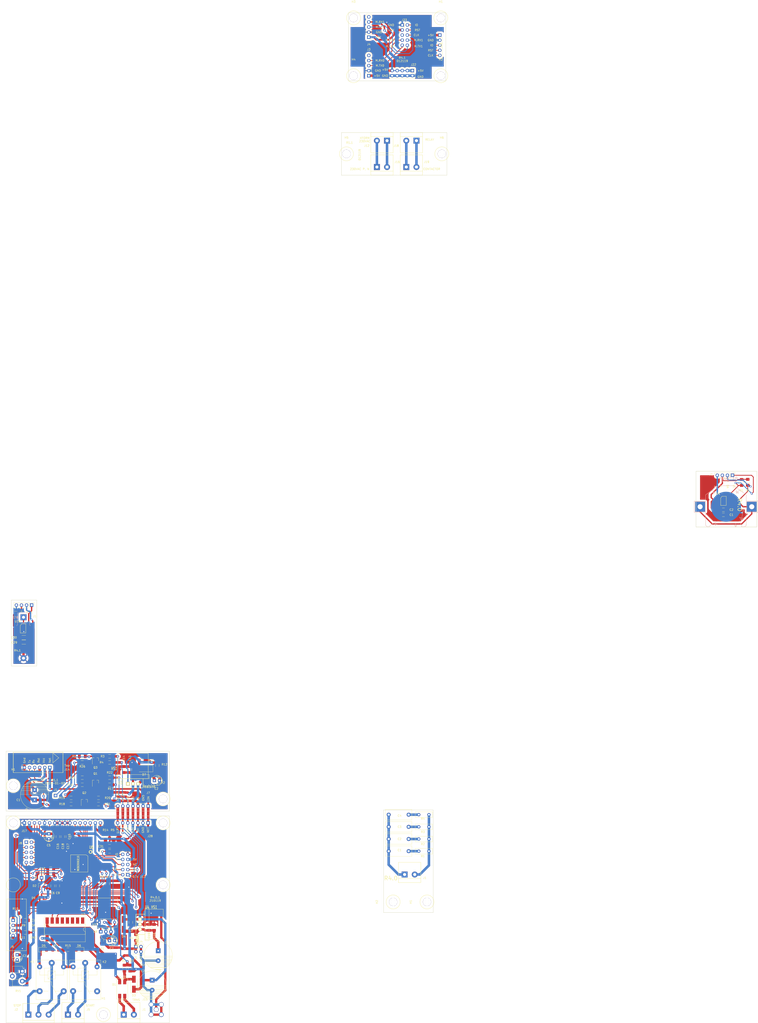
<source format=kicad_pcb>
(kicad_pcb (version 20171130) (host pcbnew "(5.0.2)-1")
  (title_block (title snubber) (date 2018-11-11) (rev Rev0.7))
  (layers (0 F.Cu mixed) (31 B.Cu mixed) (34 B.Paste user) (36 B.SilkS user) (37 F.SilkS user) (38 B.Mask user) (39 F.Mask user) (44 Edge.Cuts user))
  (net 0 "")
  (net 1 GND)
  (net 2 "Net-(D1-Pad1)")
  (net 3 +12V)
  (net 4 LCD5_DB6)
  (net 5 LCD6_DB7)
  (net 6 LCD4_DB5)
  (net 7 LCD3_DB4)
  (net 8 LCD2_EN)
  (net 9 LCD1_RS)
  (net 10 "Net-(J17-Pad3)")
  (net 11 "Net-(J17-Pad16)")
  (net 12 +5V)
  (net 13 PTA3_I2C0_SCL)
  (net 14 PTA2_I2C0_SDA)
  (net 15 "Net-(D8-Pad1)")
  (net 16 v-MON)
  (net 17 i-MON)
  (net 18 in-1)
  (net 19 in-2)
  (net 20 RST)
  (net 21 CLK)
  (net 22 DIO)
  (net 23 "Net-(J6-Pad2)")
  (net 24 "Net-(J6-Pad1)")
  (net 25 "Net-(D5-Pad2)")
  (net 26 "Net-(D6-Pad2)")
  (net 27 "Net-(J8-Pad5)")
  (net 28 "Net-(J8-Pad4)")
  (net 29 "Net-(J8-Pad3)")
  (net 30 "Net-(J8-Pad7)")
  (net 31 "Net-(J8-Pad8)")
  (net 32 "Net-(J8-Pad9)")
  (net 33 "Net-(J8-Pad10)")
  (net 34 "Net-(J8-Pad2)")
  (net 35 "Net-(J15-Pad1)")
  (net 36 AC-1)
  (net 37 AC-2)
  (net 38 THICK5)
  (net 39 THICK4)
  (net 40 THICK3)
  (net 41 THICK1)
  (net 42 THICK2)
  (net 43 uc.uart1.Tx)
  (net 44 uc.uart1.Rx)
  (net 45 "Net-(C7-Pad1)")
  (net 46 "Net-(D5-Pad1)")
  (net 47 "Net-(D6-Pad1)")
  (net 48 "Net-(J8-Pad6)")
  (net 49 "Net-(C10-Pad1)")
  (net 50 "Net-(C1-Pad1)")
  (net 51 uc.0.Rx)
  (net 52 uc.0.Tx)
  (net 53 SIM-DTR)
  (net 54 "Net-(Q1-Pad1)")
  (net 55 "Net-(Q2-Pad1)")
  (net 56 GSM.4V2)
  (net 57 "Net-(Q1-Pad2)")
  (net 58 12V_GSM)
  (net 59 "Net-(Q3-Pad1)")
  (net 60 ADJ)
  (net 61 "Net-(J14-Pad4)")
  (net 62 "Net-(J14-Pad5)")
  (net 63 "Net-(Q2-Pad3)")
  (net 64 "Net-(J14-Pad3)")
  (net 65 /uc.RX)
  (net 66 /uc.TX)
  (net 67 /DTR)
  (net 68 /NET)
  (net 69 "Net-(Q3-Pad2)")
  (net 70 /5V_GSM)
  (net 71 "Net-(J1-Pad1)")
  (net 72 DS3231_GND)
  (net 73 "Net-(BT2-Pad1)")
  (net 74 DS3231_VCC)
  (net 75 DS3231_SDA)
  (net 76 DS3231_SCL)
  (net 77 /VBAT)
  (net 78 VCC)
  (net 79 SCL)
  (net 80 SDA)
  (net 81 "Net-(C1-Pad2)")
  (net 82 "Net-(C2-Pad2)")
  (net 83 "Net-(C3-Pad2)")
  (net 84 "Net-(C4-Pad2)")
  (net 85 "Net-(J1-Pad2)")
  (net 86 "Net-(J12-Pad2)")
  (net 87 "Net-(J12-Pad1)")
  (net 88 "Net-(J18-Pad1)")
  (net 89 "Net-(J18-Pad2)")
  (net 90 DBG-IO)
  (net 91 DBG-RST)
  (net 92 DBG-CLK)
  (net 93 DBG-mcu-tx1)
  (net 94 DBG-mcu-tx0)
  (net 95 DBG-mcu-rx1)
  (net 96 DBG-mcu-rx0)
  (module prabhu:LCD-v3 (layer F.Cu) (at 37.8416 153.0802)
    (fp_text reference J17 (at -0.0508 4.0132 180) (layer F.SilkS))
    (fp_text value LCD_2X16)
    (pad "" thru_hole circle (at 69.5 0) (size 4.1 4.1) (drill 4.1) (layers *.Cu *.Mask) (clearance 1.5))
    (pad "" thru_hole circle (at 69.5 31) (size 4.1 4.1) (drill 4.1) (layers *.Cu *.Mask) (clearance 1.5))
    (pad "" thru_hole circle (at -5.5 0) (size 4.1 4.1) (drill 4.1) (layers *.Cu *.Mask) (clearance 1.5))
    (pad 16 thru_hole oval (at 38.1 0 90) (size 1.7 1.7) (drill 1) (layers *.Cu *.Mask) (net 11 "Net-(J17-Pad16)"))
    (pad 15 thru_hole oval (at 35.56 0 90) (size 1.7 1.7) (drill 1) (layers *.Cu *.Mask) (net 12 +5V))
    (pad 14 thru_hole oval (at 33.02 0 90) (size 1.7 1.7) (drill 1) (layers *.Cu *.Mask) (net 5 LCD6_DB7))
    (pad 13 thru_hole oval (at 30.48 0 90) (size 1.7 1.7) (drill 1) (layers *.Cu *.Mask) (net 4 LCD5_DB6))
    (pad 12 thru_hole oval (at 27.94 0 90) (size 1.7 1.7) (drill 1) (layers *.Cu *.Mask) (net 6 LCD4_DB5))
    (pad 11 thru_hole oval (at 25.4 0 90) (size 1.7 1.7) (drill 1) (layers *.Cu *.Mask) (net 7 LCD3_DB4))
    (pad 10 thru_hole oval (at 22.86 0 90) (size 1.7 1.7) (drill 1) (layers *.Cu *.Mask) (net 1 GND))
    (pad 9 thru_hole oval (at 20.32 0 90) (size 1.7 1.7) (drill 1) (layers *.Cu *.Mask) (net 1 GND))
    (pad 8 thru_hole oval (at 17.78 0 90) (size 1.7 1.7) (drill 1) (layers *.Cu *.Mask) (net 1 GND))
    (pad 7 thru_hole oval (at 15.24 0 90) (size 1.7 1.7) (drill 1) (layers *.Cu *.Mask) (net 1 GND))
    (pad 6 thru_hole oval (at 12.7 0 90) (size 1.7 1.7) (drill 1) (layers *.Cu *.Mask) (net 8 LCD2_EN))
    (pad 5 thru_hole oval (at 10.16 0 90) (size 1.7 1.7) (drill 1) (layers *.Cu *.Mask) (net 1 GND))
    (pad 4 thru_hole oval (at 7.62 0 90) (size 1.7 1.7) (drill 1) (layers *.Cu *.Mask) (net 9 LCD1_RS))
    (pad 3 thru_hole oval (at 5.08 0 90) (size 1.7 1.7) (drill 1) (layers *.Cu *.Mask) (net 10 "Net-(J17-Pad3)"))
    (pad 2 thru_hole oval (at 2.54 0 90) (size 1.7 1.7) (drill 1) (layers *.Cu *.Mask) (net 12 +5V))
    (pad 1 thru_hole rect (at 0 0 90) (size 1.7 1.7) (drill 1) (layers *.Cu *.Mask) (net 1 GND))
  )
  (module prabhu:MountingHole_4.1x7.1mm (layer F.Cu) (at 77.4656 249.0922)
    (fp_text reference H1 (at 0 -8.128) (layer F.SilkS))
    (fp_text value MountingHole)
    (pad "" thru_hole circle (at 0 0) (size 4.1 4.1) (drill 4.1) (layers *.Cu *.Mask) (clearance 1.5))
  )
  (module prabhu:TO220_VERT-heat (layer F.Cu) (at 95.7536 203.8802 270)
    (fp_text reference U4 (at -8.636 -3.556) (layer F.SilkS) (effects (font (size 1.524 1.016) (thickness 0.2032))))
    (fp_text value L7805 (at 8.04 1.3 270) (layer F.SilkS) (effects (font (size 1.524 1.016) (thickness 0.2032))))
    (pad 3 thru_hole circle (at 2.54 0 270) (size 1.778 1.778) (drill 1.016) (layers *.Cu *.Mask F.SilkS) (net 49 "Net-(C10-Pad1)"))
    (pad 2 thru_hole circle (at 0 0 270) (size 1.778 1.778) (drill 1.016) (layers *.Cu *.Mask F.SilkS) (net 1 GND))
    (pad 1 thru_hole rect (at -2.54 0 270) (size 1.778 1.778) (drill 1.016) (layers *.Cu *.Mask F.SilkS) (net 3 +12V))
  )
  (module prabhu:MBXS (layer F.Cu) (at 88.1336 232.8362 180)
    (fp_text reference D1 (at 5.3086 -1.2192) (layer F.SilkS))
    (fp_text value D_Bridge_+-AA hide)
    (pad 1 smd rect (at 0 0 180) (size 1.55 2.1) (layers F.Cu F.Paste F.Mask) (net 2 "Net-(D1-Pad1)"))
    (pad 2 smd rect (at 2.54 0 180) (size 1.55 2.1) (layers F.Cu F.Paste F.Mask) (net 1 GND))
    (pad 3 smd rect (at 2.54 -6.9 180) (size 1.55 2.1) (layers F.Cu F.Paste F.Mask) (net 37 AC-2))
    (pad 4 smd rect (at 0 -6.9 180) (size 1.55 2.1) (layers F.Cu F.Paste F.Mask) (net 36 AC-1))
  )
  (module prabhu:CP_Radial_D14.0mm_P5.00mm (layer F.Cu) (at 101.8496 231.8202 270)
    (fp_text reference C2 (at -4.572 4.572 180) (layer F.SilkS))
    (fp_text value 1000uF/50V)
    (pad 2 thru_hole circle (at 5 0 270) (size 2.4 2.4) (drill 0.8) (layers *.Cu *.Mask) (net 1 GND))
    (pad 1 thru_hole rect (at 0 0 270) (size 2.4 2.4) (drill 0.8) (layers *.Cu *.Mask) (net 3 +12V))
  )
  (module prabhu:TQFP44-prabhu (layer F.Cu) (at 65.2736 173.4002 270)
    (fp_text reference U6 (at -8.128 -6.096 180) (layer F.SilkS) (effects (font (size 1.524 1.016) (thickness 0.2032))))
    (fp_text value MKE0XZXXXVLD2_V3 (at -0.0381 0.4572 270) (layer F.SilkS) (effects (font (size 1.016 0.508) (thickness 0.127))))
    (pad 1 smd rect (at -5.842 -4.0005 270) (size 1.778 0.4064) (layers F.Cu F.Paste F.Mask) (net 5 LCD6_DB7))
    (pad 33 smd rect (at 5.842 -4.0005 270) (size 1.778 0.4064) (layers F.Cu F.Paste F.Mask) (net 14 PTA2_I2C0_SDA))
    (pad 32 smd rect (at 5.842 -3.2004 270) (size 1.778 0.4064) (layers F.Cu F.Paste F.Mask) (net 13 PTA3_I2C0_SCL))
    (pad 2 smd rect (at -5.842 -3.2004 270) (size 1.778 0.4064) (layers F.Cu F.Paste F.Mask) (net 4 LCD5_DB6))
    (pad 3 smd rect (at -5.842 -2.4003 270) (size 1.778 0.4064) (layers F.Cu F.Paste F.Mask) (net 6 LCD4_DB5))
    (pad 31 smd rect (at 5.842 -2.4003 270) (size 1.778 0.4064) (layers F.Cu F.Paste F.Mask))
    (pad 30 smd rect (at 5.842 -1.6002 270) (size 1.778 0.4064) (layers F.Cu F.Paste F.Mask))
    (pad 4 smd rect (at -5.842 -1.6002 270) (size 1.778 0.4064) (layers F.Cu F.Paste F.Mask) (net 7 LCD3_DB4))
    (pad 5 smd rect (at -5.842 -0.8001 270) (size 1.778 0.4064) (layers F.Cu F.Paste F.Mask) (net 12 +5V))
    (pad 29 smd rect (at 5.842 -0.8001 270) (size 1.778 0.4064) (layers F.Cu F.Paste F.Mask) (net 15 "Net-(D8-Pad1)"))
    (pad 23 smd rect (at 5.842 4.0005 270) (size 1.778 0.4064) (layers F.Cu F.Paste F.Mask) (net 52 uc.0.Tx))
    (pad 11 smd rect (at -5.842 4.0005 270) (size 1.778 0.4064) (layers F.Cu F.Paste F.Mask) (net 1 GND))
    (pad 10 smd rect (at -5.842 3.2004 270) (size 1.778 0.4064) (layers F.Cu F.Paste F.Mask) (net 9 LCD1_RS))
    (pad 24 smd rect (at 5.842 3.2004 270) (size 1.778 0.4064) (layers F.Cu F.Paste F.Mask) (net 51 uc.0.Rx))
    (pad 25 smd rect (at 5.842 2.4003 270) (size 1.778 0.4064) (layers F.Cu F.Paste F.Mask) (net 53 SIM-DTR))
    (pad 9 smd rect (at -5.842 2.4003 270) (size 1.778 0.4064) (layers F.Cu F.Paste F.Mask) (net 8 LCD2_EN))
    (pad 8 smd rect (at -5.842 1.6002 270) (size 1.778 0.4064) (layers F.Cu F.Paste F.Mask) (net 1 GND))
    (pad 26 smd rect (at 5.842 1.6002 270) (size 1.778 0.4064) (layers F.Cu F.Paste F.Mask))
    (pad 27 smd rect (at 5.842 0.8001 270) (size 1.778 0.4064) (layers F.Cu F.Paste F.Mask) (net 1 GND))
    (pad 7 smd rect (at -5.842 0.8001 270) (size 1.778 0.4064) (layers F.Cu F.Paste F.Mask) (net 1 GND))
    (pad 28 smd rect (at 5.842 0 270) (size 1.778 0.4064) (layers F.Cu F.Paste F.Mask) (net 12 +5V))
    (pad 6 smd rect (at -5.842 0 270) (size 1.778 0.4064) (layers F.Cu F.Paste F.Mask) (net 12 +5V))
    (pad 22 smd rect (at 4.0005 5.842 270) (size 0.4064 1.778) (layers F.Cu F.Paste F.Mask) (net 29 "Net-(J8-Pad3)"))
    (pad 21 smd rect (at 3.2004 5.842 270) (size 0.4064 1.778) (layers F.Cu F.Paste F.Mask) (net 27 "Net-(J8-Pad5)"))
    (pad 20 smd rect (at 2.4003 5.842 270) (size 0.4064 1.778) (layers F.Cu F.Paste F.Mask) (net 16 v-MON))
    (pad 19 smd rect (at 1.6002 5.842 270) (size 0.4064 1.778) (layers F.Cu F.Paste F.Mask) (net 17 i-MON))
    (pad 18 smd rect (at 0.8001 5.842 270) (size 0.4064 1.778) (layers F.Cu F.Paste F.Mask) (net 30 "Net-(J8-Pad7)"))
    (pad 12 smd rect (at -4.0005 5.842 270) (size 0.4064 1.778) (layers F.Cu F.Paste F.Mask) (net 34 "Net-(J8-Pad2)"))
    (pad 13 smd rect (at -3.2004 5.842 270) (size 0.4064 1.778) (layers F.Cu F.Paste F.Mask) (net 28 "Net-(J8-Pad4)"))
    (pad 14 smd rect (at -2.4003 5.842 270) (size 0.4064 1.778) (layers F.Cu F.Paste F.Mask) (net 48 "Net-(J8-Pad6)"))
    (pad 15 smd rect (at -1.6002 5.842 270) (size 0.4064 1.778) (layers F.Cu F.Paste F.Mask) (net 31 "Net-(J8-Pad8)"))
    (pad 16 smd rect (at -0.8001 5.842 270) (size 0.4064 1.778) (layers F.Cu F.Paste F.Mask) (net 33 "Net-(J8-Pad10)"))
    (pad 17 smd rect (at 0 5.842 270) (size 0.4064 1.778) (layers F.Cu F.Paste F.Mask) (net 32 "Net-(J8-Pad9)"))
    (pad 34 smd rect (at 4.0005 -5.842 270) (size 0.4064 1.778) (layers F.Cu F.Paste F.Mask) (net 18 in-1))
    (pad 35 smd rect (at 3.2004 -5.842 270) (size 0.4064 1.778) (layers F.Cu F.Paste F.Mask) (net 19 in-2))
    (pad 36 smd rect (at 2.4003 -5.842 270) (size 0.4064 1.778) (layers F.Cu F.Paste F.Mask) (net 43 uc.uart1.Tx))
    (pad 37 smd rect (at 1.6002 -5.842 270) (size 0.4064 1.778) (layers F.Cu F.Paste F.Mask) (net 44 uc.uart1.Rx))
    (pad 38 smd rect (at 0.8001 -5.842 270) (size 0.4064 1.778) (layers F.Cu F.Paste F.Mask))
    (pad 44 smd rect (at -4.0005 -5.842 270) (size 0.4064 1.778) (layers F.Cu F.Paste F.Mask) (net 22 DIO))
    (pad 43 smd rect (at -3.2004 -5.842 270) (size 0.4064 1.778) (layers F.Cu F.Paste F.Mask) (net 20 RST))
    (pad 42 smd rect (at -2.4003 -5.842 270) (size 0.4064 1.778) (layers F.Cu F.Paste F.Mask) (net 21 CLK))
    (pad 41 smd rect (at -1.6002 -5.842 270) (size 0.4064 1.778) (layers F.Cu F.Paste F.Mask))
    (pad 40 smd rect (at -0.8001 -5.842 270) (size 0.4064 1.778) (layers F.Cu F.Paste F.Mask))
    (pad 39 smd rect (at 0 -5.842 270) (size 0.4064 1.778) (layers F.Cu F.Paste F.Mask))
  )
  (module prabhu:Vishay_CAST-3Pin-Horizontal-V1 (layer F.Cu) (at 75.4336 202.8642)
    (fp_text reference U1 (at -2.54 1.016) (layer F.SilkS))
    (fp_text value TSOP17xx)
    (pad 3 thru_hole circle (at 7.62 0) (size 1.4 1.4) (drill 0.7) (layers *.Cu *.Mask) (net 15 "Net-(D8-Pad1)"))
    (pad 2 thru_hole circle (at 2.54 0) (size 1.4 1.4) (drill 0.7) (layers *.Cu *.Mask) (net 45 "Net-(C7-Pad1)"))
    (pad 1 thru_hole roundrect (at 0 0) (size 1.4 1.4) (drill 0.7) (layers *.Cu *.Mask) (roundrect_rratio 0.178) (net 1 GND))
  )
  (module prabhu:RTC-BERG-V2 (layer F.Cu) (at 32.2536 209.4682 90)
    (fp_text reference J6 (at -5.588 -0.508 -180) (layer F.SilkS))
    (fp_text value Conn_01x04)
    (fp_text user GND (at -1.016 10.16) (layer F.SilkS))
    (fp_text user Vcc (at 2.6924 10.2108) (layer F.SilkS))
    (fp_text user DA (at 5.08 10.16) (layer F.SilkS))
    (fp_text user CL (at 7.62 10.16) (layer F.SilkS))
    (pad 4 thru_hole circle (at 0 0) (size 1.7 1.7) (drill 1) (layers *.Cu *.Mask) (net 1 GND))
    (pad 3 thru_hole oval (at 2.54 0) (size 1.7 1.7) (drill 1) (layers *.Cu *.Mask) (net 50 "Net-(C1-Pad1)"))
    (pad 2 thru_hole oval (at 5.08 0) (size 1.7 1.7) (drill 1) (layers *.Cu *.Mask) (net 23 "Net-(J6-Pad2)"))
    (pad 1 thru_hole rect (at 7.62 0) (size 1.7 1.7) (drill 1) (layers *.Cu *.Mask) (net 24 "Net-(J6-Pad1)"))
  )
  (module Connector_PinHeader_2.54mm:PinHeader_2x05_P2.54mm_Vertical (layer F.Cu) (at 89.6576 178.9882 180)
    (fp_text reference J13 (at -7.62 -1.016 180) (layer F.SilkS))
    (fp_text value Conn_02x05_Odd_Even)
    (pad 10 thru_hole oval (at 2.54 10.16 180) (size 1.7 1.7) (drill 1) (layers *.Cu *.Mask) (net 22 DIO))
    (pad 9 thru_hole oval (at 0 10.16 180) (size 1.7 1.7) (drill 1) (layers *.Cu *.Mask) (net 1 GND))
    (pad 8 thru_hole oval (at 2.54 7.62 180) (size 1.7 1.7) (drill 1) (layers *.Cu *.Mask) (net 20 RST))
    (pad 7 thru_hole oval (at 0 7.62 180) (size 1.7 1.7) (drill 1) (layers *.Cu *.Mask) (net 12 +5V))
    (pad 6 thru_hole oval (at 2.54 5.08 180) (size 1.7 1.7) (drill 1) (layers *.Cu *.Mask) (net 21 CLK))
    (pad 5 thru_hole oval (at 0 5.08 180) (size 1.7 1.7) (drill 1) (layers *.Cu *.Mask))
    (pad 4 thru_hole oval (at 2.54 2.54 180) (size 1.7 1.7) (drill 1) (layers *.Cu *.Mask) (net 44 uc.uart1.Rx))
    (pad 3 thru_hole oval (at 0 2.54 180) (size 1.7 1.7) (drill 1) (layers *.Cu *.Mask) (net 51 uc.0.Rx))
    (pad 2 thru_hole oval (at 2.54 0 180) (size 1.7 1.7) (drill 1) (layers *.Cu *.Mask) (net 43 uc.uart1.Tx))
    (pad 1 thru_hole rect (at 0 0 180) (size 1.7 1.7) (drill 1) (layers *.Cu *.Mask) (net 52 uc.0.Tx))
  )
  (module Resistor_SMD:R_1206_3216Metric_Pad1.42x1.75mm_HandSolder (layer F.Cu) (at 90.8514 225.775 90)
    (fp_text reference R3 (at 3.6068 0.8382) (layer F.SilkS))
    (fp_text value 150R)
    (pad 2 smd roundrect (at 1.4875 0 90) (size 1.425 1.75) (layers F.Cu F.Paste F.Mask) (roundrect_rratio 0.175439) (net 16 v-MON))
    (pad 1 smd roundrect (at -1.4875 0 90) (size 1.425 1.75) (layers F.Cu F.Paste F.Mask) (roundrect_rratio 0.175439) (net 1 GND))
  )
  (module Resistor_SMD:R_1206_3216Metric_Pad1.42x1.75mm_HandSolder (layer F.Cu) (at 87.9812 225.8004 270)
    (fp_text reference R2 (at -3.6322 0.3556 180) (layer F.SilkS))
    (fp_text value 1K2)
    (pad 2 smd roundrect (at 1.4875 0 270) (size 1.425 1.75) (layers F.Cu F.Paste F.Mask) (roundrect_rratio 0.175439) (net 2 "Net-(D1-Pad1)"))
    (pad 1 smd roundrect (at -1.4875 0 270) (size 1.425 1.75) (layers F.Cu F.Paste F.Mask) (roundrect_rratio 0.175439) (net 16 v-MON))
  )
  (module OptoDevice:Vishay_MOLD-3Pin (layer F.Cu) (at 76.1321 207.5505)
    (fp_text reference D8 (at -2.7305 0) (layer F.SilkS))
    (fp_text value RPM7140)
    (pad 3 thru_hole circle (at 5.08 0) (size 1.8 1.8) (drill 0.9) (layers *.Cu *.Mask) (net 45 "Net-(C7-Pad1)"))
    (pad 2 thru_hole circle (at 2.54 0) (size 1.8 1.8) (drill 0.9) (layers *.Cu *.Mask) (net 1 GND))
    (pad 1 thru_hole roundrect (at 0 0) (size 1.8 1.8) (drill 0.9) (layers *.Cu *.Mask) (roundrect_rratio 0.138) (net 15 "Net-(D8-Pad1)"))
  )
  (module Resistor_SMD:R_1206_3216Metric_Pad1.42x1.75mm_HandSolder (layer F.Cu) (at 59.6856 216.5802 180)
    (fp_text reference R15 (at 0 2.032) (layer F.SilkS))
    (fp_text value 10K)
    (pad 2 smd roundrect (at 1.4875 0 180) (size 1.425 1.75) (layers F.Cu F.Paste F.Mask) (roundrect_rratio 0.175439) (net 3 +12V))
    (pad 1 smd roundrect (at -1.4875 0 180) (size 1.425 1.75) (layers F.Cu F.Paste F.Mask) (roundrect_rratio 0.175439) (net 26 "Net-(D6-Pad2)"))
  )
  (module Resistor_SMD:R_1206_3216Metric_Pad1.42x1.75mm_HandSolder (layer F.Cu) (at 53.5896 216.5802)
    (fp_text reference R7 (at 0 -2.032 -180) (layer F.SilkS))
    (fp_text value 10K)
    (pad 2 smd roundrect (at 1.4875 0) (size 1.425 1.75) (layers F.Cu F.Paste F.Mask) (roundrect_rratio 0.175439) (net 3 +12V))
    (pad 1 smd roundrect (at -1.4875 0) (size 1.425 1.75) (layers F.Cu F.Paste F.Mask) (roundrect_rratio 0.175439) (net 25 "Net-(D5-Pad2)"))
  )
  (module Capacitor_SMD:C_1206_3216Metric_Pad1.42x1.75mm_HandSolder (layer F.Cu) (at 102.8656 205.4042 90)
    (fp_text reference C10 (at -4.1656 0.0254 90) (layer F.SilkS))
    (fp_text value 0.1uF)
    (pad 2 smd roundrect (at 1.4875 0 90) (size 1.425 1.75) (layers F.Cu F.Paste F.Mask) (roundrect_rratio 0.175439) (net 1 GND))
    (pad 1 smd roundrect (at -1.4875 0 90) (size 1.425 1.75) (layers F.Cu F.Paste F.Mask) (roundrect_rratio 0.175439) (net 49 "Net-(C10-Pad1)"))
  )
  (module Capacitor_SMD:C_1206_3216Metric_Pad1.42x1.75mm_HandSolder (layer F.Cu) (at 100.3256 205.4042 90)
    (fp_text reference C19 (at -4.1148 -0.0254 90) (layer F.SilkS))
    (fp_text value 1uF)
    (pad 2 smd roundrect (at 1.4875 0 90) (size 1.425 1.75) (layers F.Cu F.Paste F.Mask) (roundrect_rratio 0.175439) (net 1 GND))
    (pad 1 smd roundrect (at -1.4875 0 90) (size 1.425 1.75) (layers F.Cu F.Paste F.Mask) (roundrect_rratio 0.175439) (net 49 "Net-(C10-Pad1)"))
  )
  (module Resistor_SMD:R_1206_3216Metric_Pad1.42x1.75mm_HandSolder (layer F.Cu) (at 91.1816 202.8642 270)
    (fp_text reference C3 (at 4.064 0) (layer F.SilkS))
    (fp_text value 0.1uF)
    (pad 2 smd roundrect (at 1.4875 0 270) (size 1.425 1.75) (layers F.Cu F.Paste F.Mask) (roundrect_rratio 0.175439) (net 1 GND))
    (pad 1 smd roundrect (at -1.4875 0 270) (size 1.425 1.75) (layers F.Cu F.Paste F.Mask) (roundrect_rratio 0.175439) (net 3 +12V))
  )
  (module Potentiometer_THT:Potentiometer_ACP_CA9-H5_Horizontal (layer F.Cu) (at 36.8256 232.3282 180)
    (fp_text reference RV1 (at 2.032 -4.9276) (layer F.SilkS))
    (fp_text value POT)
    (pad 1 thru_hole circle (at 0 0 180) (size 2.34 2.34) (drill 1.3) (layers *.Cu *.Mask) (net 12 +5V))
    (pad 2 thru_hole circle (at 5 2.5 180) (size 2.34 2.34) (drill 1.3) (layers *.Cu *.Mask) (net 10 "Net-(J17-Pad3)"))
    (pad 3 thru_hole circle (at 0 5 180) (size 2.34 2.34) (drill 1.3) (layers *.Cu *.Mask) (net 1 GND))
  )
  (module prabhu:SMA_THT_Jack_Straight (layer F.Cu) (at 106.4216 249.0922 180)
    (fp_text reference J15 (at 8.128 7.62) (layer F.SilkS))
    (fp_text value Conn_Coaxial)
    (pad 2 thru_hole circle (at 0 5.08 180) (size 2.4 2.4) (drill 2) (layers *.Cu *.Mask) (net 1 GND))
    (pad 2 thru_hole circle (at 0 0 180) (size 2.4 2.4) (drill 1.8) (layers *.Cu *.Mask) (net 1 GND))
    (pad 2 thru_hole circle (at 5.08 0 180) (size 2.4 2.4) (drill 2) (layers *.Cu *.Mask) (net 1 GND))
    (pad 2 thru_hole circle (at 5.08 5.08 180) (size 2.4 2.4) (drill 2) (layers *.Cu *.Mask) (net 1 GND))
    (pad 1 thru_hole circle (at 2.54 2.54 180) (size 2.4 2.4) (drill 2) (layers *.Cu *.Mask) (net 35 "Net-(J15-Pad1)"))
  )
  (module Capacitor_SMD:C_1206_3216Metric_Pad1.42x1.75mm_HandSolder (layer F.Cu) (at 80.5136 167.3042 180)
    (fp_text reference C4 (at 4.064 0 180) (layer F.SilkS))
    (fp_text value 0.1uF)
    (pad 2 smd roundrect (at 1.4875 0 180) (size 1.425 1.75) (layers F.Cu F.Paste F.Mask) (roundrect_rratio 0.175439) (net 20 RST))
    (pad 1 smd roundrect (at -1.4875 0 180) (size 1.425 1.75) (layers F.Cu F.Paste F.Mask) (roundrect_rratio 0.175439) (net 1 GND))
  )
  (module Capacitor_SMD:C_1206_3216Metric_Pad1.42x1.75mm_HandSolder (layer F.Cu) (at 52.0656 184.5762 270)
    (fp_text reference C6 (at 3.5925 0 180) (layer F.SilkS))
    (fp_text value 1uF)
    (pad 2 smd roundrect (at 1.4875 0 270) (size 1.425 1.75) (layers F.Cu F.Paste F.Mask) (roundrect_rratio 0.175439) (net 12 +5V))
    (pad 1 smd roundrect (at -1.4875 0 270) (size 1.425 1.75) (layers F.Cu F.Paste F.Mask) (roundrect_rratio 0.175439) (net 1 GND))
  )
  (module Capacitor_SMD:C_1206_3216Metric_Pad1.42x1.75mm_HandSolder (layer F.Cu) (at 76.4496 183.5602 90)
    (fp_text reference C8 (at 3.5925 0) (layer F.SilkS))
    (fp_text value 0.1uF)
    (pad 2 smd roundrect (at 1.4875 0 90) (size 1.425 1.75) (layers F.Cu F.Paste F.Mask) (roundrect_rratio 0.175439) (net 12 +5V))
    (pad 1 smd roundrect (at -1.4875 0 90) (size 1.425 1.75) (layers F.Cu F.Paste F.Mask) (roundrect_rratio 0.175439) (net 1 GND))
  )
  (module Capacitor_SMD:C_1206_3216Metric_Pad1.42x1.75mm_HandSolder (layer F.Cu) (at 54.6056 184.5762 270)
    (fp_text reference C9 (at 3.5925 0 180) (layer F.SilkS))
    (fp_text value 1uF)
    (pad 2 smd roundrect (at 1.4875 0 270) (size 1.425 1.75) (layers F.Cu F.Paste F.Mask) (roundrect_rratio 0.175439) (net 12 +5V))
    (pad 1 smd roundrect (at -1.4875 0 270) (size 1.425 1.75) (layers F.Cu F.Paste F.Mask) (roundrect_rratio 0.175439) (net 1 GND))
  )
  (module Capacitor_SMD:C_1206_3216Metric_Pad1.42x1.75mm_HandSolder (layer F.Cu) (at 51.0496 178.4802 180)
    (fp_text reference C11 (at 4.2418 0.6604 180) (layer F.SilkS))
    (fp_text value 0.01uF/ADC)
    (pad 2 smd roundrect (at 1.4875 0 180) (size 1.425 1.75) (layers F.Cu F.Paste F.Mask) (roundrect_rratio 0.175439) (net 1 GND))
    (pad 1 smd roundrect (at -1.4875 0 180) (size 1.425 1.75) (layers F.Cu F.Paste F.Mask) (roundrect_rratio 0.175439) (net 16 v-MON))
  )
  (module Capacitor_SMD:C_1206_3216Metric_Pad1.42x1.75mm_HandSolder (layer F.Cu) (at 51.0496 175.9402 180)
    (fp_text reference C12 (at 4.1656 0 180) (layer F.SilkS))
    (fp_text value 0.01uF/ADC)
    (pad 2 smd roundrect (at 1.4875 0 180) (size 1.425 1.75) (layers F.Cu F.Paste F.Mask) (roundrect_rratio 0.175439) (net 1 GND))
    (pad 1 smd roundrect (at -1.4875 0 180) (size 1.425 1.75) (layers F.Cu F.Paste F.Mask) (roundrect_rratio 0.175439) (net 17 i-MON))
  )
  (module Capacitor_SMD:C_1206_3216Metric_Pad1.42x1.75mm_HandSolder (layer F.Cu) (at 54.6056 159.9382 90)
    (fp_text reference C16 (at -4.826 0 90) (layer F.SilkS))
    (fp_text value 0.1uF)
    (pad 2 smd roundrect (at 1.4875 0 90) (size 1.425 1.75) (layers F.Cu F.Paste F.Mask) (roundrect_rratio 0.175439) (net 12 +5V))
    (pad 1 smd roundrect (at -1.4875 0 90) (size 1.425 1.75) (layers F.Cu F.Paste F.Mask) (roundrect_rratio 0.175439) (net 1 GND))
  )
  (module Capacitor_SMD:C_1206_3216Metric_Pad1.42x1.75mm_HandSolder (layer F.Cu) (at 59.6856 159.9382 90)
    (fp_text reference C17 (at -4.826 0 90) (layer F.SilkS))
    (fp_text value 1uF)
    (pad 2 smd roundrect (at 1.4875 0 90) (size 1.425 1.75) (layers F.Cu F.Paste F.Mask) (roundrect_rratio 0.175439) (net 12 +5V))
    (pad 1 smd roundrect (at -1.4875 0 90) (size 1.425 1.75) (layers F.Cu F.Paste F.Mask) (roundrect_rratio 0.175439) (net 1 GND))
  )
  (module Capacitor_SMD:C_1206_3216Metric_Pad1.42x1.75mm_HandSolder (layer F.Cu) (at 57.1456 159.9382 90)
    (fp_text reference C18 (at -4.826 0 270) (layer F.SilkS))
    (fp_text value 0.1uF)
    (pad 2 smd roundrect (at 1.4875 0 90) (size 1.425 1.75) (layers F.Cu F.Paste F.Mask) (roundrect_rratio 0.175439) (net 12 +5V))
    (pad 1 smd roundrect (at -1.4875 0 90) (size 1.425 1.75) (layers F.Cu F.Paste F.Mask) (roundrect_rratio 0.175439) (net 1 GND))
  )
  (module Capacitor_SMD:C_1206_3216Metric_Pad1.42x1.75mm_HandSolder (layer F.Cu) (at 80.5136 164.7642 180)
    (fp_text reference C31 (at 4.3688 -0.0254 180) (layer F.SilkS))
    (fp_text value 1uF)
    (pad 2 smd roundrect (at 1.4875 0 180) (size 1.425 1.75) (layers F.Cu F.Paste F.Mask) (roundrect_rratio 0.175439) (net 20 RST))
    (pad 1 smd roundrect (at -1.4875 0 180) (size 1.425 1.75) (layers F.Cu F.Paste F.Mask) (roundrect_rratio 0.175439) (net 1 GND))
  )
  (module Resistor_SMD:R_1206_3216Metric_Pad1.42x1.75mm_HandSolder (layer F.Cu) (at 82.5456 160.2287 90)
    (fp_text reference R5 (at 3.5925 -0.508) (layer F.SilkS))
    (fp_text value 1K+)
    (pad 2 smd roundrect (at 1.4875 0 90) (size 1.425 1.75) (layers F.Cu F.Paste F.Mask) (roundrect_rratio 0.175439) (net 11 "Net-(J17-Pad16)"))
    (pad 1 smd roundrect (at -1.4875 0 90) (size 1.425 1.75) (layers F.Cu F.Paste F.Mask) (roundrect_rratio 0.175439) (net 1 GND))
  )
  (module Resistor_SMD:R_1206_3216Metric_Pad1.42x1.75mm_HandSolder (layer F.Cu) (at 38.3496 201.8482 180)
    (fp_text reference R9 (at 1.016 -2.54 180) (layer F.SilkS))
    (fp_text value 100R-150R)
    (pad 2 smd roundrect (at 1.4875 0 180) (size 1.425 1.75) (layers F.Cu F.Paste F.Mask) (roundrect_rratio 0.175439) (net 23 "Net-(J6-Pad2)"))
    (pad 1 smd roundrect (at -1.4875 0 180) (size 1.425 1.75) (layers F.Cu F.Paste F.Mask) (roundrect_rratio 0.175439) (net 14 PTA2_I2C0_SDA))
  )
  (module Resistor_SMD:R_1206_3216Metric_Pad1.42x1.75mm_HandSolder (layer F.Cu) (at 33.7776 198.2922 180)
    (fp_text reference R10 (at 0.4064 2.2606 180) (layer F.SilkS))
    (fp_text value 100R-150R)
    (pad 2 smd roundrect (at 1.4875 0 180) (size 1.425 1.75) (layers F.Cu F.Paste F.Mask) (roundrect_rratio 0.175439) (net 24 "Net-(J6-Pad1)"))
    (pad 1 smd roundrect (at -1.4875 0 180) (size 1.425 1.75) (layers F.Cu F.Paste F.Mask) (roundrect_rratio 0.175439) (net 13 PTA3_I2C0_SCL))
  )
  (module Package_TO_SOT_SMD:SOT-23 (layer F.Cu) (at 46.4776 184.0682 90)
    (fp_text reference D2 (at -0.508 -3.556) (layer F.SilkS))
    (fp_text value BAT54S)
    (pad 3 smd rect (at 1 0 90) (size 0.9 0.8) (layers F.Cu F.Paste F.Mask) (net 17 i-MON))
    (pad 2 smd rect (at -1 0.95 90) (size 0.9 0.8) (layers F.Cu F.Paste F.Mask) (net 12 +5V))
    (pad 1 smd rect (at -1 -0.95 90) (size 0.9 0.8) (layers F.Cu F.Paste F.Mask) (net 1 GND))
  )
  (module Package_TO_SOT_SMD:SOT-23 (layer F.Cu) (at 46.4776 190.1642 90)
    (fp_text reference D9 (at -0.508 -4.064) (layer F.SilkS))
    (fp_text value BAT54S)
    (pad 3 smd rect (at 1 0 90) (size 0.9 0.8) (layers F.Cu F.Paste F.Mask) (net 16 v-MON))
    (pad 2 smd rect (at -1 0.95 90) (size 0.9 0.8) (layers F.Cu F.Paste F.Mask) (net 12 +5V))
    (pad 1 smd rect (at -1 -0.95 90) (size 0.9 0.8) (layers F.Cu F.Paste F.Mask) (net 1 GND))
  )
  (module Connector_PinHeader_2.54mm:PinHeader_1x01_P2.54mm_Vertical (layer F.Cu) (at 46.4776 180.563 180)
    (fp_text reference J9 (at 3.048 0.0508 180) (layer F.SilkS))
    (fp_text value Conn_01x01)
    (pad 1 thru_hole rect (at 0 0 180) (size 1.7 1.7) (drill 1) (layers *.Cu *.Mask) (net 17 i-MON))
  )
  (module Resistor_SMD:R_1206_3216Metric_Pad1.42x1.75mm_HandSolder (layer F.Cu) (at 78.4816 160.2287 90)
    (fp_text reference R14 (at 3.5925 0 180) (layer F.SilkS))
    (fp_text value 10K)
    (pad 2 smd roundrect (at 1.4875 0 90) (size 1.425 1.75) (layers F.Cu F.Paste F.Mask) (roundrect_rratio 0.175439) (net 12 +5V))
    (pad 1 smd roundrect (at -1.4875 0 90) (size 1.425 1.75) (layers F.Cu F.Paste F.Mask) (roundrect_rratio 0.175439) (net 20 RST))
  )
  (module Connector_PinHeader_2.54mm:PinHeader_2x05_P2.54mm_Vertical (layer F.Cu) (at 38.8576 162.7322)
    (fp_text reference J8 (at -3.048 0.508) (layer F.SilkS))
    (fp_text value Conn_02x05_Odd_Even)
    (pad 10 thru_hole oval (at 2.54 10.16) (size 1.7 1.7) (drill 1) (layers *.Cu *.Mask) (net 33 "Net-(J8-Pad10)"))
    (pad 9 thru_hole oval (at 0 10.16) (size 1.7 1.7) (drill 1) (layers *.Cu *.Mask) (net 32 "Net-(J8-Pad9)"))
    (pad 8 thru_hole oval (at 2.54 7.62) (size 1.7 1.7) (drill 1) (layers *.Cu *.Mask) (net 31 "Net-(J8-Pad8)"))
    (pad 7 thru_hole oval (at 0 7.62) (size 1.7 1.7) (drill 1) (layers *.Cu *.Mask) (net 30 "Net-(J8-Pad7)"))
    (pad 6 thru_hole oval (at 2.54 5.08) (size 1.7 1.7) (drill 1) (layers *.Cu *.Mask) (net 48 "Net-(J8-Pad6)"))
    (pad 5 thru_hole oval (at 0 5.08) (size 1.7 1.7) (drill 1) (layers *.Cu *.Mask) (net 27 "Net-(J8-Pad5)"))
    (pad 4 thru_hole oval (at 2.54 2.54) (size 1.7 1.7) (drill 1) (layers *.Cu *.Mask) (net 28 "Net-(J8-Pad4)"))
    (pad 3 thru_hole oval (at 0 2.54) (size 1.7 1.7) (drill 1) (layers *.Cu *.Mask) (net 29 "Net-(J8-Pad3)"))
    (pad 2 thru_hole oval (at 2.54 0) (size 1.7 1.7) (drill 1) (layers *.Cu *.Mask) (net 34 "Net-(J8-Pad2)"))
    (pad 1 thru_hole rect (at 0 0) (size 1.7 1.7) (drill 1) (layers *.Cu *.Mask))
  )
  (module Connector_PinHeader_2.54mm:PinHeader_2x02_P2.54mm_Vertical (layer F.Cu) (at 93.7216 215.0562)
    (fp_text reference J4 (at 2.54 -2.54) (layer F.SilkS))
    (fp_text value Conn_02x02_Odd_Even)
    (pad 4 thru_hole oval (at 2.54 2.54) (size 1.7 1.7) (drill 1) (layers *.Cu *.Mask) (net 1 GND))
    (pad 3 thru_hole oval (at 0 2.54) (size 1.7 1.7) (drill 1) (layers *.Cu *.Mask) (net 12 +5V))
    (pad 2 thru_hole oval (at 2.54 0) (size 1.7 1.7) (drill 1) (layers *.Cu *.Mask) (net 1 GND))
    (pad 1 thru_hole rect (at 0 0) (size 1.7 1.7) (drill 1) (layers *.Cu *.Mask) (net 12 +5V))
  )
  (module Diodes_SMD:D_SMA_Handsoldering (layer F.Cu) (at 92.7056 233.8522 90)
    (fp_text reference D3 (at -5.588 0 180) (layer F.SilkS))
    (fp_text value M7)
    (pad 1 smd rect (at -2.5 0 90) (size 3.5 1.8) (layers F.Cu F.Paste F.Mask) (net 3 +12V))
    (pad 2 smd rect (at 2.5 0 90) (size 3.5 1.8) (layers F.Cu F.Paste F.Mask) (net 2 "Net-(D1-Pad1)"))
  )
  (module Diodes_SMD:D_SMA_Handsoldering (layer F.Cu) (at 87.6256 203.8802 270)
    (fp_text reference D4 (at 6.096 0 180) (layer F.SilkS))
    (fp_text value M7)
    (pad 1 smd rect (at -2.5 0 270) (size 3.5 1.8) (layers F.Cu F.Paste F.Mask) (net 3 +12V))
    (pad 2 smd rect (at 2.5 0 270) (size 3.5 1.8) (layers F.Cu F.Paste F.Mask) (net 49 "Net-(C10-Pad1)"))
  )
  (module Relays_THT:Relay_SPDT_SANYOU_SRD_Series_Form_C (layer F.Cu) (at 68.3216 223.1842 270)
    (fp_text reference K2 (at -0.508 -9.652) (layer F.SilkS))
    (fp_text value HRS4)
    (pad 2 thru_hole circle (at 1.95 6.05) (size 2.5 2.5) (drill 1) (layers *.Cu *.Mask) (net 3 +12V))
    (pad 3 thru_hole circle (at 14.15 6.05) (size 3 3) (drill 1.3) (layers *.Cu *.Mask) (net 42 THICK2))
    (pad 4 thru_hole circle (at 14.2 -6) (size 3 3) (drill 1.3) (layers *.Cu *.Mask))
    (pad 5 thru_hole circle (at 1.95 -5.95) (size 2.5 2.5) (drill 1) (layers *.Cu *.Mask) (net 47 "Net-(D6-Pad1)"))
    (pad 1 thru_hole circle (at 0 0) (size 3 3) (drill 1.3) (layers *.Cu *.Mask) (net 41 THICK1))
  )
  (module Relays_THT:Relay_SPDT_SANYOU_SRD_Series_Form_C (layer F.Cu) (at 51.5576 223.1842 270)
    (fp_text reference K1 (at -0.508 9.652) (layer F.SilkS))
    (fp_text value HRS4)
    (pad 2 thru_hole circle (at 1.95 6.05) (size 2.5 2.5) (drill 1) (layers *.Cu *.Mask) (net 46 "Net-(D5-Pad1)"))
    (pad 3 thru_hole circle (at 14.15 6.05) (size 3 3) (drill 1.3) (layers *.Cu *.Mask) (net 40 THICK3))
    (pad 4 thru_hole circle (at 14.2 -6) (size 3 3) (drill 1.3) (layers *.Cu *.Mask) (net 38 THICK5))
    (pad 5 thru_hole circle (at 1.95 -5.95) (size 2.5 2.5) (drill 1) (layers *.Cu *.Mask) (net 3 +12V))
    (pad 1 thru_hole circle (at 0 0) (size 3 3) (drill 1.3) (layers *.Cu *.Mask) (net 39 THICK4))
  )
  (module Connector_PinHeader_2.54mm:PinHeader_1x07_P2.54mm_Vertical (layer F.Cu) (at 99.8176 153.0802 270)
    (fp_text reference J28 (at 6.604 -1.016) (layer F.SilkS))
    (fp_text value Conn_01x07)
    (pad 7 thru_hole oval (at 0 15.24 270) (size 1.7 1.7) (drill 1) (layers *.Cu *.Mask) (net 51 uc.0.Rx))
    (pad 6 thru_hole oval (at 0 12.7 270) (size 1.7 1.7) (drill 1) (layers *.Cu *.Mask) (net 52 uc.0.Tx))
    (pad 5 thru_hole oval (at 0 10.16 270) (size 1.7 1.7) (drill 1) (layers *.Cu *.Mask) (net 53 SIM-DTR))
    (pad 4 thru_hole oval (at 0 7.62 270) (size 1.7 1.7) (drill 1) (layers *.Cu *.Mask) (net 3 +12V))
    (pad 3 thru_hole oval (at 0 5.08 270) (size 1.7 1.7) (drill 1) (layers *.Cu *.Mask) (net 12 +5V))
    (pad 2 thru_hole oval (at 0 2.54 270) (size 1.7 1.7) (drill 1) (layers *.Cu *.Mask) (net 1 GND))
    (pad 1 thru_hole rect (at 0 0 270) (size 1.7 1.7) (drill 1) (layers *.Cu *.Mask) (net 35 "Net-(J15-Pad1)"))
  )
  (module Resistor_SMD:R_1206_3216Metric_Pad1.42x1.75mm_HandSolder (layer F.Cu) (at 76.6274 211.8304 90)
    (fp_text reference R1 (at -4.2418 0.3302 180) (layer F.SilkS))
    (fp_text value 60R-100R)
    (pad 1 smd roundrect (at -1.4875 0 90) (size 1.425 1.75) (layers F.Cu F.Paste F.Mask) (roundrect_rratio 0.175439) (net 12 +5V))
    (pad 2 smd roundrect (at 1.4875 0 90) (size 1.425 1.75) (layers F.Cu F.Paste F.Mask) (roundrect_rratio 0.175439) (net 45 "Net-(C7-Pad1)"))
  )
  (module Capacitor_SMD:C_1206_3216Metric_Pad1.42x1.75mm_HandSolder (layer F.Cu) (at 79.4976 183.5602 90)
    (fp_text reference C13 (at 3.556 0 180) (layer F.SilkS))
    (fp_text value 1uF)
    (pad 1 smd roundrect (at -1.4875 0 90) (size 1.425 1.75) (layers F.Cu F.Paste F.Mask) (roundrect_rratio 0.175439) (net 1 GND))
    (pad 2 smd roundrect (at 1.4875 0 90) (size 1.425 1.75) (layers F.Cu F.Paste F.Mask) (roundrect_rratio 0.175439) (net 12 +5V))
  )
  (module Resistor_SMD:R_1206_3216Metric_Pad1.42x1.75mm_HandSolder (layer F.Cu) (at 38.3496 207.9442 180)
    (fp_text reference R11 (at 1.524 -2.54) (layer F.SilkS))
    (fp_text value 100R-330R)
    (pad 1 smd roundrect (at -1.4875 0 180) (size 1.425 1.75) (layers F.Cu F.Paste F.Mask) (roundrect_rratio 0.175439) (net 12 +5V))
    (pad 2 smd roundrect (at 1.4875 0 180) (size 1.425 1.75) (layers F.Cu F.Paste F.Mask) (roundrect_rratio 0.175439) (net 50 "Net-(C1-Pad1)"))
  )
  (module LED_SMD:LED_1206_3216Metric_Pad1.42x1.75mm_HandSolder (layer F.Cu) (at 47.4936 216.5802)
    (fp_text reference D5 (at 0 -2.032) (layer F.SilkS))
    (fp_text value LED_Small)
    (pad 2 smd roundrect (at 1.4875 0) (size 1.425 1.75) (layers F.Cu F.Paste F.Mask) (roundrect_rratio 0.175439) (net 25 "Net-(D5-Pad2)"))
    (pad 1 smd roundrect (at -1.4875 0) (size 1.425 1.75) (layers F.Cu F.Paste F.Mask) (roundrect_rratio 0.175439) (net 46 "Net-(D5-Pad1)"))
  )
  (module LED_SMD:LED_1206_3216Metric_Pad1.42x1.75mm_HandSolder (layer F.Cu) (at 65.2736 216.5802 180)
    (fp_text reference D6 (at 0 2.032 180) (layer F.SilkS))
    (fp_text value LED_Small)
    (pad 1 smd roundrect (at -1.4875 0 180) (size 1.425 1.75) (layers F.Cu F.Paste F.Mask) (roundrect_rratio 0.175439) (net 47 "Net-(D6-Pad1)"))
    (pad 2 smd roundrect (at 1.4875 0 180) (size 1.425 1.75) (layers F.Cu F.Paste F.Mask) (roundrect_rratio 0.175439) (net 26 "Net-(D6-Pad2)"))
  )
  (module Package_DIP:DIP-16_W8.89mm_SMDSocket_LongPads (layer F.Cu) (at 58.1616 206.4202 270)
    (fp_text reference U2 (at -7.62 -9.144) (layer F.SilkS))
    (fp_text value ULN2003)
    (pad 1 smd rect (at -4.445 -8.89 270) (size 3.1 1.6) (layers F.Cu F.Paste F.Mask))
    (pad 9 smd rect (at 4.445 8.89 270) (size 3.1 1.6) (layers F.Cu F.Paste F.Mask) (net 3 +12V))
    (pad 2 smd rect (at -4.445 -6.35 270) (size 3.1 1.6) (layers F.Cu F.Paste F.Mask))
    (pad 10 smd rect (at 4.445 6.35 270) (size 3.1 1.6) (layers F.Cu F.Paste F.Mask) (net 46 "Net-(D5-Pad1)"))
    (pad 3 smd rect (at -4.445 -3.81 270) (size 3.1 1.6) (layers F.Cu F.Paste F.Mask))
    (pad 11 smd rect (at 4.445 3.81 270) (size 3.1 1.6) (layers F.Cu F.Paste F.Mask) (net 47 "Net-(D6-Pad1)"))
    (pad 4 smd rect (at -4.445 -1.27 270) (size 3.1 1.6) (layers F.Cu F.Paste F.Mask))
    (pad 12 smd rect (at 4.445 1.27 270) (size 3.1 1.6) (layers F.Cu F.Paste F.Mask))
    (pad 5 smd rect (at -4.445 1.27 270) (size 3.1 1.6) (layers F.Cu F.Paste F.Mask))
    (pad 13 smd rect (at 4.445 -1.27 270) (size 3.1 1.6) (layers F.Cu F.Paste F.Mask))
    (pad 6 smd rect (at -4.445 3.81 270) (size 3.1 1.6) (layers F.Cu F.Paste F.Mask) (net 19 in-2))
    (pad 14 smd rect (at 4.445 -3.81 270) (size 3.1 1.6) (layers F.Cu F.Paste F.Mask))
    (pad 7 smd rect (at -4.445 6.35 270) (size 3.1 1.6) (layers F.Cu F.Paste F.Mask) (net 18 in-1))
    (pad 15 smd rect (at 4.445 -6.35 270) (size 3.1 1.6) (layers F.Cu F.Paste F.Mask))
    (pad 8 smd rect (at -4.445 8.89 270) (size 3.1 1.6) (layers F.Cu F.Paste F.Mask) (net 1 GND))
    (pad 16 smd rect (at 4.445 -8.89 270) (size 3.1 1.6) (layers F.Cu F.Paste F.Mask))
  )
  (module prabhu:CP_Radial_D5.0mm_P2.50mm (layer F.Cu) (at 80.5136 212.0082)
    (fp_text reference C7 (at 1.016 4.064) (layer F.SilkS))
    (fp_text value 4.7uF/10V)
    (pad 2 thru_hole circle (at 2.5 0) (size 1.6 1.6) (drill 0.8) (layers *.Cu *.Mask) (net 1 GND))
    (pad 1 thru_hole rect (at 0 0) (size 1.6 1.6) (drill 0.8) (layers *.Cu *.Mask) (net 45 "Net-(C7-Pad1)"))
  )
  (module prabhu:CP_Radial_D5.0mm_P2.50mm (layer F.Cu) (at 50.1352 158.5158 270)
    (fp_text reference C5 (at 5.7404 0.1016) (layer F.SilkS))
    (fp_text value 100uF)
    (pad 2 thru_hole circle (at 2.5 0 270) (size 1.6 1.6) (drill 0.8) (layers *.Cu *.Mask) (net 1 GND))
    (pad 1 thru_hole rect (at 0 0 270) (size 1.6 1.6) (drill 0.8) (layers *.Cu *.Mask) (net 12 +5V))
  )
  (module Resistor_SMD:R_1206_3216Metric_Pad1.42x1.75mm_HandSolder (layer F.Cu) (at 93.7216 210.4842 270)
    (fp_text reference R4 (at 0.254 2.3622) (layer F.SilkS))
    (fp_text value 1K2)
    (pad 1 smd roundrect (at -1.4875 0 270) (size 1.425 1.75) (layers F.Cu F.Paste F.Mask) (roundrect_rratio 0.175439) (net 49 "Net-(C10-Pad1)"))
    (pad 2 smd roundrect (at 1.4875 0 270) (size 1.425 1.75) (layers F.Cu F.Paste F.Mask) (roundrect_rratio 0.175439) (net 12 +5V))
  )
  (module prabhu:CP_Radial_D5.0mm_P2.50mm (layer F.Cu) (at 34.2856 219.1202 270)
    (fp_text reference C1 (at 0.4826 -3.8354) (layer F.SilkS))
    (fp_text value 6.8uF+)
    (pad 2 thru_hole circle (at 2.5 0 270) (size 1.6 1.6) (drill 0.8) (layers *.Cu *.Mask) (net 1 GND))
    (pad 1 thru_hole rect (at 0 0 270) (size 1.6 1.6) (drill 0.8) (layers *.Cu *.Mask) (net 50 "Net-(C1-Pad1)"))
  )
  (module prabhu:CP_Radial_D14.0mm_P5.00mm (layer F.Cu) (at 104.8976 217.0882 270)
    (fp_text reference C14 (at 7.112 7.62 180) (layer F.SilkS))
    (fp_text value 1000uF/10V)
    (pad 1 thru_hole rect (at 0 0 270) (size 2.4 2.4) (drill 0.8) (layers *.Cu *.Mask) (net 49 "Net-(C10-Pad1)"))
    (pad 2 thru_hole circle (at 5 0 270) (size 2.4 2.4) (drill 0.8) (layers *.Cu *.Mask) (net 1 GND))
  )
  (module prabhu:bornier3 (layer F.Cu) (at 39.8736 249.0922)
    (fp_text reference J2 (at -6.096 -2.54) (layer F.SilkS))
    (fp_text value Screw_Terminal_01x03)
    (pad 1 thru_hole rect (at 0 0) (size 3 3) (drill 1.52) (layers *.Cu *.Mask) (net 40 THICK3))
    (pad 2 thru_hole circle (at 5.08 0) (size 3 3) (drill 1.52) (layers *.Cu *.Mask) (net 39 THICK4))
    (pad 3 thru_hole circle (at 10.16 0) (size 3 3) (drill 1.52) (layers *.Cu *.Mask) (net 38 THICK5))
  )
  (module prabhu:bornier2 (layer F.Cu) (at 87.6256 249.0922)
    (fp_text reference J1 (at 10.16 -2.54 180) (layer F.SilkS))
    (fp_text value Screw_Terminal_1x02)
    (pad 2 thru_hole circle (at 5.08 0) (size 3 3) (drill 1.52) (layers *.Cu *.Mask) (net 36 AC-1))
    (pad 1 thru_hole rect (at 0 0) (size 3 3) (drill 1.52) (layers *.Cu *.Mask) (net 37 AC-2))
  )
  (module prabhu:bornier2 (layer F.Cu) (at 59.6856 249.0922)
    (fp_text reference J5 (at 10.16 -2.54 180) (layer F.SilkS))
    (fp_text value Screw_Terminal_1x02)
    (pad 2 thru_hole circle (at 5.08 0) (size 3 3) (drill 1.52) (layers *.Cu *.Mask) (net 41 THICK1))
    (pad 1 thru_hole rect (at 0 0) (size 3 3) (drill 1.52) (layers *.Cu *.Mask) (net 42 THICK2))
  )
  (module prabhu:TO220_VERT-heatSink-Only (layer F.Cu) (at 95.7536 203.8802 270)
    (fp_text reference HS1 (at -8.636 -7.112) (layer F.SilkS) (effects (font (size 1.524 1.016) (thickness 0.2032))))
    (fp_text value Heatsink (at 8.04 1.3 270) (layer F.SilkS) (effects (font (size 1.524 1.016) (thickness 0.2032))))
  )
  (module Capacitor_SMD:C_1206_3216Metric_Pad1.42x1.75mm_HandSolder (layer F.Cu) (at 62.2256 159.9382 90)
    (fp_text reference C15 (at 0 -1.82 90) (layer F.SilkS))
    (fp_text value 1uF)
    (pad 1 smd roundrect (at -1.4875 0 90) (size 1.425 1.75) (layers F.Cu F.Paste F.Mask) (roundrect_rratio 0.175439) (net 1 GND))
    (pad 2 smd roundrect (at 1.4875 0 90) (size 1.425 1.75) (layers F.Cu F.Paste F.Mask) (roundrect_rratio 0.175439) (net 12 +5V))
  )
  (module prabhu:MountingHole_4.1x7.1mm (layer F.Cu) (at 32.3171 134.462)
    (fp_text reference H1 (at 0 -8.128) (layer F.SilkS))
    (fp_text value MountingHole)
    (pad "" thru_hole circle (at 0 0) (size 4.1 4.1) (drill 4.1) (layers *.Cu *.Mask) (clearance 1.5))
  )
  (module prabhu:MountingHole_4.1x7.1mm (layer F.Cu) (at 107.3171 141.066)
    (fp_text reference H2 (at 0 -8.128) (layer F.SilkS))
    (fp_text value MountingHole)
    (pad "" thru_hole circle (at 0 0) (size 4.1 4.1) (drill 4.1) (layers *.Cu *.Mask) (clearance 1.5))
  )
  (module prabhu:TO220_VERT-heat (layer F.Cu) (at 92.2611 133.446)
    (fp_text reference U3 (at -6.3373 -0.508 180) (layer F.SilkS) (effects (font (size 1.524 1.016) (thickness 0.2032))))
    (fp_text value LM317_3PinPackage hide)
    (pad 3 thru_hole circle (at 2.54 0) (size 1.778 1.778) (drill 1.016) (layers *.Cu *.Mask F.SilkS) (net 58 12V_GSM))
    (pad 2 thru_hole circle (at 0 0) (size 1.778 1.778) (drill 1.016) (layers *.Cu *.Mask F.SilkS) (net 56 GSM.4V2))
    (pad 1 thru_hole rect (at -2.54 0) (size 1.778 1.778) (drill 1.016) (layers *.Cu *.Mask F.SilkS) (net 60 ADJ))
  )
  (module prabhu:CP_Radial_D14.0mm_P5.00mm (layer F.Cu) (at 42.9851 141.574 90)
    (fp_text reference C1 (at 0 -8.128 180) (layer F.SilkS))
    (fp_text value 1000uF/25V)
    (pad 2 thru_hole circle (at 5 0 90) (size 2.4 2.4) (drill 0.8) (layers *.Cu *.Mask) (net 1 GND))
    (pad 1 thru_hole rect (at 0 0 90) (size 2.4 2.4) (drill 0.8) (layers *.Cu *.Mask) (net 56 GSM.4V2))
  )
  (module Connector_PinHeader_2.54mm:PinHeader_1x07_P2.54mm_Vertical (layer F.Cu) (at 99.8811 144.622 270)
    (fp_text reference J7 (at -6.604 0) (layer F.SilkS))
    (fp_text value Conn_01x07)
    (pad 7 thru_hole oval (at 0 15.24 270) (size 1.7 1.7) (drill 1) (layers *.Cu *.Mask) (net 65 /uc.RX))
    (pad 6 thru_hole oval (at 0 12.7 270) (size 1.7 1.7) (drill 1) (layers *.Cu *.Mask) (net 66 /uc.TX))
    (pad 5 thru_hole oval (at 0 10.16 270) (size 1.7 1.7) (drill 1) (layers *.Cu *.Mask) (net 67 /DTR))
    (pad 4 thru_hole oval (at 0 7.62 270) (size 1.7 1.7) (drill 1) (layers *.Cu *.Mask) (net 58 12V_GSM))
    (pad 3 thru_hole oval (at 0 5.08 270) (size 1.7 1.7) (drill 1) (layers *.Cu *.Mask) (net 70 /5V_GSM))
    (pad 2 thru_hole oval (at 0 2.54 270) (size 1.7 1.7) (drill 1) (layers *.Cu *.Mask) (net 1 GND))
    (pad 1 thru_hole rect (at 0 0 270) (size 1.7 1.7) (drill 1) (layers *.Cu *.Mask) (net 68 /NET))
  )
  (module Resistor_SMD:R_1206_3216Metric_Pad1.42x1.75mm_HandSolder (layer F.Cu) (at 66.8611 133.954)
    (fp_text reference R16 (at -6.096 0 -180) (layer F.SilkS))
    (fp_text value 4K7)
    (pad 2 smd roundrect (at 1.4875 0) (size 1.425 1.75) (layers F.Cu F.Paste F.Mask) (roundrect_rratio 0.175439) (net 54 "Net-(Q1-Pad1)"))
    (pad 1 smd roundrect (at -1.4875 0) (size 1.425 1.75) (layers F.Cu F.Paste F.Mask) (roundrect_rratio 0.175439) (net 56 GSM.4V2))
  )
  (module Capacitor_SMD:C_1206_3216Metric_Pad1.42x1.75mm_HandSolder (layer F.Cu) (at 90.7371 126.334 90)
    (fp_text reference C13 (at 5.588 0 90) (layer F.SilkS))
    (fp_text value 1uF)
    (pad 2 smd roundrect (at 1.4875 0 90) (size 1.425 1.75) (layers F.Cu F.Paste F.Mask) (roundrect_rratio 0.175439) (net 1 GND))
    (pad 1 smd roundrect (at -1.4875 0 90) (size 1.425 1.75) (layers F.Cu F.Paste F.Mask) (roundrect_rratio 0.175439) (net 56 GSM.4V2))
  )
  (module Capacitor_SMD:C_1206_3216Metric_Pad1.42x1.75mm_HandSolder (layer F.Cu) (at 87.6891 126.334 90)
    (fp_text reference C14 (at 5.588 0 90) (layer F.SilkS))
    (fp_text value 0.1uF)
    (pad 2 smd roundrect (at 1.4875 0 90) (size 1.425 1.75) (layers F.Cu F.Paste F.Mask) (roundrect_rratio 0.175439) (net 1 GND))
    (pad 1 smd roundrect (at -1.4875 0 90) (size 1.425 1.75) (layers F.Cu F.Paste F.Mask) (roundrect_rratio 0.175439) (net 56 GSM.4V2))
  )
  (module Resistor_SMD:R_1206_3216Metric_Pad1.42x1.75mm_HandSolder (layer F.Cu) (at 96.8331 121.762 180)
    (fp_text reference R11 (at -4.572 0) (layer F.SilkS))
    (fp_text value 240R)
    (pad 2 smd roundrect (at 1.4875 0 180) (size 1.425 1.75) (layers F.Cu F.Paste F.Mask) (roundrect_rratio 0.175439) (net 56 GSM.4V2))
    (pad 1 smd roundrect (at -1.4875 0 180) (size 1.425 1.75) (layers F.Cu F.Paste F.Mask) (roundrect_rratio 0.175439) (net 60 ADJ))
  )
  (module Resistor_SMD:R_1206_3216Metric_Pad1.42x1.75mm_HandSolder (layer F.Cu) (at 104.4531 124.302 90)
    (fp_text reference R12 (at 0.508 3.556) (layer F.SilkS))
    (fp_text value 560R)
    (pad 2 smd roundrect (at 1.4875 0 90) (size 1.425 1.75) (layers F.Cu F.Paste F.Mask) (roundrect_rratio 0.175439) (net 60 ADJ))
    (pad 1 smd roundrect (at -1.4875 0 90) (size 1.425 1.75) (layers F.Cu F.Paste F.Mask) (roundrect_rratio 0.175439) (net 1 GND))
  )
  (module Resistor_SMD:R_1206_3216Metric_Pad1.42x1.75mm_HandSolder (layer F.Cu) (at 66.8611 130.398)
    (fp_text reference R13 (at -5.08 0 -180) (layer F.SilkS))
    (fp_text value 4K7)
    (pad 2 smd roundrect (at 1.4875 0) (size 1.425 1.75) (layers F.Cu F.Paste F.Mask) (roundrect_rratio 0.175439) (net 61 "Net-(J14-Pad4)"))
    (pad 1 smd roundrect (at -1.4875 0) (size 1.425 1.75) (layers F.Cu F.Paste F.Mask) (roundrect_rratio 0.175439) (net 56 GSM.4V2))
  )
  (module Resistor_SMD:R_1206_3216Metric_Pad1.42x1.75mm_HandSolder (layer F.Cu) (at 80.5771 133.954 180)
    (fp_text reference R17 (at -0.508 -2.032 180) (layer F.SilkS))
    (fp_text value 47K/pullup?-DNP)
    (pad 2 smd roundrect (at 1.4875 0 180) (size 1.425 1.75) (layers F.Cu F.Paste F.Mask) (roundrect_rratio 0.175439) (net 57 "Net-(Q1-Pad2)"))
    (pad 1 smd roundrect (at -1.4875 0 180) (size 1.425 1.75) (layers F.Cu F.Paste F.Mask) (roundrect_rratio 0.175439) (net 70 /5V_GSM))
  )
  (module Resistor_SMD:R_1206_3216Metric_Pad1.42x1.75mm_HandSolder (layer F.Cu) (at 61.2731 143.606 180)
    (fp_text reference R18 (at 4.572 0 180) (layer F.SilkS))
    (fp_text value 47K)
    (pad 2 smd roundrect (at 1.4875 0 180) (size 1.425 1.75) (layers F.Cu F.Paste F.Mask) (roundrect_rratio 0.175439) (net 62 "Net-(J14-Pad5)"))
    (pad 1 smd roundrect (at -1.4875 0 180) (size 1.425 1.75) (layers F.Cu F.Paste F.Mask) (roundrect_rratio 0.175439) (net 55 "Net-(Q2-Pad1)"))
  )
  (module Resistor_SMD:R_1206_3216Metric_Pad1.42x1.75mm_HandSolder (layer F.Cu) (at 61.2731 140.558)
    (fp_text reference R19 (at -4.572 0) (layer F.SilkS))
    (fp_text value 4.7K)
    (pad 2 smd roundrect (at 1.4875 0) (size 1.425 1.75) (layers F.Cu F.Paste F.Mask) (roundrect_rratio 0.175439) (net 55 "Net-(Q2-Pad1)"))
    (pad 1 smd roundrect (at -1.4875 0) (size 1.425 1.75) (layers F.Cu F.Paste F.Mask) (roundrect_rratio 0.175439) (net 56 GSM.4V2))
  )
  (module Resistor_SMD:R_1206_3216Metric_Pad1.42x1.75mm_HandSolder (layer F.Cu) (at 74.9891 140.558 180)
    (fp_text reference R20 (at -4.572 0 180) (layer F.SilkS))
    (fp_text value 4.7K-DNP)
    (pad 2 smd roundrect (at 1.4875 0 180) (size 1.425 1.75) (layers F.Cu F.Paste F.Mask) (roundrect_rratio 0.175439) (net 63 "Net-(Q2-Pad3)"))
    (pad 1 smd roundrect (at -1.4875 0 180) (size 1.425 1.75) (layers F.Cu F.Paste F.Mask) (roundrect_rratio 0.175439) (net 70 /5V_GSM))
  )
  (module Resistor_SMD:R_1206_3216Metric_Pad1.42x1.75mm_HandSolder (layer F.Cu) (at 74.9891 143.606)
    (fp_text reference R21 (at 4.572 0 -180) (layer F.SilkS))
    (fp_text value 1K)
    (pad 2 smd roundrect (at 1.4875 0) (size 1.425 1.75) (layers F.Cu F.Paste F.Mask) (roundrect_rratio 0.175439) (net 65 /uc.RX))
    (pad 1 smd roundrect (at -1.4875 0) (size 1.425 1.75) (layers F.Cu F.Paste F.Mask) (roundrect_rratio 0.175439) (net 63 "Net-(Q2-Pad3)"))
  )
  (module Resistor_SMD:R_1206_3216Metric_Pad1.42x1.75mm_HandSolder (layer F.Cu) (at 80.5771 130.398)
    (fp_text reference R22 (at 0 -2.54) (layer F.SilkS))
    (fp_text value 1K)
    (pad 2 smd roundrect (at 1.4875 0) (size 1.425 1.75) (layers F.Cu F.Paste F.Mask) (roundrect_rratio 0.175439) (net 66 /uc.TX))
    (pad 1 smd roundrect (at -1.4875 0) (size 1.425 1.75) (layers F.Cu F.Paste F.Mask) (roundrect_rratio 0.175439) (net 57 "Net-(Q1-Pad2)"))
  )
  (module Resistor_SMD:R_1206_3216Metric_Pad1.42x1.75mm_HandSolder (layer F.Cu) (at 66.8611 119.73)
    (fp_text reference R1 (at -4.064 0 -180) (layer F.SilkS))
    (fp_text value 4K7-DNP)
    (pad 2 smd roundrect (at 1.4875 0) (size 1.425 1.75) (layers F.Cu F.Paste F.Mask) (roundrect_rratio 0.175439) (net 71 "Net-(J1-Pad1)"))
    (pad 1 smd roundrect (at -1.4875 0) (size 1.425 1.75) (layers F.Cu F.Paste F.Mask) (roundrect_rratio 0.175439) (net 56 GSM.4V2))
  )
  (module Resistor_SMD:R_1206_3216Metric_Pad1.42x1.75mm_HandSolder (layer F.Cu) (at 66.8611 122.778)
    (fp_text reference R26 (at 0.0365 2.032 -180) (layer F.SilkS))
    (fp_text value 4K7-DNP)
    (pad 2 smd roundrect (at 1.4875 0) (size 1.425 1.75) (layers F.Cu F.Paste F.Mask) (roundrect_rratio 0.175439) (net 59 "Net-(Q3-Pad1)"))
    (pad 1 smd roundrect (at -1.4875 0) (size 1.425 1.75) (layers F.Cu F.Paste F.Mask) (roundrect_rratio 0.175439) (net 56 GSM.4V2))
  )
  (module Resistor_SMD:R_1206_3216Metric_Pad1.42x1.75mm_HandSolder (layer F.Cu) (at 46.8713 129.382 180)
    (fp_text reference R2 (at -0.1778 -2.032 180) (layer F.SilkS))
    (fp_text value 47K)
    (pad 2 smd roundrect (at 1.4875 0 180) (size 1.425 1.75) (layers F.Cu F.Paste F.Mask) (roundrect_rratio 0.175439) (net 64 "Net-(J14-Pad3)"))
    (pad 1 smd roundrect (at -1.4875 0 180) (size 1.425 1.75) (layers F.Cu F.Paste F.Mask) (roundrect_rratio 0.175439) (net 56 GSM.4V2))
  )
  (module Diodes_SMD:D_SMA_Handsoldering (layer F.Cu) (at 97.8491 125.826 180)
    (fp_text reference D7 (at 0 -3.048 180) (layer F.SilkS))
    (fp_text value D)
    (pad 1 smd rect (at -2.5 0 180) (size 3.5 1.8) (layers F.Cu F.Paste F.Mask) (net 58 12V_GSM))
    (pad 2 smd rect (at 2.5 0 180) (size 3.5 1.8) (layers F.Cu F.Paste F.Mask) (net 56 GSM.4V2))
  )
  (module Resistor_SMD:R_1206_3216Metric_Pad1.42x1.75mm_HandSolder (layer F.Cu) (at 80.5771 119.73 180)
    (fp_text reference R3 (at 3.556 0 180) (layer F.SilkS))
    (fp_text value 47K-DNP)
    (pad 2 smd roundrect (at 1.4875 0 180) (size 1.425 1.75) (layers F.Cu F.Paste F.Mask) (roundrect_rratio 0.175439) (net 69 "Net-(Q3-Pad2)"))
    (pad 1 smd roundrect (at -1.4875 0 180) (size 1.425 1.75) (layers F.Cu F.Paste F.Mask) (roundrect_rratio 0.175439) (net 70 /5V_GSM))
  )
  (module Resistor_SMD:R_1206_3216Metric_Pad1.42x1.75mm_HandSolder (layer F.Cu) (at 80.5771 122.778 180)
    (fp_text reference R4 (at 4.064 0 180) (layer F.SilkS))
    (fp_text value 4.7K-DNP)
    (pad 1 smd roundrect (at -1.4875 0 180) (size 1.425 1.75) (layers F.Cu F.Paste F.Mask) (roundrect_rratio 0.175439) (net 67 /DTR))
    (pad 2 smd roundrect (at 1.4875 0 180) (size 1.425 1.75) (layers F.Cu F.Paste F.Mask) (roundrect_rratio 0.175439) (net 69 "Net-(Q3-Pad2)"))
  )
  (module Package_TO_SOT_SMD:SOT-23_Handsoldering (layer F.Cu) (at 73.4651 132.43 90)
    (fp_text reference Q1 (at 4.064 0 180) (layer F.SilkS))
    (fp_text value BC817)
    (pad 3 smd rect (at 1.5 0 90) (size 1.9 0.8) (layers F.Cu F.Paste F.Mask) (net 61 "Net-(J14-Pad4)"))
    (pad 2 smd rect (at -1.5 0.95 90) (size 1.9 0.8) (layers F.Cu F.Paste F.Mask) (net 57 "Net-(Q1-Pad2)"))
    (pad 1 smd rect (at -1.5 -0.95 90) (size 1.9 0.8) (layers F.Cu F.Paste F.Mask) (net 54 "Net-(Q1-Pad1)"))
  )
  (module Package_TO_SOT_SMD:SOT-23_Handsoldering (layer F.Cu) (at 67.8771 142.082 90)
    (fp_text reference Q2 (at 4.064 0 180) (layer F.SilkS))
    (fp_text value BC817)
    (pad 1 smd rect (at -1.5 -0.95 90) (size 1.9 0.8) (layers F.Cu F.Paste F.Mask) (net 55 "Net-(Q2-Pad1)"))
    (pad 2 smd rect (at -1.5 0.95 90) (size 1.9 0.8) (layers F.Cu F.Paste F.Mask) (net 62 "Net-(J14-Pad5)"))
    (pad 3 smd rect (at 1.5 0 90) (size 1.9 0.8) (layers F.Cu F.Paste F.Mask) (net 63 "Net-(Q2-Pad3)"))
  )
  (module Package_TO_SOT_SMD:SOT-23_Handsoldering (layer F.Cu) (at 73.4651 121.254 90)
    (fp_text reference Q3 (at -4.064 0 180) (layer F.SilkS))
    (fp_text value BC817)
    (pad 1 smd rect (at -1.5 -0.95 90) (size 1.9 0.8) (layers F.Cu F.Paste F.Mask) (net 59 "Net-(Q3-Pad1)"))
    (pad 2 smd rect (at -1.5 0.95 90) (size 1.9 0.8) (layers F.Cu F.Paste F.Mask) (net 69 "Net-(Q3-Pad2)"))
    (pad 3 smd rect (at 1.5 0 90) (size 1.9 0.8) (layers F.Cu F.Paste F.Mask) (net 71 "Net-(J1-Pad1)"))
  )
  (module prabhu:CP_Radial_D5.0mm_P2.50mm (layer F.Cu) (at 102.9799 131.8458)
    (fp_text reference C2 (at 1.016 4.064) (layer F.SilkS))
    (fp_text value 10-100uF/50V)
    (pad 2 thru_hole circle (at 2.5 0) (size 1.6 1.6) (drill 0.8) (layers *.Cu *.Mask) (net 1 GND))
    (pad 1 thru_hole rect (at 0 0) (size 1.6 1.6) (drill 0.8) (layers *.Cu *.Mask) (net 58 12V_GSM))
  )
  (module Connector_PinHeader_2.54mm:PinHeader_1x01_P2.54mm_Vertical (layer F.Cu) (at 53.4753 139.3642)
    (fp_text reference J1 (at 0 -2.8702) (layer F.SilkS))
    (fp_text value Conn_01x01)
    (pad 1 thru_hole rect (at 0 0) (size 1.7 1.7) (drill 1) (layers *.Cu *.Mask) (net 71 "Net-(J1-Pad1)"))
  )
  (module prabhu:SIM800L-CoroBoard-Verticle (layer F.Cu) (at 50.6051 125.318 180)
    (fp_text reference J14 (at -8.636 -1.016) (layer F.SilkS))
    (fp_text value SIM800L-coro-board-v1)
    (fp_text user Top (at -8.636 1.016) (layer F.SilkS))
    (fp_text user Net (at 0 3.556 270) (layer F.SilkS))
    (fp_text user Vcc (at 3.048 3.556 270) (layer F.SilkS))
    (fp_text user Rst (at 5.588 3.556 270) (layer F.SilkS))
    (fp_text user Rx (at 8.128 3.048 270) (layer F.SilkS))
    (fp_text user Tx (at 10.16 3.048 270) (layer F.SilkS))
    (fp_text user Gnd (at 12.7 3.556 270) (layer F.SilkS))
    (pad 1 thru_hole rect (at 0 0 270) (size 1.7 1.7) (drill 1) (layers *.Cu *.Mask) (net 68 /NET))
    (pad 2 thru_hole oval (at 2.54 0 270) (size 1.7 1.7) (drill 1) (layers *.Cu *.Mask) (net 56 GSM.4V2))
    (pad 3 thru_hole oval (at 5.08 0 270) (size 1.7 1.7) (drill 1) (layers *.Cu *.Mask) (net 64 "Net-(J14-Pad3)"))
    (pad 4 thru_hole oval (at 7.62 0 270) (size 1.7 1.7) (drill 1) (layers *.Cu *.Mask) (net 61 "Net-(J14-Pad4)"))
    (pad 5 thru_hole oval (at 10.16 0 270) (size 1.7 1.7) (drill 1) (layers *.Cu *.Mask) (net 62 "Net-(J14-Pad5)"))
    (pad 6 thru_hole circle (at 12.7 0 270) (size 1.7 1.7) (drill 1) (layers *.Cu *.Mask) (net 1 GND))
  )
  (module prabhu:TO220_VERT-heatSink-Only (layer F.Cu) (at 92.2611 133.446)
    (fp_text reference HS1 (at -9.3853 -7.62 -180) (layer F.SilkS) (effects (font (size 1.524 1.016) (thickness 0.2032))))
    (fp_text value Heatsink (at 8.04 1.3) (layer F.SilkS) (effects (font (size 1.524 1.016) (thickness 0.2032))))
  )
  (module prabhu:Keystone_103_1x20mm-CoinCell-prabhu (layer B.Cu) (at 37.4352 50.0832 270)
    (fp_text reference BT2 (at 0.06604 3.97764) (layer B.SilkS) (effects (justify mirror)))
    (fp_text value BATTERY)
    (fp_text user + (at 2.75 0 270) (layer B.SilkS) (effects (font (size 1.5 1.5)) (justify mirror)))
    (pad 2 thru_hole circle (at 20.49 0 270) (size 3 3) (drill 1.5) (layers *.Cu *.Mask) (net 72 DS3231_GND))
    (pad 1 thru_hole rect (at 0 0 270) (size 3 3) (drill 1.5) (layers *.Cu *.Mask) (net 73 "Net-(BT2-Pad1)"))
  )
  (module Resistors_SMD:R_1206_HandSoldering (layer F.Cu) (at 37.5876 60.23411 180)
    (fp_text reference C30 (at 4.953 0.0254 180) (layer F.SilkS))
    (fp_text value 0.1uF)
    (pad 1 smd rect (at -2 0 180) (size 2 1.7) (layers F.Cu F.Paste F.Mask) (net 72 DS3231_GND))
    (pad 2 smd rect (at 2 0 180) (size 2 1.7) (layers F.Cu F.Paste F.Mask) (net 74 DS3231_VCC))
  )
  (module Resistors_SMD:R_1206_HandSoldering (layer F.Cu) (at 37.5876 62.520111 180)
    (fp_text reference C29 (at 4.7752 -0.2032 180) (layer F.SilkS))
    (fp_text value 1uF)
    (pad 1 smd rect (at -2 0 180) (size 2 1.7) (layers F.Cu F.Paste F.Mask) (net 72 DS3231_GND))
    (pad 2 smd rect (at 2 0 180) (size 2 1.7) (layers F.Cu F.Paste F.Mask) (net 74 DS3231_VCC))
  )
  (module prabhu:SOIC-8_3.9x4.9mm_Pitch1.27mm (layer F.Cu) (at 37.333601 55.66211)
    (fp_text reference U16 (at -2.844801 -3.54691) (layer F.SilkS))
    (fp_text value DS3231MZ)
    (pad 1 smd rect (at -2.7 -1.905) (size 1.55 0.6) (layers F.Cu F.Paste F.Mask))
    (pad 2 smd rect (at -2.7 -0.635) (size 1.55 0.6) (layers F.Cu F.Paste F.Mask) (net 74 DS3231_VCC))
    (pad 3 smd rect (at -2.7 0.635) (size 1.55 0.6) (layers F.Cu F.Paste F.Mask))
    (pad 4 smd rect (at -2.7 1.905) (size 1.55 0.6) (layers F.Cu F.Paste F.Mask))
    (pad 5 smd rect (at 2.7 1.905) (size 1.55 0.6) (layers F.Cu F.Paste F.Mask) (net 72 DS3231_GND))
    (pad 6 smd rect (at 2.7 0.635) (size 1.55 0.6) (layers F.Cu F.Paste F.Mask) (net 73 "Net-(BT2-Pad1)"))
    (pad 7 smd rect (at 2.7 -0.635) (size 1.55 0.6) (layers F.Cu F.Paste F.Mask) (net 75 DS3231_SDA))
    (pad 8 smd rect (at 2.7 -1.905) (size 1.55 0.6) (layers F.Cu F.Paste F.Mask) (net 76 DS3231_SCL))
  )
  (module Pin_Headers:Pin_Header_Straight_1x04_Pitch2.54mm (layer F.Cu) (at 41.4992 43.9872 270)
    (fp_text reference J1 (at 5.588 -1.524) (layer F.SilkS))
    (fp_text value Conn_01x04)
    (pad 1 thru_hole rect (at 0 0 270) (size 1.7 1.7) (drill 1) (layers *.Cu *.Mask) (net 76 DS3231_SCL))
    (pad 2 thru_hole oval (at 0 2.54 270) (size 1.7 1.7) (drill 1) (layers *.Cu *.Mask) (net 75 DS3231_SDA))
    (pad 3 thru_hole oval (at 0 5.08 270) (size 1.7 1.7) (drill 1) (layers *.Cu *.Mask) (net 74 DS3231_VCC))
    (pad 4 thru_hole oval (at 0 7.62 270) (size 1.7 1.7) (drill 1) (layers *.Cu *.Mask) (net 72 DS3231_GND))
  )
  (module prabhu:BC-2001 (layer B.Cu) (at 376.2792 -5.2888)
    (fp_text reference BT1 (at 12.692 -13.208) (layer B.SilkS) (effects (font (size 1.524 1.524)) (justify mirror)))
    (fp_text value BATTERY (at 14.224 -14.097) (layer B.SilkS) (effects (font (size 1.524 1.524)) (justify mirror)))
    (pad 2 smd circle (at 13.0048 0) (size 15 15) (layers B.Cu B.Paste B.Mask) (net 1 GND))
    (pad 1 thru_hole rect (at 0.0048 0) (size 5 5) (drill 2.54) (layers *.Cu *.Mask) (net 77 /VBAT))
    (pad 1 thru_hole rect (at 25.9 0) (size 5 5) (drill 2.54) (layers *.Cu *.Mask) (net 77 /VBAT))
  )
  (module Capacitor_SMD:C_1206_3216Metric_Pad1.42x1.75mm_HandSolder (layer F.Cu) (at 387.9552 -1.2248)
    (fp_text reference C1 (at 4.0275 0) (layer F.SilkS))
    (fp_text value C29)
    (pad 1 smd roundrect (at -1.4875 0) (size 1.425 1.75) (layers F.Cu F.Paste F.Mask) (roundrect_rratio 0.175439) (net 78 VCC))
    (pad 2 smd roundrect (at 1.4875 0) (size 1.425 1.75) (layers F.Cu F.Paste F.Mask) (roundrect_rratio 0.175439) (net 1 GND))
  )
  (module Capacitor_SMD:C_1206_3216Metric_Pad1.42x1.75mm_HandSolder (layer F.Cu) (at 387.9552 -3.7648)
    (fp_text reference C2 (at 4.0275 0) (layer F.SilkS))
    (fp_text value C30)
    (pad 2 smd roundrect (at 1.4875 0) (size 1.425 1.75) (layers F.Cu F.Paste F.Mask) (roundrect_rratio 0.175439) (net 1 GND))
    (pad 1 smd roundrect (at -1.4875 0) (size 1.425 1.75) (layers F.Cu F.Paste F.Mask) (roundrect_rratio 0.175439) (net 78 VCC))
  )
  (module Resistor_SMD:R_1206_3216Metric_Pad1.42x1.75mm_HandSolder (layer F.Cu) (at 397.0992 -17.4443 270)
    (fp_text reference R1 (at 4.0275 0) (layer F.SilkS))
    (fp_text value 47K)
    (pad 1 smd roundrect (at -1.4875 0 270) (size 1.425 1.75) (layers F.Cu F.Paste F.Mask) (roundrect_rratio 0.175439) (net 78 VCC))
    (pad 2 smd roundrect (at 1.4875 0 270) (size 1.425 1.75) (layers F.Cu F.Paste F.Mask) (roundrect_rratio 0.175439) (net 79 SCL))
  )
  (module Resistor_SMD:R_1206_3216Metric_Pad1.42x1.75mm_HandSolder (layer F.Cu) (at 400.1472 -17.5173 270)
    (fp_text reference R2 (at 4.1005 0) (layer F.SilkS))
    (fp_text value 47K)
    (pad 2 smd roundrect (at 1.4875 0 270) (size 1.425 1.75) (layers F.Cu F.Paste F.Mask) (roundrect_rratio 0.175439) (net 80 SDA))
    (pad 1 smd roundrect (at -1.4875 0 270) (size 1.425 1.75) (layers F.Cu F.Paste F.Mask) (roundrect_rratio 0.175439) (net 78 VCC))
  )
  (module Connector_PinHeader_2.54mm:PinHeader_1x04_P2.54mm_Vertical (layer F.Cu) (at 392.5272 -21.0368 270)
    (fp_text reference J1 (at -0.410548 10.668) (layer F.SilkS))
    (fp_text value Conn_01x04)
    (pad 1 thru_hole rect (at 0 0 270) (size 1.7 1.7) (drill 1) (layers *.Cu *.Mask) (net 79 SCL))
    (pad 2 thru_hole oval (at 0 2.54 270) (size 1.7 1.7) (drill 1) (layers *.Cu *.Mask) (net 80 SDA))
    (pad 3 thru_hole oval (at 0 5.08 270) (size 1.7 1.7) (drill 1) (layers *.Cu *.Mask) (net 78 VCC))
    (pad 4 thru_hole oval (at 0 7.62 270) (size 1.7 1.7) (drill 1) (layers *.Cu *.Mask) (net 1 GND))
  )
  (module prabhu:SOIC-8_3.9x4.9mm_Pitch1.27mm (layer F.Cu) (at 388.1152 -8.2098)
    (fp_text reference U1 (at -2.7 -3.683) (layer F.SilkS))
    (fp_text value DS3231MZ-SO8N)
    (pad 1 smd rect (at -2.7 -1.905) (size 1.55 0.6) (layers F.Cu F.Paste F.Mask))
    (pad 2 smd rect (at -2.7 -0.635) (size 1.55 0.6) (layers F.Cu F.Paste F.Mask) (net 78 VCC))
    (pad 3 smd rect (at -2.7 0.635) (size 1.55 0.6) (layers F.Cu F.Paste F.Mask))
    (pad 4 smd rect (at -2.7 1.905) (size 1.55 0.6) (layers F.Cu F.Paste F.Mask))
    (pad 5 smd rect (at 2.7 1.905) (size 1.55 0.6) (layers F.Cu F.Paste F.Mask) (net 1 GND))
    (pad 6 smd rect (at 2.7 0.635) (size 1.55 0.6) (layers F.Cu F.Paste F.Mask) (net 77 /VBAT))
    (pad 7 smd rect (at 2.7 -0.635) (size 1.55 0.6) (layers F.Cu F.Paste F.Mask) (net 80 SDA))
    (pad 8 smd rect (at 2.7 -1.905) (size 1.55 0.6) (layers F.Cu F.Paste F.Mask) (net 79 SCL))
  )
  (module prabhu:MountingHole_4.1x7.1mm (layer F.Cu) (at 239.516633 192.6536 90)
    (fp_text reference H1 (at 0 -8.128 90) (layer F.SilkS))
    (fp_text value MountingHole)
    (pad "" thru_hole circle (at 0 0 90) (size 4.1 4.1) (drill 4.1) (layers *.Cu *.Mask) (clearance 1.5))
  )
  (module prabhu:MountingHole_4.1x7.1mm (layer F.Cu) (at 222.5504 192.6536 90)
    (fp_text reference H2 (at 0 -8.128 90) (layer F.SilkS))
    (fp_text value MountingHole)
    (pad "" thru_hole circle (at 0 0 90) (size 4.1 4.1) (drill 4.1) (layers *.Cu *.Mask) (clearance 1.5))
  )
  (module Capacitor_THT:C_Rect_L13.0mm_W5.0mm_P10.00mm_FKS3_FKP3_MKS4 (layer F.Cu) (at 220.3228 167.228)
    (fp_text reference C1 (at 5.428 -0.508) (layer F.SilkS))
    (fp_text value 0.01uF/X2/Y2)
    (pad 1 thru_hole circle (at 0 0) (size 2 2) (drill 1) (layers *.Cu *.Mask) (net 50 "Net-(C1-Pad1)"))
    (pad 2 thru_hole circle (at 10 0) (size 2 2) (drill 1) (layers *.Cu *.Mask) (net 81 "Net-(C1-Pad2)"))
  )
  (module Capacitor_THT:C_Rect_L13.0mm_W5.0mm_P10.00mm_FKS3_FKP3_MKS4 (layer F.Cu) (at 220.3228 161.132)
    (fp_text reference C2 (at 5.428 0) (layer F.SilkS))
    (fp_text value 0.01uF/X2/Y2)
    (pad 2 thru_hole circle (at 10 0) (size 2 2) (drill 1) (layers *.Cu *.Mask) (net 82 "Net-(C2-Pad2)"))
    (pad 1 thru_hole circle (at 0 0) (size 2 2) (drill 1) (layers *.Cu *.Mask) (net 50 "Net-(C1-Pad1)"))
  )
  (module Capacitor_THT:C_Rect_L13.0mm_W5.0mm_P10.00mm_FKS3_FKP3_MKS4 (layer F.Cu) (at 220.3228 155.036)
    (fp_text reference C3 (at 5.428 0) (layer F.SilkS))
    (fp_text value 0.01uF/X2/Y2)
    (pad 1 thru_hole circle (at 0 0) (size 2 2) (drill 1) (layers *.Cu *.Mask) (net 50 "Net-(C1-Pad1)"))
    (pad 2 thru_hole circle (at 10 0) (size 2 2) (drill 1) (layers *.Cu *.Mask) (net 83 "Net-(C3-Pad2)"))
  )
  (module Capacitor_THT:C_Rect_L13.0mm_W5.0mm_P10.00mm_FKS3_FKP3_MKS4 (layer F.Cu) (at 220.3228 148.94)
    (fp_text reference C4 (at 5.428 0.508) (layer F.SilkS))
    (fp_text value 0.01uF/X2/Y2)
    (pad 2 thru_hole circle (at 10 0) (size 2 2) (drill 1) (layers *.Cu *.Mask) (net 84 "Net-(C4-Pad2)"))
    (pad 1 thru_hole circle (at 0 0) (size 2 2) (drill 1) (layers *.Cu *.Mask) (net 50 "Net-(C1-Pad1)"))
  )
  (module Resistor_THT:R_Box_L8.4mm_W2.5mm_P5.08mm (layer F.Cu) (at 240.4828 167.228 180)
    (fp_text reference R1 (at 3.048 -2.52 180) (layer F.SilkS))
    (fp_text value 100R)
    (pad 1 thru_hole circle (at 0 0 180) (size 1.6 1.6) (drill 0.8) (layers *.Cu *.Mask) (net 85 "Net-(J1-Pad2)"))
    (pad 2 thru_hole circle (at 5.08 0 180) (size 1.6 1.6) (drill 0.8) (layers *.Cu *.Mask) (net 81 "Net-(C1-Pad2)"))
  )
  (module Resistor_THT:R_Box_L8.4mm_W2.5mm_P5.08mm (layer F.Cu) (at 240.4828 161.132 180)
    (fp_text reference R2 (at 3.048 -2.54 180) (layer F.SilkS))
    (fp_text value 100R)
    (pad 2 thru_hole circle (at 5.08 0 180) (size 1.6 1.6) (drill 0.8) (layers *.Cu *.Mask) (net 82 "Net-(C2-Pad2)"))
    (pad 1 thru_hole circle (at 0 0 180) (size 1.6 1.6) (drill 0.8) (layers *.Cu *.Mask) (net 85 "Net-(J1-Pad2)"))
  )
  (module Resistor_THT:R_Box_L8.4mm_W2.5mm_P5.08mm (layer F.Cu) (at 240.4828 155.036 180)
    (fp_text reference R3 (at 3.048 -2.52 180) (layer F.SilkS))
    (fp_text value 100R)
    (pad 1 thru_hole circle (at 0 0 180) (size 1.6 1.6) (drill 0.8) (layers *.Cu *.Mask) (net 85 "Net-(J1-Pad2)"))
    (pad 2 thru_hole circle (at 5.08 0 180) (size 1.6 1.6) (drill 0.8) (layers *.Cu *.Mask) (net 83 "Net-(C3-Pad2)"))
  )
  (module Resistor_THT:R_Box_L8.4mm_W2.5mm_P5.08mm (layer F.Cu) (at 240.4828 148.94 180)
    (fp_text reference R4 (at 3.048 -2.032 180) (layer F.SilkS))
    (fp_text value 100R)
    (pad 2 thru_hole circle (at 5.08 0 180) (size 1.6 1.6) (drill 0.8) (layers *.Cu *.Mask) (net 84 "Net-(C4-Pad2)"))
    (pad 1 thru_hole circle (at 0 0 180) (size 1.6 1.6) (drill 0.8) (layers *.Cu *.Mask) (net 85 "Net-(J1-Pad2)"))
  )
  (module prabhu:bornier2 (layer F.Cu) (at 228.2908 178.912)
    (fp_text reference J1 (at 10.0838 1.6764 -180) (layer F.SilkS))
    (fp_text value Screw_Terminal_01x02)
    (pad 2 thru_hole circle (at 5.08 0) (size 3 3) (drill 1.52) (layers *.Cu *.Mask) (net 85 "Net-(J1-Pad2)"))
    (pad 1 thru_hole rect (at 0 0) (size 3 3) (drill 1.52) (layers *.Cu *.Mask) (net 50 "Net-(C1-Pad1)"))
  )
  (module prabhu:MountingHole_4.1x7.1mm (layer F.Cu) (at 246.4264 -250.094)
    (fp_text reference H1 (at 0 -8.128) (layer F.SilkS))
    (fp_text value MountingHole)
    (pad "" thru_hole circle (at 0 0) (size 4.1 4.1) (drill 4.1) (layers *.Cu *.Mask) (clearance 1.5))
  )
  (module prabhu:MountingHole_4.1x7.1mm (layer F.Cu) (at 246.4264 -221.138)
    (fp_text reference H2 (at 0 -8.128) (layer F.SilkS))
    (fp_text value MountingHole)
    (pad "" thru_hole circle (at 0 0) (size 4.1 4.1) (drill 4.1) (layers *.Cu *.Mask) (clearance 1.5))
  )
  (module prabhu:MountingHole_4.1x7.1mm (layer F.Cu) (at 202.7384 -250.094)
    (fp_text reference H3 (at 0 -8.128) (layer F.SilkS))
    (fp_text value MountingHole)
    (pad "" thru_hole circle (at 0 0) (size 4.1 4.1) (drill 4.1) (layers *.Cu *.Mask) (clearance 1.5))
  )
  (module prabhu:MountingHole_4.1x7.1mm (layer F.Cu) (at 202.7384 -221.138)
    (fp_text reference H4 (at 0 -8.128) (layer F.SilkS))
    (fp_text value MountingHole)
    (pad "" thru_hole circle (at 0 0) (size 4.1 4.1) (drill 4.1) (layers *.Cu *.Mask) (clearance 1.5))
  )
  (module prabhu:MountingHole_4.1x7.1mm (layer F.Cu) (at 199.1824 -182.022)
    (fp_text reference H5 (at 0 -8.128) (layer F.SilkS))
    (fp_text value MountingHole)
    (pad "" thru_hole circle (at 0 0) (size 4.1 4.1) (drill 4.1) (layers *.Cu *.Mask) (clearance 1.5))
  )
  (module prabhu:MountingHole_4.1x7.1mm (layer F.Cu) (at 246.9344 -182.022)
    (fp_text reference H6 (at 0 -8.128) (layer F.SilkS))
    (fp_text value MountingHole)
    (pad "" thru_hole circle (at 0 0) (size 4.1 4.1) (drill 4.1) (layers *.Cu *.Mask) (clearance 1.5))
  )
  (module Connector_PinHeader_2.54mm:PinHeader_2x05_P2.54mm_Vertical (layer F.Cu) (at 232.204677 -223.716489 270)
    (fp_text reference J22 (at -2.984111 -0.556523) (layer F.SilkS))
    (fp_text value Conn_02x05_Odd_Even)
    (pad 10 thru_hole oval (at 2.54 10.16 270) (size 1.7 1.7) (drill 1) (layers *.Cu *.Mask) (net 1 GND))
    (pad 9 thru_hole oval (at 0 10.16 270) (size 1.7 1.7) (drill 1) (layers *.Cu *.Mask) (net 12 +5V))
    (pad 8 thru_hole oval (at 2.54 7.62 270) (size 1.7 1.7) (drill 1) (layers *.Cu *.Mask) (net 1 GND))
    (pad 7 thru_hole oval (at 0 7.62 270) (size 1.7 1.7) (drill 1) (layers *.Cu *.Mask) (net 12 +5V))
    (pad 6 thru_hole oval (at 2.54 5.08 270) (size 1.7 1.7) (drill 1) (layers *.Cu *.Mask) (net 1 GND))
    (pad 5 thru_hole oval (at 0 5.08 270) (size 1.7 1.7) (drill 1) (layers *.Cu *.Mask) (net 12 +5V))
    (pad 4 thru_hole oval (at 2.54 2.54 270) (size 1.7 1.7) (drill 1) (layers *.Cu *.Mask) (net 1 GND))
    (pad 3 thru_hole oval (at 0 2.54 270) (size 1.7 1.7) (drill 1) (layers *.Cu *.Mask) (net 12 +5V))
    (pad 2 thru_hole oval (at 2.54 0 270) (size 1.7 1.7) (drill 1) (layers *.Cu *.Mask) (net 1 GND))
    (pad 1 thru_hole rect (at 0 0 270) (size 1.7 1.7) (drill 1) (layers *.Cu *.Mask) (net 12 +5V))
  )
  (module Connector_PinHeader_2.54mm:PinHeader_2x05_P2.54mm_Vertical (layer F.Cu) (at 227.124677 -246.576489)
    (fp_text reference J23 (at 1.016 -2.501511) (layer F.SilkS))
    (fp_text value Conn_02x05_Odd_Even)
    (pad 10 thru_hole oval (at 2.54 10.16) (size 1.7 1.7) (drill 1) (layers *.Cu *.Mask) (net 93 DBG-mcu-tx1))
    (pad 9 thru_hole oval (at 0 10.16) (size 1.7 1.7) (drill 1) (layers *.Cu *.Mask) (net 94 DBG-mcu-tx0))
    (pad 8 thru_hole oval (at 2.54 7.62) (size 1.7 1.7) (drill 1) (layers *.Cu *.Mask) (net 95 DBG-mcu-rx1))
    (pad 7 thru_hole oval (at 0 7.62) (size 1.7 1.7) (drill 1) (layers *.Cu *.Mask) (net 96 DBG-mcu-rx0))
    (pad 6 thru_hole oval (at 2.54 5.08) (size 1.7 1.7) (drill 1) (layers *.Cu *.Mask) (net 92 DBG-CLK))
    (pad 5 thru_hole oval (at 0 5.08) (size 1.7 1.7) (drill 1) (layers *.Cu *.Mask))
    (pad 4 thru_hole oval (at 2.54 2.54) (size 1.7 1.7) (drill 1) (layers *.Cu *.Mask) (net 91 DBG-RST))
    (pad 3 thru_hole oval (at 0 2.54) (size 1.7 1.7) (drill 1) (layers *.Cu *.Mask) (net 12 +5V))
    (pad 2 thru_hole oval (at 2.54 0) (size 1.7 1.7) (drill 1) (layers *.Cu *.Mask) (net 90 DBG-IO))
    (pad 1 thru_hole rect (at 0 0) (size 1.7 1.7) (drill 1) (layers *.Cu *.Mask) (net 1 GND))
  )
  (module Connector_PinHeader_2.54mm:PinHeader_1x05_P2.54mm_Vertical (layer F.Cu) (at 245.920677 -241.496489)
    (fp_text reference J26 (at 0.508 5.08 -270) (layer F.SilkS))
    (fp_text value Conn_01x05)
    (pad 5 thru_hole oval (at 0 10.16) (size 1.7 1.7) (drill 1) (layers *.Cu *.Mask) (net 92 DBG-CLK))
    (pad 4 thru_hole oval (at 0 7.62) (size 1.7 1.7) (drill 1) (layers *.Cu *.Mask) (net 91 DBG-RST))
    (pad 3 thru_hole oval (at 0 5.08) (size 1.7 1.7) (drill 1) (layers *.Cu *.Mask) (net 90 DBG-IO))
    (pad 2 thru_hole oval (at 0 2.54) (size 1.7 1.7) (drill 1) (layers *.Cu *.Mask) (net 1 GND))
    (pad 1 thru_hole rect (at 0 0) (size 1.7 1.7) (drill 1) (layers *.Cu *.Mask) (net 12 +5V))
  )
  (module Connector_PinHeader_2.54mm:PinHeader_1x05_P2.54mm_Vertical (layer F.Cu) (at 210.3584 -221.138 180)
    (fp_text reference J3 (at 0 13.208 180) (layer F.SilkS))
    (fp_text value Conn_01x05)
    (pad 1 thru_hole rect (at 0 0 180) (size 1.7 1.7) (drill 1) (layers *.Cu *.Mask) (net 12 +5V))
    (pad 2 thru_hole oval (at 0 2.54 180) (size 1.7 1.7) (drill 1) (layers *.Cu *.Mask) (net 1 GND))
    (pad 3 thru_hole oval (at 0 5.08 180) (size 1.7 1.7) (drill 1) (layers *.Cu *.Mask) (net 94 DBG-mcu-tx0))
    (pad 4 thru_hole oval (at 0 7.62 180) (size 1.7 1.7) (drill 1) (layers *.Cu *.Mask) (net 96 DBG-mcu-rx0))
    (pad 5 thru_hole oval (at 0 10.16 180) (size 1.7 1.7) (drill 1) (layers *.Cu *.Mask))
  )
  (module Connector_PinHeader_2.54mm:PinHeader_1x05_P2.54mm_Vertical (layer F.Cu) (at 210.3584 -240.442 180)
    (fp_text reference J4 (at 0 -3.556 180) (layer F.SilkS))
    (fp_text value Conn_01x05)
    (pad 1 thru_hole rect (at 0 0 180) (size 1.7 1.7) (drill 1) (layers *.Cu *.Mask) (net 12 +5V))
    (pad 2 thru_hole oval (at 0 2.54 180) (size 1.7 1.7) (drill 1) (layers *.Cu *.Mask) (net 1 GND))
    (pad 3 thru_hole oval (at 0 5.08 180) (size 1.7 1.7) (drill 1) (layers *.Cu *.Mask) (net 93 DBG-mcu-tx1))
    (pad 4 thru_hole oval (at 0 7.62 180) (size 1.7 1.7) (drill 1) (layers *.Cu *.Mask) (net 95 DBG-mcu-rx1))
    (pad 5 thru_hole oval (at 0 10.16 180) (size 1.7 1.7) (drill 1) (layers *.Cu *.Mask))
  )
  (module prabhu:bornier2 (layer F.Cu) (at 219.5024 -188.626 180)
    (fp_text reference J12 (at 10.16 -2.54) (layer F.SilkS))
    (fp_text value Screw_Terminal_1x02)
    (pad 2 thru_hole circle (at 5.08 0 180) (size 3 3) (drill 1.52) (layers *.Cu *.Mask) (net 86 "Net-(J12-Pad2)"))
    (pad 1 thru_hole rect (at 0 0 180) (size 3 3) (drill 1.52) (layers *.Cu *.Mask) (net 87 "Net-(J12-Pad1)"))
  )
  (module prabhu:bornier2 (layer F.Cu) (at 214.4224 -175.418)
    (fp_text reference J16 (at 10.16 -2.54 180) (layer F.SilkS))
    (fp_text value Screw_Terminal_1x02)
    (pad 2 thru_hole circle (at 5.08 0) (size 3 3) (drill 1.52) (layers *.Cu *.Mask) (net 87 "Net-(J12-Pad1)"))
    (pad 1 thru_hole rect (at 0 0) (size 3 3) (drill 1.52) (layers *.Cu *.Mask) (net 86 "Net-(J12-Pad2)"))
  )
  (module prabhu:bornier2 (layer F.Cu) (at 234.2344 -188.626 180)
    (fp_text reference J18 (at 10.16 -2.54) (layer F.SilkS))
    (fp_text value Screw_Terminal_1x02)
    (pad 1 thru_hole rect (at 0 0 180) (size 3 3) (drill 1.52) (layers *.Cu *.Mask) (net 88 "Net-(J18-Pad1)"))
    (pad 2 thru_hole circle (at 5.08 0 180) (size 3 3) (drill 1.52) (layers *.Cu *.Mask) (net 89 "Net-(J18-Pad2)"))
  )
  (module prabhu:bornier2 (layer F.Cu) (at 229.1544 -175.418)
    (fp_text reference J19 (at 10.16 -2.54 180) (layer F.SilkS))
    (fp_text value Screw_Terminal_1x02)
    (pad 1 thru_hole rect (at 0 0) (size 3 3) (drill 1.52) (layers *.Cu *.Mask) (net 89 "Net-(J18-Pad2)"))
    (pad 2 thru_hole circle (at 5.08 0) (size 3 3) (drill 1.52) (layers *.Cu *.Mask) (net 88 "Net-(J18-Pad1)"))
  )
  (gr_line (start 110.4856 149.5242) (end 110.4856 253.1562) (layer F.SilkS) (width 0.1))
  (gr_line (start 110.4856 253.1562) (end 110.4856 149.5242) (layer Edge.Cuts) (width 0.1))
  (gr_line (start 28.6976 149.5242) (end 28.6976 253.1562) (layer Edge.Cuts) (width 0.1))
  (gr_line (start 28.6976 253.1562) (end 28.6976 149.5242) (layer F.SilkS) (width 0.1))
  (gr_line (start 110.4856 253.1562) (end 28.6976 253.1562) (angle 90) (layer F.SilkS) (width 0.1))
  (gr_line (start 28.6976 149.5242) (end 110.4856 149.5242) (angle 90) (layer F.SilkS) (width 0.1))
  (gr_text U.RX (at 84.5776 156.6362 90) (layer F.SilkS) (effects (font (size 1 1))))
  (gr_text U.TX (at 87.1176 156.6362 90) (layer F.SilkS) (effects (font (size 1 1))))
  (gr_text DTR (at 89.6576 156.6362 90) (layer F.SilkS) (effects (font (size 1 1))))
  (gr_text 12V (at 92.1976 156.6362 90) (layer F.SilkS) (effects (font (size 1 1))))
  (gr_text 5V (at 94.7376 156.6362 90) (layer F.SilkS) (effects (font (size 1 1))))
  (gr_text NET (at 99.8176 156.6362 90) (layer F.SilkS) (effects (font (size 1 1))))
  (gr_text GND (at 97.2776 156.6362 90) (layer F.SilkS) (effects (font (size 1 1))))
  (gr_text STOP (at 34.2856 244.5202) (layer F.SilkS) (effects (font (size 1 1))))
  (gr_text START (at 70.8616 244.5202) (layer F.SilkS) (effects (font (size 1 1))))
  (gr_text TRNS (at 93.8486 241.7262) (layer F.SilkS) (effects (font (size 1 1))))
  (gr_line (start 28.6976 253.1562) (end 110.4856 253.1562) (angle 90) (layer Edge.Cuts) (width 0.1))
  (gr_text 5V (at 93.7216 220.6442 90) (layer F.SilkS) (effects (font (size 1 1))))
  (gr_text GND (at 96.2616 221.1522 90) (layer F.SilkS) (effects (font (size 1 1))))
  (gr_text 0.Tx (at 93.5184 179.9788) (layer F.SilkS) (effects (font (size 1 1))))
  (gr_text 0.Rx (at 93.1374 176.499) (layer F.SilkS) (effects (font (size 1 1))))
  (gr_text NC (at 93.2136 173.9082) (layer F.SilkS) (effects (font (size 1 1))))
  (gr_text 5V (at 93.2136 171.3682) (layer F.SilkS) (effects (font (size 1 1))))
  (gr_text 1Tx (at 84.0696 179.0644) (layer F.SilkS) (effects (font (size 1 1))))
  (gr_text 1Rx (at 83.6632 176.2958) (layer F.SilkS) (effects (font (size 1 1))))
  (gr_text C (at 84.0696 173.9844) (layer F.SilkS) (effects (font (size 1 1))))
  (gr_text R (at 84.0696 171.3682) (layer F.SilkS) (effects (font (size 1 1))))
  (gr_text IO (at 84.0696 168.8282) (layer F.SilkS) (effects (font (size 1 1))))
  (gr_line (start 28.6976 149.5242) (end 110.4856 149.5242) (angle 90) (layer Edge.Cuts) (width 0.1))
  (gr_text "R4.0.1\n210119" (at 103.3736 191.1802) (layer F.SilkS) (effects (font (size 1 1))))
  (gr_line (start 71.2934 165.8818) (end 71.3188 165.8564) (layer F.SilkS) (width 0.1))
  (gr_line (start 110.5491 147.162) (end 110.5491 117.19) (layer F.SilkS) (width 0.1))
  (gr_line (start 28.7611 147.162) (end 110.5491 147.162) (layer F.SilkS) (width 0.1))
  (gr_line (start 28.7611 117.19) (end 28.7611 147.162) (layer F.SilkS) (width 0.1))
  (gr_line (start 110.5491 117.19) (end 28.7611 117.19) (layer F.SilkS) (width 0.1))
  (gr_line (start 110.5491 117.19) (end 110.5491 147.162) (angle 90) (layer Edge.Cuts) (width 0.1))
  (gr_line (start 28.7611 117.19) (end 110.5491 117.19) (angle 90) (layer Edge.Cuts) (width 0.1))
  (gr_line (start 28.7611 147.162) (end 28.7611 117.19) (angle 90) (layer Edge.Cuts) (width 0.1))
  (gr_line (start 110.5491 147.162) (end 28.7611 147.162) (angle 90) (layer Edge.Cuts) (width 0.1))
  (gr_text UC.RX (at 84.6411 140.05 270) (layer F.SilkS) (effects (font (size 1 1))))
  (gr_text UC.TX (at 87.1811 140.05 270) (layer F.SilkS) (effects (font (size 1 1))))
  (gr_text GRX (at 89.7211 141.066 270) (layer F.SilkS) (effects (font (size 1 1))))
  (gr_text 12V (at 92.2611 141.066 270) (layer F.SilkS) (effects (font (size 1 1))))
  (gr_text 5V (at 94.8011 141.066 270) (layer F.SilkS) (effects (font (size 1 1))))
  (gr_text GND (at 97.3411 140.558 270) (layer F.SilkS) (effects (font (size 1 1))))
  (gr_text NET (at 99.8811 141.066 270) (layer F.SilkS) (effects (font (size 1 1))))
  (gr_text "R1.1\n2019-01-03" (at 53.1451 132.43) (layer F.SilkS) (effects (font (size 1 1))))
  (gr_line (start 44.0392 41.4472) (end 31.3392 41.4472) (layer Edge.Cuts) (width 0.1))
  (gr_line (start 44.0392 74.4672) (end 44.0392 41.4472) (layer Edge.Cuts) (width 0.1))
  (gr_line (start 31.3392 74.4672) (end 44.0392 74.4672) (layer Edge.Cuts) (width 0.1))
  (gr_line (start 31.3392 41.4472) (end 31.3392 74.4672) (layer Edge.Cuts) (width 0.1))
  (gr_line (start 44.0392 41.4472) (end 31.3392 41.4472) (layer F.SilkS) (width 0.1))
  (gr_line (start 44.0392 74.4672) (end 31.3392 74.4672) (layer F.SilkS) (width 0.1))
  (gr_line (start 44.0392 41.4472) (end 44.0392 74.4672) (layer F.SilkS) (width 0.1))
  (gr_line (start 31.3392 41.4472) (end 31.3392 74.4672) (layer F.SilkS) (width 0.1))
  (gr_line (start 36.4192 46.5272) (end 36.4192 47.5432) (angle 90) (layer F.SilkS) (width 0.1))
  (gr_line (start 35.9112 47.0352) (end 36.9272 47.0352) (angle 90) (layer F.SilkS) (width 0.1))
  (gr_line (start 32.8632 47.0352) (end 34.3872 47.0352) (angle 90) (layer F.SilkS) (width 0.1))
  (gr_text "D  C" (at 40.4832 47.5432) (layer F.SilkS) (effects (font (size 1 1))))
  (gr_text R4.1 (at 34.3872 66.7202) (layer F.SilkS) (effects (font (size 1 1))))
  (gr_line (start 374.2392 4.8712) (end 374.2392 -23.0688) (angle 90) (layer F.SilkS) (width 0.1))
  (gr_line (start 404.7192 4.8712) (end 374.2392 4.8712) (angle 90) (layer F.SilkS) (width 0.1))
  (gr_line (start 404.7192 -23.0688) (end 404.7192 4.8712) (angle 90) (layer F.SilkS) (width 0.1))
  (gr_line (start 374.2392 -23.0688) (end 404.7192 -23.0688) (angle 90) (layer F.SilkS) (width 0.1))
  (gr_line (start 374.2392 -23.0688) (end 374.2392 4.8712) (angle 90) (layer Edge.Cuts) (width 0.1))
  (gr_line (start 404.7192 -23.0688) (end 404.7192 4.8712) (angle 90) (layer Edge.Cuts) (width 0.1))
  (gr_line (start 404.7192 4.8712) (end 374.2392 4.8712) (layer Edge.Cuts) (width 0.1))
  (gr_line (start 374.2392 -23.0688) (end 404.7192 -23.0688) (layer Edge.Cuts) (width 0.1))
  (gr_text "CL\n\nDA\n\n+\n\n-" (at 388.4632 -15.4488 -90) (layer F.SilkS) (effects (font (size 1 1))))
  (gr_text R4.0 (at 396.0832 -6.3048 -90) (layer F.SilkS) (effects (font (size 2 2) (thickness 0.25))))
  (gr_line (start 242.6672 197.9112) (end 217.7752 197.9112) (angle 90) (layer Edge.Cuts) (width 0.1))
  (gr_line (start 242.6672 146.6032) (end 242.6672 197.9112) (angle 90) (layer Edge.Cuts) (width 0.1))
  (gr_line (start 217.7752 146.6032) (end 242.6672 146.6032) (angle 90) (layer Edge.Cuts) (width 0.1))
  (gr_line (start 217.7752 197.9112) (end 217.7752 146.6032) (angle 90) (layer Edge.Cuts) (width 0.1))
  (gr_line (start 242.6672 197.9112) (end 217.7752 197.9112) (angle 90) (layer F.SilkS) (width 0.1))
  (gr_line (start 242.6672 146.6032) (end 242.6672 197.9112) (angle 90) (layer F.SilkS) (width 0.1))
  (gr_line (start 217.7752 146.6032) (end 242.6672 146.6032) (angle 90) (layer F.SilkS) (width 0.1))
  (gr_line (start 217.7752 197.9112) (end 217.7752 146.6032) (angle 90) (layer F.SilkS) (width 0.1))
  (gr_text R4.0 (at 221.4074 180.7916) (layer F.SilkS) (effects (font (size 2 2) (thickness 0.25))))
  (gr_line (start 248.9664 -218.598) (end 248.9664 -252.634) (angle 90) (layer Edge.Cuts) (width 0.1))
  (gr_line (start 200.1984 -218.598) (end 248.9664 -218.598) (angle 90) (layer Edge.Cuts) (width 0.1))
  (gr_line (start 200.1984 -252.634) (end 200.1984 -218.598) (angle 90) (layer Edge.Cuts) (width 0.1))
  (gr_line (start 248.9664 -252.634) (end 200.1984 -252.634) (angle 90) (layer Edge.Cuts) (width 0.1))
  (gr_line (start 200.1984 -252.634) (end 200.1984 -218.598) (angle 90) (layer F.SilkS) (width 0.1))
  (gr_line (start 248.9664 -252.634) (end 200.1984 -252.634) (angle 90) (layer F.SilkS) (width 0.1))
  (gr_line (start 248.9664 -218.598) (end 248.9664 -252.634) (angle 90) (layer F.SilkS) (width 0.1))
  (gr_line (start 200.1984 -218.598) (end 248.9664 -218.598) (angle 90) (layer F.SilkS) (width 0.1))
  (gr_line (start 249.4744 -171.354) (end 196.6424 -171.354) (angle 90) (layer Edge.Cuts) (width 0.1))
  (gr_line (start 249.4744 -192.69) (end 249.4744 -171.354) (angle 90) (layer Edge.Cuts) (width 0.1))
  (gr_line (start 196.6424 -192.69) (end 249.4744 -192.69) (angle 90) (layer Edge.Cuts) (width 0.1))
  (gr_line (start 196.6424 -171.354) (end 196.6424 -192.69) (angle 90) (layer Edge.Cuts) (width 0.1))
  (gr_line (start 249.4744 -192.69) (end 249.4744 -171.354) (angle 90) (layer F.SilkS) (width 0.1))
  (gr_line (start 196.6424 -192.69) (end 249.4744 -192.69) (angle 90) (layer F.SilkS) (width 0.1))
  (gr_line (start 196.6424 -171.354) (end 196.6424 -192.69) (angle 90) (layer F.SilkS) (width 0.1))
  (gr_line (start 249.4744 -171.354) (end 196.6424 -171.354) (angle 90) (layer F.SilkS) (width 0.1))
  (gr_text GND (at 218.4864 -221.138) (layer F.SilkS) (effects (font (size 1 1))))
  (gr_text +5V (at 218.4864 -224.186) (layer F.SilkS) (effects (font (size 1 1))))
  (gr_text +5V (at 221.5344 -243.998) (layer F.SilkS) (effects (font (size 1 1))))
  (gr_text +5V (at 241.3464 -241.458) (layer F.SilkS) (effects (font (size 1 1))))
  (gr_text +5V (at 236.2664 -223.678) (layer F.SilkS) (effects (font (size 1 1))))
  (gr_text +5V (at 214.4224 -221.138) (layer F.SilkS) (effects (font (size 1 1))))
  (gr_text CLK (at 241.3464 -231.298) (layer F.SilkS) (effects (font (size 1 1))))
  (gr_text RST (at 241.3464 -233.838) (layer F.SilkS) (effects (font (size 1 1))))
  (gr_text IO (at 241.8544 -236.378) (layer F.SilkS) (effects (font (size 1 1))))
  (gr_text GND (at 241.3464 -238.918) (layer F.SilkS) (effects (font (size 1 1))))
  (gr_text GND (at 236.2664 -220.63) (layer F.SilkS) (effects (font (size 1 1))))
  (gr_text M.TX0 (at 215.9464 -226.218) (layer F.SilkS) (effects (font (size 1 1))))
  (gr_text M.RX0 (at 215.9464 -228.758) (layer F.SilkS) (effects (font (size 1 1))))
  (gr_text GND (at 214.9304 -223.678) (layer F.SilkS) (effects (font (size 1 1))))
  (gr_text +5V (at 214.9304 -240.442) (layer F.SilkS) (effects (font (size 1 1))))
  (gr_text GND (at 215.4384 -242.982) (layer F.SilkS) (effects (font (size 1 1))))
  (gr_text M.RX1 (at 215.9464 -248.062) (layer F.SilkS) (effects (font (size 1 1))))
  (gr_text M.TX1 (at 215.9464 -245.522) (layer F.SilkS) (effects (font (size 1 1))))
  (gr_text M.TX0 (at 221.0264 -235.87) (layer F.SilkS) (effects (font (size 1 1))))
  (gr_text M.RX0 (at 221.0264 -238.918) (layer F.SilkS) (effects (font (size 1 1))))
  (gr_text GND (at 221.5344 -246.538) (layer F.SilkS) (effects (font (size 1 1))))
  (gr_text IO (at 234.2344 -246.538) (layer F.SilkS) (effects (font (size 1 1))))
  (gr_text RST (at 234.7424 -243.998) (layer F.SilkS) (effects (font (size 1 1))))
  (gr_text CLK (at 234.236677 -241.496489) (layer F.SilkS) (effects (font (size 1 1))))
  (gr_text M.RX1 (at 235.252677 -238.956489) (layer F.SilkS) (effects (font (size 1 1))))
  (gr_text M.TX1 (at 235.252677 -235.908489) (layer F.SilkS) (effects (font (size 1 1))))
  (gr_text 012119 (at 205.7864 -181.514 90) (layer F.SilkS) (effects (font (size 1 1))))
  (gr_text R1.1 (at 200.7064 -187.61) (layer F.SilkS) (effects (font (size 1 1))))
  (gr_text CONTACTOR (at 241.8544 -174.402) (layer F.SilkS) (effects (font (size 1 1))))
  (gr_text "230VAC P, N" (at 205.7864 -174.402) (layer F.SilkS) (effects (font (size 1 1))))
  (gr_text RELAY (at 240.8384 -189.134) (layer F.SilkS) (effects (font (size 1 1))))
  (gr_text "R4.1\n012119" (at 227.099277 -229.329889) (layer F.SilkS) (effects (font (size 1 1))))
  (gr_text "XFORM\n230VAC\n" (at 208.3264 -189.134) (layer F.SilkS) (effects (font (size 1 1))))
  (segment (start 63.6734 167.5582) (end 63.6734 165.0944) (width 0.381) (layer F.Cu) (net 1))
  (segment (start 64.4735 167.5582) (end 64.4735 165.8945) (width 0.381) (layer F.Cu) (net 1))
  (segment (start 64.4735 165.8945) (end 63.6734 165.0944) (width 0.381) (layer F.Cu) (net 1))
  (segment (start 64.4735 179.2422) (end 64.4735 176.245) (width 0.381) (layer F.Cu) (net 1))
  (segment (start 64.4735 176.245) (end 64.4735 169.6664) (width 0.381) (layer F.Cu) (net 1))
  (segment (start 64.4735 169.6664) (end 64.4735 167.5582) (width 0.381) (layer F.Cu) (net 1))
  (segment (start 52.0656 183.1252) (end 51.8719 183.1252) (width 0.381) (layer F.Cu) (net 1))
  (segment (start 51.8719 183.1252) (end 49.5621 180.8154) (width 0.381) (layer F.Cu) (net 1))
  (segment (start 49.5621 180.8154) (end 49.5621 178.4802) (width 0.381) (layer F.Cu) (net 1))
  (segment (start 54.6056 183.1252) (end 55.6756 183.1252) (width 0.381) (layer F.Cu) (net 1))
  (segment (start 55.6756 183.1252) (end 56.7519 182.0489) (width 0.381) (layer F.Cu) (net 1))
  (via (at 56.7519 182.0489) (size 1.2) (drill 0.5) (layers F.Cu B.Cu) (net 1))
  (segment (start 64.4735 184.7921) (end 64.4735 179.2422) (width 0.381) (layer F.Cu) (net 1))
  (segment (start 71.395 186.2272) (end 65.9086 186.2272) (width 0.381) (layer F.Cu) (net 1))
  (segment (start 65.9086 186.2272) (end 64.4735 184.7921) (width 0.381) (layer F.Cu) (net 1))
  (segment (start 63.3178 176.245) (end 64.4735 176.245) (width 0.381) (layer F.Cu) (net 1))
  (segment (start 63.14 176.4228) (end 63.3178 176.245) (width 0.381) (layer F.Cu) (net 1))
  (via (at 63.14 176.4228) (size 1.2) (drill 0.5) (layers F.Cu B.Cu) (net 1))
  (segment (start 36.8256 191.1802) (end 36.8416 191.1642) (width 0.381) (layer F.Cu) (net 1))
  (segment (start 45.106 191.1642) (end 36.8416 191.1642) (width 0.762) (layer F.Cu) (net 1))
  (segment (start 45.106 191.1642) (end 45.5276 191.1642) (width 0.381) (layer F.Cu) (net 1))
  (segment (start 45.5276 191.1642) (end 44.4296 191.1642) (width 0.381) (layer F.Cu) (net 1))
  (segment (start 44.3346 185.0682) (end 43.7598 185.643) (width 0.762) (layer F.Cu) (net 1))
  (segment (start 43.7598 185.643) (end 43.7598 190.4944) (width 0.762) (layer F.Cu) (net 1))
  (segment (start 43.7598 190.4944) (end 44.4296 191.1642) (width 0.762) (layer F.Cu) (net 1))
  (segment (start 45.5276 185.0682) (end 44.3346 185.0682) (width 0.762) (layer F.Cu) (net 1))
  (segment (start 89.6576 168.8282) (end 89.6576 164.5102) (width 0.889) (layer F.Cu) (net 1))
  (segment (start 89.6576 164.5102) (end 89.6576 164.4594) (width 0.889) (layer F.Cu) (net 1))
  (segment (start 97.2776 156.8394) (end 97.2776 153.0802) (width 0.889) (layer F.Cu) (net 1))
  (segment (start 89.6576 164.4594) (end 97.2776 156.8394) (width 0.889) (layer F.Cu) (net 1))
  (segment (start 82.0011 164.7642) (end 89.4036 164.7642) (width 0.889) (layer F.Cu) (net 1))
  (segment (start 89.4036 164.7642) (end 89.6576 164.5102) (width 0.889) (layer F.Cu) (net 1))
  (segment (start 55.7121 183.0887) (end 56.7519 182.0489) (width 0.889) (layer F.Cu) (net 1))
  (segment (start 45.5276 191.1642) (end 43.7692 191.1642) (width 0.889) (layer F.Cu) (net 1))
  (segment (start 43.7532 191.1802) (end 36.8256 191.1802) (width 1.016) (layer F.Cu) (net 1))
  (segment (start 43.7692 191.1642) (end 43.7532 191.1802) (width 1.016) (layer F.Cu) (net 1))
  (segment (start 38.0448 213.1766) (end 38.0194 213.1766) (width 1.016) (layer B.Cu) (net 1))
  (segment (start 36.8256 214.3958) (end 38.0448 213.1766) (width 1.016) (layer B.Cu) (net 1))
  (segment (start 52.0656 183.0887) (end 51.7719 183.0887) (width 1.27) (layer F.Cu) (net 1))
  (segment (start 49.5621 180.8789) (end 49.5621 178.4802) (width 1.27) (layer F.Cu) (net 1))
  (segment (start 51.7719 183.0887) (end 49.5621 180.8789) (width 1.27) (layer F.Cu) (net 1))
  (segment (start 49.5621 178.4802) (end 49.5621 175.9402) (width 1.27) (layer F.Cu) (net 1))
  (segment (start 79.4976 185.0477) (end 76.4496 185.0477) (width 1.27) (layer F.Cu) (net 1))
  (segment (start 76.4496 185.0477) (end 72.5745 185.0477) (width 0.381) (layer F.Cu) (net 1))
  (segment (start 72.5745 185.0477) (end 71.395 186.2272) (width 0.381) (layer F.Cu) (net 1))
  (segment (start 78.6721 207.5505) (end 78.6721 205.8233) (width 1.27) (layer B.Cu) (net 1))
  (segment (start 78.6721 205.8233) (end 77.745 204.8962) (width 1.27) (layer B.Cu) (net 1))
  (segment (start 77.745 204.8962) (end 75.967 204.8962) (width 1.27) (layer B.Cu) (net 1))
  (segment (start 75.967 204.8962) (end 75.4336 204.3628) (width 1.27) (layer B.Cu) (net 1))
  (segment (start 75.4336 204.3628) (end 75.4336 202.8642) (width 1.27) (layer B.Cu) (net 1))
  (segment (start 62.3018 175.5846) (end 63.14 176.4228) (width 1.27) (layer B.Cu) (net 1))
  (segment (start 62.3018 163.4688) (end 62.3018 175.5846) (width 1.27) (layer B.Cu) (net 1))
  (segment (start 62.251 163.418) (end 62.3018 163.4688) (width 0.381) (layer B.Cu) (net 1))
  (via (at 62.251 163.418) (size 1.2) (drill 0.5) (layers F.Cu B.Cu) (net 1))
  (segment (start 56.7519 182.0489) (end 56.8535 182.0489) (width 1.27) (layer B.Cu) (net 1))
  (segment (start 56.8535 182.0489) (end 58.8982 180.0042) (width 1.27) (layer B.Cu) (net 1))
  (segment (start 58.8982 180.0042) (end 58.8982 177.134) (width 1.27) (layer B.Cu) (net 1))
  (segment (start 56.1404 161.0158) (end 54.8488 161.0158) (width 1.27) (layer B.Cu) (net 1))
  (segment (start 58.8982 163.7736) (end 56.1404 161.0158) (width 1.27) (layer B.Cu) (net 1))
  (segment (start 58.8982 177.134) (end 58.8982 163.7736) (width 1.27) (layer B.Cu) (net 1))
  (segment (start 54.8488 161.0158) (end 50.1352 161.0158) (width 1.27) (layer B.Cu) (net 1))
  (segment (start 63.14 176.4228) (end 59.6094 176.4228) (width 1.27) (layer B.Cu) (net 1))
  (segment (start 59.6094 176.4228) (end 58.8982 177.134) (width 1.27) (layer B.Cu) (net 1))
  (segment (start 54.6056 183.0887) (end 56.2169 183.0887) (width 1.016) (layer F.Cu) (net 1))
  (segment (start 56.2169 183.0887) (end 63.8004 190.6722) (width 1.016) (layer F.Cu) (net 1))
  (via (at 78.5578 197.835) (size 1.2) (drill 0.5) (layers F.Cu B.Cu) (net 1))
  (segment (start 49.2716 201.9752) (end 49.2716 204.6676) (width 1.27) (layer F.Cu) (net 1))
  (segment (start 83.5616 218.7392) (end 83.5616 218.7773) (width 1.27) (layer F.Cu) (net 1))
  (via (at 83.5616 218.7392) (size 1.2) (drill 0.5) (layers F.Cu B.Cu) (net 1))
  (segment (start 83.5616 225.4448) (end 83.5616 218.7392) (width 1.27) (layer B.Cu) (net 1))
  (segment (start 49.2716 204.6676) (end 50.3638 205.7598) (width 1.27) (layer F.Cu) (net 1))
  (segment (start 50.3638 205.7598) (end 70.5568 205.7598) (width 1.27) (layer F.Cu) (net 1))
  (segment (start 70.5568 205.7598) (end 72.5888 207.7918) (width 1.27) (layer F.Cu) (net 1))
  (segment (start 72.5888 207.7918) (end 72.5888 213.6592) (width 1.27) (layer F.Cu) (net 1))
  (segment (start 72.5888 213.6592) (end 77.7069 218.7773) (width 1.27) (layer F.Cu) (net 1))
  (segment (start 77.7069 218.7773) (end 83.5616 218.7773) (width 1.27) (layer F.Cu) (net 1))
  (segment (start 75.4336 202.8642) (end 75.4336 200.9592) (width 1.27) (layer B.Cu) (net 1))
  (segment (start 75.4336 200.9592) (end 78.5578 197.835) (width 1.27) (layer B.Cu) (net 1))
  (segment (start 87.5494 190.6722) (end 63.8004 190.6722) (width 1.27) (layer F.Cu) (net 1))
  (segment (start 63.8004 190.6722) (end 55.9645 182.8363) (width 1.27) (layer F.Cu) (net 1))
  (segment (start 55.9645 182.8363) (end 55.7121 183.0887) (width 1.27) (layer F.Cu) (net 1))
  (segment (start 36.8256 227.3282) (end 36.8256 217.9518) (width 1.27) (layer B.Cu) (net 1))
  (segment (start 36.8256 217.9518) (end 36.8256 214.3958) (width 1.27) (layer B.Cu) (net 1))
  (segment (start 50.1352 161.0158) (end 46.7424 161.0158) (width 1.27) (layer B.Cu) (net 1))
  (segment (start 37.8416 155.671) (end 37.8416 153.0802) (width 1.27) (layer B.Cu) (net 1))
  (segment (start 40.6102 158.4396) (end 37.8416 155.671) (width 1.27) (layer B.Cu) (net 1))
  (segment (start 44.1662 158.4396) (end 40.6102 158.4396) (width 1.27) (layer B.Cu) (net 1))
  (segment (start 46.7424 161.0158) (end 44.1662 158.4396) (width 1.27) (layer B.Cu) (net 1))
  (segment (start 55.6216 153.0802) (end 55.6216 160.243) (width 1.27) (layer B.Cu) (net 1))
  (segment (start 55.6216 160.243) (end 54.8488 161.0158) (width 1.27) (layer B.Cu) (net 1))
  (segment (start 56.6376 193.2122) (end 56.6376 182.1632) (width 1.27) (layer B.Cu) (net 1))
  (segment (start 56.6376 182.1632) (end 56.7519 182.0489) (width 1.27) (layer B.Cu) (net 1))
  (segment (start 45.5276 192.6686) (end 45.5276 191.1642) (width 0.762) (layer F.Cu) (net 1))
  (segment (start 46.0712 193.2122) (end 45.5276 192.6686) (width 0.762) (layer F.Cu) (net 1))
  (via (at 56.6376 193.2122) (size 1.2) (drill 0.5) (layers F.Cu B.Cu) (net 1))
  (segment (start 56.6376 193.2122) (end 46.0712 193.2122) (width 0.762) (layer F.Cu) (net 1))
  (via (at 83.5616 229.5088) (size 1.2) (drill 0.5) (layers F.Cu B.Cu) (net 1))
  (segment (start 63.14 176.4228) (end 63.14 175.5338) (width 1.27) (layer B.Cu) (net 1))
  (via (at 67.3056 173.9082) (size 1.2) (drill 0.5) (layers F.Cu B.Cu) (net 1))
  (segment (start 63.14 175.5338) (end 64.7656 173.9082) (width 1.27) (layer B.Cu) (net 1))
  (segment (start 64.7656 173.9082) (end 67.3056 173.9082) (width 1.27) (layer B.Cu) (net 1))
  (segment (start 85.5936 232.8362) (end 85.5936 231.5408) (width 1.27) (layer F.Cu) (net 1))
  (segment (start 85.5936 231.5408) (end 83.5616 229.5088) (width 1.27) (layer F.Cu) (net 1))
  (segment (start 83.5616 229.5088) (end 83.5616 225.4448) (width 1.27) (layer B.Cu) (net 1))
  (segment (start 101.3416 249.0922) (end 101.3416 244.0122) (width 1.27) (layer B.Cu) (net 1))
  (segment (start 97.5316 234.919) (end 97.5316 227.3244) (width 1.27) (layer B.Cu) (net 1))
  (segment (start 99.4328 236.8202) (end 97.5316 234.919) (width 1.143) (layer B.Cu) (net 1))
  (segment (start 101.8496 236.8202) (end 99.4328 236.8202) (width 1.143) (layer B.Cu) (net 1))
  (segment (start 97.5316 227.3244) (end 97.5316 225.4448) (width 1.27) (layer B.Cu) (net 1))
  (segment (start 97.5316 225.4448) (end 97.5316 221.9142) (width 1.27) (layer B.Cu) (net 1))
  (segment (start 106.4216 244.0122) (end 101.3416 244.0122) (width 1.27) (layer B.Cu) (net 1))
  (segment (start 90.8514 227.2625) (end 92.8437 227.2625) (width 1.27) (layer F.Cu) (net 1))
  (segment (start 92.8437 227.2625) (end 93.7978 226.3084) (width 1.27) (layer F.Cu) (net 1))
  (via (at 93.7978 226.3084) (size 1.2) (drill 0.5) (layers F.Cu B.Cu) (net 1))
  (segment (start 95.7536 203.8802) (end 93.4676 203.8802) (width 1.27) (layer F.Cu) (net 1))
  (segment (start 91.1816 204.3517) (end 92.9961 204.3517) (width 1.27) (layer F.Cu) (net 1))
  (segment (start 92.9961 204.3517) (end 93.4676 203.8802) (width 1.27) (layer F.Cu) (net 1))
  (segment (start 78.5578 197.835) (end 86.5842 197.835) (width 1.27) (layer F.Cu) (net 1))
  (segment (start 89.6068 194.8124) (end 89.6068 192.7296) (width 1.27) (layer F.Cu) (net 1))
  (segment (start 86.5842 197.835) (end 89.6068 194.8124) (width 1.27) (layer F.Cu) (net 1))
  (segment (start 50.1352 161.0158) (end 50.4508 161.0158) (width 1.27) (layer F.Cu) (net 1))
  (segment (start 50.4508 161.0158) (end 50.8607 161.4257) (width 1.27) (layer F.Cu) (net 1))
  (segment (start 50.8607 161.4257) (end 54.6056 161.4257) (width 1.27) (layer F.Cu) (net 1))
  (segment (start 59.6856 161.4257) (end 57.1456 161.4257) (width 1.27) (layer F.Cu) (net 1))
  (segment (start 57.1456 161.4257) (end 54.6056 161.4257) (width 1.27) (layer F.Cu) (net 1))
  (segment (start 82.0011 167.3042) (end 82.0011 164.7642) (width 1.27) (layer F.Cu) (net 1))
  (segment (start 53.0816 153.0802) (end 55.6216 153.0802) (width 1.27) (layer F.Cu) (net 1))
  (segment (start 55.6216 153.0802) (end 58.1616 153.0802) (width 1.27) (layer F.Cu) (net 1))
  (segment (start 58.1616 153.0802) (end 60.7016 153.0802) (width 1.27) (layer F.Cu) (net 1))
  (segment (start 54.6056 183.0887) (end 52.0656 183.0887) (width 1.27) (layer F.Cu) (net 1))
  (segment (start 54.6056 183.0887) (end 55.7121 183.0887) (width 1.27) (layer F.Cu) (net 1))
  (segment (start 34.2856 221.6202) (end 34.2856 224.7882) (width 1.27) (layer B.Cu) (net 1))
  (segment (start 34.2856 224.7882) (end 36.8256 227.3282) (width 1.27) (layer B.Cu) (net 1))
  (segment (start 36.8256 217.9518) (end 36.8256 215.9706) (width 1.27) (layer B.Cu) (net 1))
  (segment (start 32.2536 211.3732) (end 32.2536 209.4682) (width 1.27) (layer F.Cu) (net 1))
  (segment (start 36.8256 215.9452) (end 32.2536 211.3732) (width 1.27) (layer F.Cu) (net 1))
  (segment (start 36.8256 215.9706) (end 36.8256 215.9452) (width 1.27) (layer F.Cu) (net 1))
  (via (at 36.8256 215.9706) (size 1.2) (drill 0.5) (layers F.Cu B.Cu) (net 1))
  (segment (start 101.3416 244.0122) (end 101.3416 237.3282) (width 1.143) (layer B.Cu) (net 1))
  (segment (start 101.3416 237.3282) (end 101.8496 236.8202) (width 1.143) (layer B.Cu) (net 1))
  (segment (start 93.7978 226.3084) (end 96.5156 226.3084) (width 1.143) (layer B.Cu) (net 1))
  (segment (start 96.5156 226.3084) (end 97.5316 227.3244) (width 1.143) (layer B.Cu) (net 1))
  (segment (start 96.2616 217.5962) (end 96.2616 215.0562) (width 1.143) (layer F.Cu) (net 1))
  (segment (start 96.2616 217.5962) (end 96.2616 220.6442) (width 1.143) (layer B.Cu) (net 1))
  (segment (start 96.2616 220.6442) (end 97.5316 221.9142) (width 1.143) (layer B.Cu) (net 1))
  (segment (start 95.7536 203.8802) (end 100.2891 203.8802) (width 1.143) (layer F.Cu) (net 1))
  (segment (start 100.2891 203.8802) (end 100.3256 203.9167) (width 1.143) (layer F.Cu) (net 1))
  (segment (start 100.3256 203.9167) (end 102.8656 203.9167) (width 1.143) (layer F.Cu) (net 1))
  (via (at 101.3416 198.2922) (size 1.2) (drill 0.5) (layers F.Cu B.Cu) (net 1))
  (segment (start 82.0011 164.7642) (end 82.0011 164.2927) (width 1.016) (layer F.Cu) (net 1))
  (segment (start 82.5456 163.7482) (end 82.5456 161.7162) (width 1.016) (layer F.Cu) (net 1))
  (segment (start 82.0011 164.2927) (end 82.5456 163.7482) (width 1.016) (layer F.Cu) (net 1))
  (segment (start 97.2776 153.0802) (end 97.2776 157.6522) (width 1.016) (layer B.Cu) (net 1))
  (segment (start 99.8176 196.7682) (end 101.3416 198.2922) (width 1.016) (layer B.Cu) (net 1))
  (segment (start 99.8176 160.1922) (end 99.8176 196.7682) (width 1.016) (layer B.Cu) (net 1))
  (segment (start 97.2776 157.6522) (end 99.8176 160.1922) (width 1.016) (layer B.Cu) (net 1))
  (segment (start 48.0016 153.0802) (end 48.0016 154.8836) (width 1.143) (layer B.Cu) (net 1))
  (segment (start 53.0816 154.9852) (end 53.0816 153.0802) (width 1.143) (layer B.Cu) (net 1))
  (segment (start 52.345 155.7218) (end 53.0816 154.9852) (width 1.143) (layer B.Cu) (net 1))
  (segment (start 48.8398 155.7218) (end 52.345 155.7218) (width 1.143) (layer B.Cu) (net 1))
  (segment (start 48.0016 154.8836) (end 48.8398 155.7218) (width 1.143) (layer B.Cu) (net 1))
  (segment (start 38.0448 213.1766) (end 36.8256 214.3958) (width 1.27) (layer B.Cu) (net 1))
  (segment (start 36.8256 214.3958) (end 36.8256 215.9706) (width 1.27) (layer B.Cu) (net 1))
  (segment (start 92.1214 226.3084) (end 93.7978 226.3084) (width 1.27) (layer B.Cu) (net 1))
  (segment (start 38.0448 194.787) (end 38.0448 213.1766) (width 1.27) (layer B.Cu) (net 1))
  (segment (start 36.8256 191.1802) (end 36.8256 193.5678) (width 1.27) (layer B.Cu) (net 1))
  (segment (start 36.8256 193.5678) (end 38.0448 194.787) (width 1.27) (layer B.Cu) (net 1))
  (via (at 36.8256 191.1802) (size 1.2) (drill 0.5) (layers F.Cu B.Cu) (net 1))
  (segment (start 87.5494 190.6722) (end 89.6068 192.7296) (width 1.27) (layer F.Cu) (net 1))
  (segment (start 90.5974 205.963) (end 92.6802 203.8802) (width 1.016) (layer B.Cu) (net 1))
  (segment (start 101.3416 198.2922) (end 101.3416 202.9007) (width 1.27) (layer F.Cu) (net 1))
  (segment (start 101.3416 202.9007) (end 100.3256 203.9167) (width 1.27) (layer F.Cu) (net 1))
  (segment (start 101.3416 249.0922) (end 106.4216 249.0922) (width 1.143) (layer F.Cu) (net 1))
  (segment (start 106.4216 249.0922) (end 106.4216 244.0122) (width 1.143) (layer F.Cu) (net 1))
  (segment (start 83.0136 212.0082) (end 83.0136 210.3426) (width 1.016) (layer B.Cu) (net 1))
  (segment (start 78.6721 208.7697) (end 78.6721 207.5505) (width 1.016) (layer B.Cu) (net 1))
  (segment (start 79.7262 209.8238) (end 78.6721 208.7697) (width 1.016) (layer B.Cu) (net 1))
  (segment (start 82.4948 209.8238) (end 79.7262 209.8238) (width 1.016) (layer B.Cu) (net 1))
  (segment (start 83.0136 210.3426) (end 82.4948 209.8238) (width 1.016) (layer B.Cu) (net 1))
  (segment (start 93.7978 226.3084) (end 84.4252 226.3084) (width 1.016) (layer B.Cu) (net 1))
  (segment (start 84.4252 226.3084) (end 83.5616 225.4448) (width 1.016) (layer B.Cu) (net 1))
  (segment (start 95.7536 203.8802) (end 92.6802 203.8802) (width 1.27) (layer B.Cu) (net 1))
  (segment (start 92.6802 203.8802) (end 90.5974 205.963) (width 1.27) (layer B.Cu) (net 1))
  (segment (start 90.5974 205.963) (end 90.5974 219.1964) (width 1.27) (layer B.Cu) (net 1))
  (segment (start 90.5974 219.1964) (end 92.1214 220.7204) (width 1.27) (layer B.Cu) (net 1))
  (segment (start 92.1214 220.7204) (end 92.1214 226.3084) (width 1.27) (layer B.Cu) (net 1))
  (segment (start 89.9894 185.0477) (end 90.1656 185.2239) (width 1.27) (layer F.Cu) (net 1))
  (segment (start 79.4976 185.0477) (end 89.9894 185.0477) (width 1.27) (layer F.Cu) (net 1))
  (segment (start 95.7536 203.8802) (end 93.4168 203.8802) (width 1.27) (layer B.Cu) (net 1))
  (segment (start 90.1656 200.629) (end 90.1656 185.2239) (width 1.27) (layer B.Cu) (net 1))
  (segment (start 93.4168 203.8802) (end 90.1656 200.629) (width 1.27) (layer B.Cu) (net 1))
  (via (at 90.1656 185.2239) (size 1.2) (drill 0.5) (layers F.Cu B.Cu) (net 1))
  (segment (start 104.8976 222.0882) (end 97.7056 222.0882) (width 1.27) (layer B.Cu) (net 1))
  (segment (start 97.7056 222.0882) (end 97.5316 221.9142) (width 1.27) (layer B.Cu) (net 1))
  (segment (start 61.2731 167.5582) (end 59.203 167.5582) (width 0.381) (layer F.Cu) (net 1))
  (via (at 58.949 167.3042) (size 1.2) (drill 0.5) (layers F.Cu B.Cu) (net 1))
  (segment (start 59.203 167.5582) (end 58.949 167.3042) (width 0.381) (layer F.Cu) (net 1))
  (segment (start 64.4735 165.3865) (end 63.9274 164.8404) (width 0.381) (layer F.Cu) (net 1))
  (segment (start 64.4735 165.3865) (end 64.4735 167.5582) (width 0.381) (layer F.Cu) (net 1))
  (segment (start 63.9274 162.91) (end 63.9274 164.8404) (width 0.889) (layer F.Cu) (net 1))
  (segment (start 97.2776 153.0802) (end 97.2776 149.9306) (width 0.889) (layer F.Cu) (net 1))
  (segment (start 62.5701 161.4257) (end 63.6734 162.529) (width 0.508) (layer F.Cu) (net 1))
  (segment (start 62.2256 161.4257) (end 62.5701 161.4257) (width 0.508) (layer F.Cu) (net 1))
  (segment (start 63.6734 165.0944) (end 63.6734 162.529) (width 0.381) (layer F.Cu) (net 1))
  (segment (start 63.6734 162.529) (end 63.6734 162.0972) (width 0.381) (layer F.Cu) (net 1))
  (segment (start 97.3411 144.622) (end 97.3411 136.494) (width 0.381) (layer B.Cu) (net 1))
  (segment (start 105.4799 131.8458) (end 105.4799 133.4352) (width 0.381) (layer B.Cu) (net 1))
  (segment (start 99.3731 134.462) (end 97.3411 136.494) (width 0.381) (layer B.Cu) (net 1))
  (segment (start 104.4531 134.462) (end 99.3731 134.462) (width 0.381) (layer B.Cu) (net 1))
  (segment (start 105.4799 133.4352) (end 104.4531 134.462) (width 0.381) (layer B.Cu) (net 1))
  (segment (start 97.3411 144.622) (end 97.3411 137.383) (width 1.27) (layer B.Cu) (net 1))
  (segment (start 104.1991 135.1732) (end 105.4799 133.8924) (width 1.27) (layer B.Cu) (net 1))
  (segment (start 105.4799 133.8924) (end 105.4799 131.8458) (width 1.27) (layer B.Cu) (net 1))
  (segment (start 99.5509 135.1732) (end 104.1991 135.1732) (width 1.27) (layer B.Cu) (net 1))
  (segment (start 97.3411 137.383) (end 99.5509 135.1732) (width 1.27) (layer B.Cu) (net 1))
  (segment (start 42.9851 136.574) (end 42.9851 136.3416) (width 1.143) (layer F.Cu) (net 1))
  (segment (start 37.9051 131.2616) (end 37.9051 125.318) (width 1.143) (layer F.Cu) (net 1))
  (segment (start 42.9851 136.3416) (end 37.9051 131.2616) (width 1.143) (layer F.Cu) (net 1))
  (via (at 91.8039 122.8034) (size 1.2) (drill 0.5) (layers F.Cu B.Cu) (net 1))
  (segment (start 90.7371 123.8702) (end 91.8039 122.8034) (width 0.381) (layer F.Cu) (net 1))
  (segment (start 97.3411 144.622) (end 97.3411 136.3924) (width 1.27) (layer B.Cu) (net 1))
  (segment (start 97.3411 136.3924) (end 98.0269 135.7066) (width 1.27) (layer B.Cu) (net 1))
  (segment (start 98.0269 135.7066) (end 98.0269 131.1981) (width 1.27) (layer B.Cu) (net 1))
  (segment (start 90.7371 124.8465) (end 90.7371 123.8702) (width 1.27) (layer F.Cu) (net 1))
  (segment (start 90.7371 123.8702) (end 91.8039 122.8034) (width 1.27) (layer F.Cu) (net 1))
  (segment (start 90.7371 124.8465) (end 87.6891 124.8465) (width 1.27) (layer F.Cu) (net 1))
  (segment (start 87.6891 124.8465) (end 85.6206 124.8465) (width 1.27) (layer F.Cu) (net 1))
  (segment (start 37.9051 122.2192) (end 37.9051 125.318) (width 1.27) (layer F.Cu) (net 1))
  (segment (start 38.8195 121.3048) (end 37.9051 122.2192) (width 1.27) (layer F.Cu) (net 1))
  (segment (start 56.0407 121.3048) (end 38.8195 121.3048) (width 1.27) (layer F.Cu) (net 1))
  (segment (start 60.1809 125.445) (end 56.0407 121.3048) (width 1.27) (layer F.Cu) (net 1))
  (segment (start 85.0221 125.445) (end 60.1809 125.445) (width 1.27) (layer F.Cu) (net 1))
  (segment (start 85.6206 124.8465) (end 85.0221 125.445) (width 1.27) (layer F.Cu) (net 1))
  (segment (start 97.3411 144.622) (end 97.3411 148.178) (width 1.27) (layer F.Cu) (net 1))
  (segment (start 91.8039 122.8034) (end 91.8039 128.3025) (width 1.27) (layer B.Cu) (net 1))
  (segment (start 96.6426 129.8138) (end 98.0269 131.1981) (width 1.27) (layer B.Cu) (net 1))
  (segment (start 93.3152 129.8138) (end 96.6426 129.8138) (width 1.27) (layer B.Cu) (net 1))
  (segment (start 91.8039 128.3025) (end 93.3152 129.8138) (width 1.27) (layer B.Cu) (net 1))
  (segment (start 105.4799 131.8458) (end 105.4799 128.6943) (width 1.27) (layer F.Cu) (net 1))
  (segment (start 104.4531 127.6675) (end 104.4531 125.7895) (width 1.27) (layer F.Cu) (net 1))
  (segment (start 105.4799 128.6943) (end 104.4531 127.6675) (width 1.27) (layer F.Cu) (net 1))
  (segment (start 97.3411 144.622) (end 97.3411 151.1625) (width 1.27) (layer F.Cu) (net 1))
  (segment (start 97.3411 151.1625) (end 97.3284 151.1752) (width 1.27) (layer F.Cu) (net 1))
  (segment (start 389.4427 -1.2248) (end 389.4427 -3.7648) (width 0.381) (layer F.Cu) (net 1))
  (via (at 397.277 -2.317) (size 1) (drill 0.5) (layers F.Cu B.Cu) (net 1))
  (segment (start 384.9072 -9.6656) (end 389.284 -5.2888) (width 0.635) (layer B.Cu) (net 1))
  (segment (start 389.4427 -3.7648) (end 389.4427 -4.1966) (width 0.635) (layer F.Cu) (net 1))
  (segment (start 390.8152 -4.0086) (end 390.8152 -6.3048) (width 0.635) (layer F.Cu) (net 1))
  (segment (start 389.4427 -4.1966) (end 390.8152 -4.0086) (width 0.635) (layer F.Cu) (net 1))
  (segment (start 396.8452 -2.7488) (end 397.277 -2.317) (width 0.635) (layer F.Cu) (net 1))
  (segment (start 396.8452 -2.7488) (end 397.277 -2.317) (width 1.27) (layer F.Cu) (net 1))
  (segment (start 389.4427 -3.7648) (end 395.8292 -3.7648) (width 1.27) (layer F.Cu) (net 1))
  (segment (start 395.8292 -3.7648) (end 397.277 -2.317) (width 1.27) (layer F.Cu) (net 1))
  (segment (start 384.9072 -21.0368) (end 384.9072 -9.6656) (width 0.762) (layer B.Cu) (net 1))
  (segment (start 384.9072 -9.6656) (end 389.284 -5.2888) (width 0.762) (layer B.Cu) (net 1))
  (segment (start 392.2558 -2.317) (end 389.284 -5.2888) (width 0.762) (layer B.Cu) (net 1))
  (segment (start 397.277 -2.317) (end 392.2558 -2.317) (width 0.762) (layer B.Cu) (net 1))
  (segment (start 227.124677 -246.576489) (end 227.124677 -248.862489) (width 0.889) (layer B.Cu) (net 1))
  (segment (start 227.124677 -248.862489) (end 227.962877 -249.700689) (width 0.889) (layer B.Cu) (net 1))
  (segment (start 227.962877 -249.700689) (end 231.925277 -249.700689) (width 0.889) (layer B.Cu) (net 1))
  (segment (start 231.925277 -249.700689) (end 242.669477 -238.956489) (width 0.889) (layer B.Cu) (net 1))
  (segment (start 242.669477 -238.956489) (end 245.920677 -238.956489) (width 0.889) (layer B.Cu) (net 1))
  (segment (start 222.044677 -221.176489) (end 224.584677 -221.176489) (width 1.27) (layer B.Cu) (net 1))
  (segment (start 224.584677 -221.176489) (end 227.124677 -221.176489) (width 1.27) (layer B.Cu) (net 1))
  (segment (start 227.124677 -221.176489) (end 229.664677 -221.176489) (width 1.27) (layer B.Cu) (net 1))
  (segment (start 229.664677 -221.176489) (end 232.204677 -221.176489) (width 1.27) (layer B.Cu) (net 1))
  (segment (start 232.204677 -221.176489) (end 235.963877 -221.176489) (width 1.27) (layer B.Cu) (net 1))
  (segment (start 237.157677 -233.749489) (end 242.364677 -238.956489) (width 1.27) (layer B.Cu) (net 1))
  (segment (start 237.157677 -222.370289) (end 237.157677 -233.749489) (width 1.27) (layer B.Cu) (net 1))
  (segment (start 235.963877 -221.176489) (end 237.157677 -222.370289) (width 1.27) (layer B.Cu) (net 1))
  (segment (start 245.920677 -238.956489) (end 242.364677 -238.956489) (width 1.27) (layer B.Cu) (net 1))
  (segment (start 222.044677 -221.176489) (end 217.558911 -221.176489) (width 1.27) (layer B.Cu) (net 1))
  (segment (start 215.0574 -223.678) (end 210.3584 -223.678) (width 1.27) (layer B.Cu) (net 1))
  (segment (start 217.558911 -221.176489) (end 215.0574 -223.678) (width 1.27) (layer B.Cu) (net 1))
  (via (at 219.3754 -247.9096) (size 1.2) (drill 0.5) (layers F.Cu B.Cu) (net 1))
  (segment (start 220.2644 -247.0206) (end 219.3754 -247.9096) (width 0.381) (layer F.Cu) (net 1))
  (segment (start 219.1976 -241.6612) (end 220.2644 -242.728) (width 0.381) (layer F.Cu) (net 1))
  (segment (start 220.2644 -242.728) (end 220.2644 -247.0206) (width 0.381) (layer F.Cu) (net 1))
  (segment (start 215.4384 -241.6612) (end 219.1976 -241.6612) (width 0.381) (layer F.Cu) (net 1))
  (segment (start 214.1176 -242.982) (end 215.4384 -241.6612) (width 0.381) (layer F.Cu) (net 1))
  (segment (start 210.3584 -242.982) (end 214.1176 -242.982) (width 0.889) (layer F.Cu) (net 1))
  (segment (start 214.1176 -242.982) (end 215.4384 -241.6612) (width 0.889) (layer F.Cu) (net 1))
  (segment (start 215.4384 -241.6612) (end 219.1976 -241.6612) (width 0.889) (layer F.Cu) (net 1))
  (segment (start 219.1976 -241.6612) (end 220.0612 -242.5248) (width 0.889) (layer F.Cu) (net 1))
  (segment (start 220.0612 -247.2238) (end 219.3754 -247.9096) (width 0.889) (layer F.Cu) (net 1))
  (segment (start 220.0612 -242.5248) (end 220.0612 -247.2238) (width 0.889) (layer F.Cu) (net 1))
  (segment (start 227.124677 -246.576489) (end 220.708511 -246.576489) (width 0.889) (layer B.Cu) (net 1))
  (segment (start 220.708511 -246.576489) (end 219.3754 -247.9096) (width 0.889) (layer B.Cu) (net 1))
  (segment (start 88.1336 232.8362) (end 88.1336 232.3282) (width 1.27) (layer F.Cu) (net 2))
  (segment (start 89.1096 231.3522) (end 92.7056 231.3522) (width 1.27) (layer F.Cu) (net 2))
  (segment (start 88.1336 232.3282) (end 89.1096 231.3522) (width 1.27) (layer F.Cu) (net 2))
  (segment (start 88.1336 232.8362) (end 88.1336 228.95) (width 1.27) (layer F.Cu) (net 2))
  (segment (start 87.9812 228.7976) (end 87.9812 227.2879) (width 1.27) (layer F.Cu) (net 2))
  (segment (start 88.1336 228.95) (end 87.9812 228.7976) (width 1.27) (layer F.Cu) (net 2))
  (segment (start 55.0771 216.5802) (end 56.3582 216.5802) (width 0.762) (layer F.Cu) (net 3))
  (segment (start 56.3582 216.5802) (end 57.3996 216.5802) (width 0.762) (layer F.Cu) (net 3))
  (segment (start 57.3996 216.5802) (end 58.1981 216.5802) (width 0.762) (layer F.Cu) (net 3))
  (segment (start 85.492 221.9142) (end 78.3292 221.9142) (width 1.27) (layer F.Cu) (net 3))
  (segment (start 49.8558 207.6648) (end 69.0582 207.6648) (width 1.27) (layer F.Cu) (net 3))
  (segment (start 69.0582 207.6648) (end 70.4806 209.0872) (width 1.27) (layer F.Cu) (net 3))
  (segment (start 49.2716 208.249) (end 49.8558 207.6648) (width 1.27) (layer F.Cu) (net 3))
  (segment (start 49.2716 210.8652) (end 49.2716 208.249) (width 1.27) (layer F.Cu) (net 3))
  (segment (start 70.4806 209.0872) (end 70.4806 214.0656) (width 1.27) (layer F.Cu) (net 3))
  (segment (start 96.3124 230.2454) (end 96.3124 225.1146) (width 1.27) (layer F.Cu) (net 3))
  (segment (start 92.7564 221.5586) (end 90.6482 219.4504) (width 1.143) (layer F.Cu) (net 3))
  (segment (start 90.6482 219.4504) (end 87.9558 219.4504) (width 1.143) (layer F.Cu) (net 3))
  (segment (start 87.9558 219.4504) (end 85.492 221.9142) (width 1.27) (layer F.Cu) (net 3))
  (segment (start 78.3292 221.9142) (end 70.4806 214.0656) (width 1.27) (layer F.Cu) (net 3))
  (segment (start 96.3124 225.1146) (end 92.7564 221.5586) (width 1.27) (layer F.Cu) (net 3))
  (segment (start 62.2716 225.1342) (end 57.5076 225.1342) (width 1.27) (layer F.Cu) (net 3))
  (segment (start 55.0771 216.5802) (end 58.1981 216.5802) (width 1.27) (layer F.Cu) (net 3))
  (segment (start 92.1976 157.1442) (end 92.1976 153.0802) (width 1.27) (layer B.Cu) (net 3))
  (segment (start 95.7536 196.9714) (end 96.9982 195.7268) (width 1.27) (layer B.Cu) (net 3))
  (segment (start 95.7536 201.3402) (end 95.7536 196.9714) (width 1.27) (layer B.Cu) (net 3))
  (segment (start 96.9982 195.7268) (end 96.9982 188.0814) (width 1.27) (layer B.Cu) (net 3))
  (segment (start 96.9982 188.0814) (end 96.3378 187.421) (width 1.27) (layer B.Cu) (net 3))
  (segment (start 96.3378 187.421) (end 96.3378 179.7756) (width 1.27) (layer B.Cu) (net 3))
  (segment (start 96.3378 179.7756) (end 97.8364 178.277) (width 1.27) (layer B.Cu) (net 3))
  (segment (start 97.8364 178.277) (end 97.8364 162.783) (width 1.27) (layer B.Cu) (net 3))
  (segment (start 97.8364 162.783) (end 92.1976 157.1442) (width 1.27) (layer B.Cu) (net 3))
  (segment (start 57.5076 225.1342) (end 57.5076 218.6694) (width 1.27) (layer B.Cu) (net 3))
  (via (at 46.757 210.8652) (size 1.2) (drill 0.5) (layers F.Cu B.Cu) (net 3))
  (segment (start 46.757 210.8652) (end 49.2716 210.8652) (width 1.016) (layer F.Cu) (net 3))
  (segment (start 57.5076 218.6694) (end 49.7034 210.8652) (width 1.27) (layer B.Cu) (net 3))
  (segment (start 49.7034 210.8652) (end 46.757 210.8652) (width 1.27) (layer B.Cu) (net 3))
  (segment (start 91.2181 201.3402) (end 91.1816 201.3767) (width 0.381) (layer F.Cu) (net 3))
  (segment (start 95.7536 201.3402) (end 91.2181 201.3402) (width 1.27) (layer F.Cu) (net 3))
  (segment (start 87.6291 201.3767) (end 87.6256 201.3802) (width 0.381) (layer F.Cu) (net 3))
  (segment (start 95.7536 200.883) (end 95.7536 201.3402) (width 0.381) (layer F.Cu) (net 3))
  (segment (start 91.1816 201.3767) (end 87.6291 201.3767) (width 1.27) (layer F.Cu) (net 3))
  (segment (start 92.7056 236.3522) (end 95.4126 236.3522) (width 1.27) (layer F.Cu) (net 3))
  (segment (start 96.3124 235.4524) (end 96.3124 232.6076) (width 1.27) (layer F.Cu) (net 3))
  (segment (start 95.4126 236.3522) (end 96.3124 235.4524) (width 1.27) (layer F.Cu) (net 3))
  (segment (start 96.3124 232.6076) (end 96.3124 230.2454) (width 1.27) (layer F.Cu) (net 3))
  (segment (start 101.8496 231.8202) (end 97.8872 231.8202) (width 1.143) (layer F.Cu) (net 3))
  (segment (start 97.8872 231.8202) (end 96.3124 230.2454) (width 1.143) (layer F.Cu) (net 3))
  (segment (start 101.8496 231.8202) (end 103.8816 231.8202) (width 1.143) (layer B.Cu) (net 3))
  (segment (start 106.4216 201.3402) (end 95.7536 201.3402) (width 1.143) (layer B.Cu) (net 3))
  (segment (start 108.4536 203.3722) (end 106.4216 201.3402) (width 1.143) (layer B.Cu) (net 3))
  (segment (start 108.4536 227.2482) (end 108.4536 203.3722) (width 1.143) (layer B.Cu) (net 3))
  (segment (start 103.8816 231.8202) (end 108.4536 227.2482) (width 1.143) (layer B.Cu) (net 3))
  (segment (start 57.3996 216.5802) (end 57.3996 225.0262) (width 1.016) (layer F.Cu) (net 3))
  (segment (start 57.3996 225.0262) (end 57.5076 225.1342) (width 1.016) (layer F.Cu) (net 3))
  (segment (start 101.8496 231.8202) (end 97.0998 231.8202) (width 1.143) (layer F.Cu) (net 3))
  (segment (start 97.0998 231.8202) (end 96.3124 232.6076) (width 1.143) (layer F.Cu) (net 3))
  (segment (start 92.1976 153.0802) (end 92.1976 149.9052) (width 0.889) (layer F.Cu) (net 3))
  (segment (start 68.3216 155.1376) (end 68.3216 153.0802) (width 0.381) (layer F.Cu) (net 4))
  (segment (start 68.474 167.5582) (end 68.474 155.29) (width 0.381) (layer F.Cu) (net 4))
  (segment (start 68.474 155.29) (end 68.3216 155.1376) (width 0.381) (layer F.Cu) (net 4))
  (segment (start 69.2741 167.5582) (end 69.2741 156.4711) (width 0.381) (layer F.Cu) (net 5))
  (segment (start 69.2741 156.4711) (end 70.8616 154.8836) (width 0.381) (layer F.Cu) (net 5))
  (segment (start 70.8616 153.0802) (end 70.8616 154.8836) (width 0.381) (layer F.Cu) (net 5))
  (segment (start 67.6739 167.5582) (end 67.6739 156.6235) (width 0.381) (layer F.Cu) (net 6))
  (segment (start 65.7816 154.7312) (end 65.7816 153.0802) (width 0.381) (layer F.Cu) (net 6))
  (segment (start 67.6739 156.6235) (end 65.7816 154.7312) (width 0.381) (layer F.Cu) (net 6))
  (segment (start 66.8738 167.5582) (end 66.8738 158.2872) (width 0.381) (layer F.Cu) (net 7))
  (segment (start 66.8738 158.2872) (end 63.2416 154.655) (width 0.381) (layer F.Cu) (net 7))
  (segment (start 63.2416 153.0802) (end 63.2416 154.655) (width 0.381) (layer F.Cu) (net 7))
  (segment (start 62.8733 167.5582) (end 62.8733 165.6659) (width 0.381) (layer F.Cu) (net 8))
  (segment (start 49.2208 164.7642) (end 46.4268 161.9702) (width 0.381) (layer F.Cu) (net 8))
  (segment (start 61.9716 164.7642) (end 49.2208 164.7642) (width 0.381) (layer F.Cu) (net 8))
  (segment (start 62.8733 165.6659) (end 61.9716 164.7642) (width 0.381) (layer F.Cu) (net 8))
  (segment (start 50.5416 153.0802) (end 50.5416 154.8836) (width 0.381) (layer F.Cu) (net 8))
  (segment (start 46.4268 157.0172) (end 46.4268 161.9702) (width 0.381) (layer F.Cu) (net 8))
  (segment (start 48.1286 155.3154) (end 46.4268 157.0172) (width 0.381) (layer F.Cu) (net 8))
  (segment (start 50.1098 155.3154) (end 48.1286 155.3154) (width 0.381) (layer F.Cu) (net 8))
  (segment (start 50.5416 154.8836) (end 50.1098 155.3154) (width 0.381) (layer F.Cu) (net 8))
  (segment (start 62.0732 165.958) (end 61.6414 165.5262) (width 0.381) (layer F.Cu) (net 9))
  (segment (start 61.6414 165.5262) (end 48.1286 165.5262) (width 0.381) (layer F.Cu) (net 9))
  (segment (start 62.0732 167.5582) (end 62.0732 165.958) (width 0.381) (layer F.Cu) (net 9))
  (segment (start 62.0732 165.958) (end 61.6414 165.5262) (width 0.381) (layer F.Cu) (net 9))
  (segment (start 61.6414 165.5262) (end 48.1286 165.5262) (width 0.381) (layer F.Cu) (net 9))
  (segment (start 48.1286 165.5262) (end 45.4616 162.8592) (width 0.381) (layer F.Cu) (net 9))
  (segment (start 45.4616 162.8592) (end 45.4616 153.0802) (width 0.381) (layer F.Cu) (net 9))
  (segment (start 31.8256 229.8282) (end 31.8256 216.297) (width 0.381) (layer B.Cu) (net 10))
  (segment (start 31.8256 216.297) (end 35.5048 212.6178) (width 0.381) (layer B.Cu) (net 10))
  (segment (start 33.6252 159.227) (end 33.6252 159.3032) (width 0.381) (layer B.Cu) (net 10))
  (via (at 33.6252 159.227) (size 1.2) (drill 0.5) (layers F.Cu B.Cu) (net 10))
  (segment (start 33.6252 159.227) (end 33.6252 173.1462) (width 0.381) (layer B.Cu) (net 10))
  (segment (start 35.5048 199.994) (end 35.5048 212.6178) (width 0.381) (layer B.Cu) (net 10))
  (segment (start 34.5142 199.0034) (end 35.5048 199.994) (width 0.381) (layer B.Cu) (net 10))
  (segment (start 34.5142 188.7164) (end 34.5142 199.0034) (width 0.381) (layer B.Cu) (net 10))
  (segment (start 38.5782 184.6524) (end 34.5142 188.7164) (width 0.381) (layer B.Cu) (net 10))
  (segment (start 38.5782 178.0992) (end 38.5782 184.6524) (width 0.381) (layer B.Cu) (net 10))
  (segment (start 33.6252 173.1462) (end 38.5782 178.0992) (width 0.381) (layer B.Cu) (net 10))
  (segment (start 33.6252 159.227) (end 41.9818 159.227) (width 0.381) (layer F.Cu) (net 10))
  (segment (start 42.9216 158.2872) (end 42.9216 153.0802) (width 0.381) (layer F.Cu) (net 10))
  (segment (start 41.9818 159.227) (end 42.9216 158.2872) (width 0.381) (layer F.Cu) (net 10))
  (segment (start 81.0216 155.9377) (end 80.9327 155.9377) (width 0.889) (layer F.Cu) (net 11))
  (segment (start 80.9327 155.9377) (end 77.1481 155.9377) (width 0.889) (layer F.Cu) (net 11))
  (segment (start 75.9416 154.7312) (end 75.9416 153.0802) (width 0.889) (layer F.Cu) (net 11))
  (segment (start 77.1481 155.9377) (end 75.9416 154.7312) (width 0.889) (layer F.Cu) (net 11))
  (segment (start 82.5456 158.7412) (end 82.5456 157.4617) (width 0.889) (layer F.Cu) (net 11))
  (segment (start 82.5456 157.4617) (end 81.0216 155.9377) (width 0.381) (layer F.Cu) (net 11))
  (segment (start 77.4402 155.9377) (end 75.9416 154.4391) (width 0.381) (layer F.Cu) (net 11))
  (segment (start 81.0216 155.9377) (end 77.4402 155.9377) (width 0.381) (layer F.Cu) (net 11))
  (segment (start 75.9416 154.4391) (end 75.9416 153.0802) (width 0.381) (layer F.Cu) (net 11))
  (segment (start 82.5456 158.7412) (end 82.5456 157.5506) (width 1.016) (layer F.Cu) (net 11))
  (segment (start 82.5456 157.5506) (end 80.9327 155.9377) (width 1.016) (layer F.Cu) (net 11))
  (segment (start 75.9797 182.4918) (end 78.9134 182.4918) (width 0.381) (layer F.Cu) (net 12))
  (segment (start 78.9134 182.4918) (end 78.9515 182.4537) (width 0.381) (layer F.Cu) (net 12))
  (segment (start 65.6038 165.4754) (end 65.5784 165.4754) (width 0.381) (layer F.Cu) (net 12))
  (segment (start 66.0737 167.5582) (end 66.0737 165.9453) (width 0.381) (layer F.Cu) (net 12))
  (segment (start 66.0737 165.9453) (end 65.6038 165.4754) (width 0.381) (layer F.Cu) (net 12))
  (segment (start 65.5784 165.4754) (end 65.2736 165.4754) (width 0.381) (layer F.Cu) (net 12))
  (segment (start 65.2736 167.5582) (end 65.2736 165.4754) (width 0.381) (layer F.Cu) (net 12))
  (segment (start 65.2736 165.4754) (end 65.2736 160.4208) (width 0.381) (layer F.Cu) (net 12))
  (segment (start 65.2736 179.2422) (end 65.2736 167.5582) (width 0.381) (layer F.Cu) (net 12))
  (segment (start 48.6366 185.2366) (end 47.4428 185.2366) (width 0.381) (layer F.Cu) (net 12))
  (segment (start 49.5764 186.1764) (end 48.6366 185.2366) (width 0.381) (layer F.Cu) (net 12))
  (segment (start 52.0656 186.1002) (end 49.678 186.1002) (width 0.381) (layer F.Cu) (net 12))
  (segment (start 48.678 191.3928) (end 47.5292 191.3928) (width 0.381) (layer F.Cu) (net 12))
  (segment (start 49.7542 190.3166) (end 48.678 191.3928) (width 0.381) (layer F.Cu) (net 12))
  (segment (start 49.7288 190.3166) (end 49.7542 190.3166) (width 0.381) (layer F.Cu) (net 12))
  (via (at 49.7288 190.3166) (size 1.2) (drill 0.5) (layers F.Cu B.Cu) (net 12))
  (via (at 87.651 161.005) (size 1.2) (drill 0.5) (layers F.Cu B.Cu) (net 12))
  (segment (start 94.7376 153.0802) (end 94.7376 155.9758) (width 0.762) (layer F.Cu) (net 12))
  (segment (start 89.7084 161.005) (end 87.651 161.005) (width 0.762) (layer F.Cu) (net 12))
  (segment (start 94.7376 155.9758) (end 89.7084 161.005) (width 0.762) (layer F.Cu) (net 12))
  (via (at 64.0798 158.4396) (size 1.2) (drill 0.5) (layers F.Cu B.Cu) (net 12))
  (via (at 86.508 193.5678) (size 1.2) (drill 0.5) (layers F.Cu B.Cu) (net 12))
  (segment (start 73.4016 153.0802) (end 73.4016 155.5186) (width 0.889) (layer B.Cu) (net 12))
  (segment (start 64.0798 158.4396) (end 64.1814 158.4396) (width 0.889) (layer F.Cu) (net 12))
  (segment (start 65.5784 159.8366) (end 65.5784 165.4754) (width 0.889) (layer F.Cu) (net 12))
  (segment (start 64.1814 158.4396) (end 65.5784 159.8366) (width 0.889) (layer F.Cu) (net 12))
  (segment (start 76.475 158.7412) (end 78.4816 158.7412) (width 1.016) (layer F.Cu) (net 12))
  (segment (start 76.475 158.719) (end 76.475 158.7412) (width 1.016) (layer F.Cu) (net 12))
  (segment (start 52.0656 186.0637) (end 49.4637 186.0637) (width 1.27) (layer F.Cu) (net 12))
  (segment (start 49.4637 186.0637) (end 48.6366 185.2366) (width 1.27) (layer F.Cu) (net 12))
  (segment (start 49.7288 190.3166) (end 49.7288 186.6844) (width 1.27) (layer B.Cu) (net 12))
  (via (at 49.7288 186.6844) (size 1.2) (drill 0.5) (layers F.Cu B.Cu) (net 12))
  (segment (start 49.7288 186.0637) (end 52.0656 186.0637) (width 1.27) (layer F.Cu) (net 12))
  (segment (start 49.7288 186.6844) (end 49.7288 186.0637) (width 1.27) (layer F.Cu) (net 12))
  (segment (start 65.2736 184.3984) (end 65.2736 179.2422) (width 0.381) (layer F.Cu) (net 12))
  (segment (start 70.6584 185.4398) (end 66.315 185.4398) (width 0.381) (layer F.Cu) (net 12))
  (segment (start 66.315 185.4398) (end 65.2736 184.3984) (width 0.381) (layer F.Cu) (net 12))
  (segment (start 47.4276 185.0682) (end 48.4682 185.0682) (width 0.762) (layer F.Cu) (net 12))
  (segment (start 48.4682 185.0682) (end 48.6366 185.2366) (width 0.762) (layer F.Cu) (net 12))
  (segment (start 81.5804 171.7238) (end 77.4148 171.7238) (width 1.016) (layer B.Cu) (net 12))
  (segment (start 86.5842 182.0362) (end 85.6698 182.0362) (width 1.016) (layer B.Cu) (net 12))
  (segment (start 83.3838 173.5272) (end 81.5804 171.7238) (width 1.016) (layer B.Cu) (net 12))
  (segment (start 83.3838 176.8292) (end 83.3838 173.5272) (width 1.016) (layer B.Cu) (net 12))
  (segment (start 84.4252 177.8706) (end 83.3838 176.8292) (width 1.016) (layer B.Cu) (net 12))
  (segment (start 84.4252 180.7916) (end 84.4252 177.8706) (width 1.016) (layer B.Cu) (net 12))
  (segment (start 85.6698 182.0362) (end 84.4252 180.7916) (width 1.016) (layer B.Cu) (net 12))
  (segment (start 79.4976 182.0727) (end 86.5477 182.0727) (width 1.27) (layer F.Cu) (net 12))
  (segment (start 86.508 182.1378) (end 86.508 193.5678) (width 1.27) (layer B.Cu) (net 12))
  (segment (start 86.6096 182.0362) (end 86.508 182.1378) (width 1.27) (layer B.Cu) (net 12))
  (segment (start 86.5842 182.0362) (end 86.6096 182.0362) (width 1.27) (layer B.Cu) (net 12))
  (via (at 86.5842 182.0362) (size 1.2) (drill 0.5) (layers F.Cu B.Cu) (net 12))
  (segment (start 86.5477 182.0727) (end 86.5842 182.0362) (width 1.27) (layer F.Cu) (net 12))
  (segment (start 79.4976 182.0727) (end 76.4496 182.0727) (width 1.27) (layer F.Cu) (net 12))
  (segment (start 76.4496 182.0727) (end 74.0001 182.0727) (width 0.381) (layer F.Cu) (net 12))
  (segment (start 70.6584 185.4144) (end 70.6584 185.4398) (width 0.381) (layer F.Cu) (net 12))
  (segment (start 74.0001 182.0727) (end 70.6584 185.4144) (width 0.381) (layer F.Cu) (net 12))
  (segment (start 39.8371 207.9442) (end 42.4136 207.9442) (width 0.889) (layer F.Cu) (net 12))
  (via (at 42.4136 207.9442) (size 1.2) (drill 0.5) (layers F.Cu B.Cu) (net 12))
  (segment (start 92.4262 165.7802) (end 87.651 161.005) (width 0.381) (layer B.Cu) (net 12))
  (segment (start 92.4262 170.5554) (end 92.4262 165.7802) (width 0.381) (layer B.Cu) (net 12))
  (segment (start 91.6134 171.3682) (end 92.4262 170.5554) (width 0.381) (layer B.Cu) (net 12))
  (segment (start 86.508 193.5678) (end 86.3048 193.5678) (width 1.016) (layer F.Cu) (net 12))
  (segment (start 55.3819 186.0637) (end 54.6056 186.0637) (width 1.016) (layer F.Cu) (net 12))
  (segment (start 61.87 192.5518) (end 55.3819 186.0637) (width 1.016) (layer F.Cu) (net 12))
  (segment (start 85.2888 192.5518) (end 61.87 192.5518) (width 1.016) (layer F.Cu) (net 12))
  (segment (start 86.3048 193.5678) (end 85.2888 192.5518) (width 1.016) (layer F.Cu) (net 12))
  (segment (start 76.6274 213.3179) (end 77.8101 213.3179) (width 1.27) (layer F.Cu) (net 12))
  (segment (start 80.0056 215.5134) (end 84.3998 215.5134) (width 1.27) (layer F.Cu) (net 12))
  (segment (start 77.8101 213.3179) (end 80.0056 215.5134) (width 1.27) (layer F.Cu) (net 12))
  (segment (start 89.6576 171.3682) (end 91.6134 171.3682) (width 1.27) (layer B.Cu) (net 12))
  (segment (start 91.6134 171.3682) (end 92.6548 170.3268) (width 1.27) (layer B.Cu) (net 12))
  (segment (start 92.6548 170.3268) (end 92.6548 165.8056) (width 1.27) (layer B.Cu) (net 12))
  (segment (start 92.6548 165.8056) (end 87.8542 161.005) (width 1.27) (layer B.Cu) (net 12))
  (segment (start 87.8542 161.005) (end 87.651 161.005) (width 1.27) (layer B.Cu) (net 12))
  (segment (start 47.4276 185.0682) (end 48.1126 185.0682) (width 0.889) (layer F.Cu) (net 12))
  (segment (start 48.1126 185.0682) (end 49.7288 186.6844) (width 0.889) (layer F.Cu) (net 12))
  (segment (start 86.2032 215.5134) (end 80.0056 215.5134) (width 1.143) (layer F.Cu) (net 12))
  (segment (start 88.1082 216.0722) (end 86.762 216.0722) (width 1.27) (layer F.Cu) (net 12))
  (segment (start 86.762 216.0722) (end 86.2032 215.5134) (width 1.27) (layer F.Cu) (net 12))
  (segment (start 50.1352 158.5158) (end 52.4974 158.5158) (width 1.27) (layer F.Cu) (net 12))
  (segment (start 52.5625 158.4507) (end 54.6056 158.4507) (width 1.27) (layer F.Cu) (net 12))
  (segment (start 52.4974 158.5158) (end 52.5625 158.4507) (width 1.27) (layer F.Cu) (net 12))
  (segment (start 54.6056 158.4507) (end 57.1456 158.4507) (width 1.27) (layer F.Cu) (net 12))
  (segment (start 57.1456 158.4507) (end 59.6856 158.4507) (width 1.27) (layer F.Cu) (net 12))
  (segment (start 54.6056 186.0637) (end 52.0656 186.0637) (width 1.27) (layer F.Cu) (net 12))
  (segment (start 93.7216 215.0562) (end 93.7216 211.9717) (width 1.143) (layer F.Cu) (net 12))
  (segment (start 73.4016 153.0802) (end 73.4016 158.719) (width 1.016) (layer B.Cu) (net 12))
  (segment (start 73.4016 158.719) (end 73.4016 158.6682) (width 1.016) (layer B.Cu) (net 12))
  (segment (start 73.4016 158.6682) (end 73.4016 158.719) (width 1.016) (layer B.Cu) (net 12))
  (segment (start 73.4016 153.0802) (end 73.4016 155.6202) (width 1.016) (layer F.Cu) (net 12))
  (segment (start 76.5226 158.7412) (end 78.4816 158.7412) (width 1.016) (layer F.Cu) (net 12))
  (segment (start 73.4016 155.6202) (end 76.5226 158.7412) (width 1.016) (layer F.Cu) (net 12))
  (segment (start 73.4016 153.0802) (end 73.4016 158.1602) (width 1.016) (layer B.Cu) (net 12))
  (segment (start 76.2464 161.005) (end 87.651 161.005) (width 1.016) (layer B.Cu) (net 12))
  (segment (start 73.4016 158.1602) (end 76.2464 161.005) (width 1.016) (layer B.Cu) (net 12))
  (segment (start 73.4016 153.0802) (end 73.4016 167.7106) (width 1.016) (layer B.Cu) (net 12))
  (segment (start 73.4016 167.7106) (end 77.4148 171.7238) (width 1.016) (layer B.Cu) (net 12))
  (segment (start 40.3816 153.0802) (end 40.3816 155.0868) (width 1.27) (layer B.Cu) (net 12))
  (segment (start 46.9856 158.5158) (end 50.1352 158.5158) (width 1.27) (layer B.Cu) (net 12))
  (segment (start 44.7504 156.2806) (end 46.9856 158.5158) (width 1.27) (layer B.Cu) (net 12))
  (segment (start 41.5754 156.2806) (end 44.7504 156.2806) (width 1.27) (layer B.Cu) (net 12))
  (segment (start 40.3816 155.0868) (end 41.5754 156.2806) (width 1.27) (layer B.Cu) (net 12))
  (segment (start 86.508 193.5678) (end 88.0066 195.0664) (width 1.27) (layer B.Cu) (net 12))
  (segment (start 88.0066 195.0664) (end 88.0066 215.9706) (width 1.27) (layer B.Cu) (net 12))
  (segment (start 88.0066 215.9706) (end 88.1082 216.0722) (width 1.27) (layer B.Cu) (net 12))
  (via (at 88.1082 216.0722) (size 1.2) (drill 0.5) (layers F.Cu B.Cu) (net 12))
  (segment (start 49.7288 190.3166) (end 45.233 190.3166) (width 1.27) (layer B.Cu) (net 12))
  (segment (start 64.0798 158.4396) (end 73.1222 158.4396) (width 1.27) (layer B.Cu) (net 12))
  (segment (start 73.1222 158.4396) (end 73.4016 158.719) (width 1.27) (layer B.Cu) (net 12))
  (segment (start 42.4136 193.136) (end 45.233 190.3166) (width 1.27) (layer B.Cu) (net 12))
  (segment (start 42.4136 207.9442) (end 42.4136 193.136) (width 1.27) (layer B.Cu) (net 12))
  (segment (start 42.4136 213.0242) (end 40.7626 214.6752) (width 1.27) (layer B.Cu) (net 12))
  (segment (start 42.4136 207.9442) (end 42.4136 213.0242) (width 1.27) (layer B.Cu) (net 12))
  (segment (start 36.8256 232.3282) (end 39.01 232.3282) (width 1.27) (layer B.Cu) (net 12))
  (segment (start 39.01 232.3282) (end 40.7626 230.5756) (width 1.27) (layer B.Cu) (net 12))
  (segment (start 40.7626 230.5756) (end 40.7626 214.6752) (width 1.27) (layer B.Cu) (net 12))
  (segment (start 93.7216 217.5962) (end 93.7216 216.1738) (width 1.143) (layer F.Cu) (net 12))
  (segment (start 93.7216 216.1738) (end 93.7216 215.0562) (width 1.143) (layer F.Cu) (net 12))
  (segment (start 93.62 216.0722) (end 93.7216 216.1738) (width 1.27) (layer F.Cu) (net 12))
  (segment (start 88.1082 216.0722) (end 93.62 216.0722) (width 1.27) (layer F.Cu) (net 12))
  (segment (start 94.7376 153.0802) (end 94.7376 149.9306) (width 0.889) (layer F.Cu) (net 12))
  (segment (start 62.2256 158.4507) (end 59.6856 158.4507) (width 1.016) (layer F.Cu) (net 12))
  (segment (start 64.0687 158.4507) (end 64.0798 158.4396) (width 1.016) (layer F.Cu) (net 12))
  (segment (start 62.2256 158.4507) (end 64.0687 158.4507) (width 1.016) (layer F.Cu) (net 12))
  (segment (start 225.092677 -244.036489) (end 227.124677 -244.036489) (width 0.381) (layer F.Cu) (net 12))
  (segment (start 227.124677 -244.036489) (end 224.584677 -244.036489) (width 0.381) (layer F.Cu) (net 12))
  (segment (start 229.664677 -223.716489) (end 227.124677 -223.716489) (width 0.381) (layer B.Cu) (net 12))
  (segment (start 227.124677 -223.716489) (end 224.584677 -223.716489) (width 0.381) (layer B.Cu) (net 12))
  (segment (start 224.584677 -223.716489) (end 222.044677 -223.716489) (width 0.381) (layer B.Cu) (net 12))
  (segment (start 232.204677 -223.716489) (end 229.664677 -223.716489) (width 1.27) (layer B.Cu) (net 12))
  (segment (start 245.920677 -241.496489) (end 241.983677 -241.496489) (width 1.27) (layer F.Cu) (net 12))
  (segment (start 224.102077 -244.036489) (end 222.425677 -245.712889) (width 1.27) (layer F.Cu) (net 12))
  (segment (start 222.425677 -245.712889) (end 222.425677 -247.262289) (width 1.27) (layer F.Cu) (net 12))
  (segment (start 222.425677 -247.262289) (end 224.686277 -249.522889) (width 1.27) (layer F.Cu) (net 12))
  (segment (start 227.124677 -244.036489) (end 224.102077 -244.036489) (width 1.27) (layer F.Cu) (net 12))
  (segment (start 241.983677 -241.496489) (end 233.957277 -249.522889) (width 1.27) (layer F.Cu) (net 12))
  (segment (start 233.957277 -249.522889) (end 224.686277 -249.522889) (width 1.27) (layer F.Cu) (net 12))
  (segment (start 210.3584 -221.138) (end 215.8702 -221.138) (width 1.27) (layer F.Cu) (net 12))
  (segment (start 215.8702 -221.138) (end 218.448689 -223.716489) (width 1.27) (layer F.Cu) (net 12))
  (segment (start 218.448689 -223.716489) (end 222.044677 -223.716489) (width 1.27) (layer F.Cu) (net 12))
  (segment (start 210.3584 -240.442) (end 213.5588 -240.442) (width 1.016) (layer B.Cu) (net 12))
  (segment (start 222.044677 -228.501723) (end 222.044677 -223.716489) (width 1.016) (layer B.Cu) (net 12))
  (segment (start 219.0198 -231.5266) (end 222.044677 -228.501723) (width 1.016) (layer B.Cu) (net 12))
  (segment (start 219.0198 -234.981) (end 219.0198 -231.5266) (width 1.016) (layer B.Cu) (net 12))
  (segment (start 213.5588 -240.442) (end 219.0198 -234.981) (width 1.016) (layer B.Cu) (net 12))
  (segment (start 210.3584 -240.442) (end 212.8222 -240.442) (width 0.889) (layer F.Cu) (net 12))
  (segment (start 224.214489 -244.036489) (end 227.124677 -244.036489) (width 0.889) (layer F.Cu) (net 12))
  (segment (start 223.16 -242.982) (end 224.214489 -244.036489) (width 0.889) (layer F.Cu) (net 12))
  (segment (start 223.16 -241.7374) (end 223.16 -242.982) (width 0.889) (layer F.Cu) (net 12))
  (segment (start 220.5946 -239.172) (end 223.16 -241.7374) (width 0.889) (layer F.Cu) (net 12))
  (segment (start 214.0922 -239.172) (end 220.5946 -239.172) (width 0.889) (layer F.Cu) (net 12))
  (segment (start 212.8222 -240.442) (end 214.0922 -239.172) (width 0.889) (layer F.Cu) (net 12))
  (via (at 67.3056 195.9554) (size 1.2) (drill 0.5) (layers F.Cu B.Cu) (net 13))
  (segment (start 68.1438 183.2808) (end 68.1438 182.2394) (width 0.381) (layer F.Cu) (net 13))
  (segment (start 68.474 181.9092) (end 68.474 179.2422) (width 0.381) (layer F.Cu) (net 13))
  (via (at 68.1438 183.2808) (size 1.2) (drill 0.5) (layers F.Cu B.Cu) (net 13))
  (segment (start 68.1438 182.2394) (end 68.474 181.9092) (width 0.381) (layer F.Cu) (net 13))
  (segment (start 67.3056 195.9554) (end 67.3056 185.008) (width 0.381) (layer B.Cu) (net 13))
  (segment (start 68.1438 184.1698) (end 68.1438 183.2808) (width 0.381) (layer B.Cu) (net 13))
  (segment (start 67.3056 185.008) (end 68.1438 184.1698) (width 0.381) (layer B.Cu) (net 13))
  (segment (start 67.3056 195.9554) (end 37.6019 195.9554) (width 0.381) (layer F.Cu) (net 13))
  (segment (start 37.6019 195.9554) (end 35.2651 198.2922) (width 0.381) (layer F.Cu) (net 13))
  (via (at 70.7346 196.5142) (size 1.2) (drill 0.5) (layers F.Cu B.Cu) (net 14))
  (segment (start 69.2741 179.9153) (end 69.2741 179.2422) (width 0.381) (layer F.Cu) (net 14))
  (via (at 70.3028 180.9694) (size 1.2) (drill 0.5) (layers F.Cu B.Cu) (net 14))
  (segment (start 69.2741 179.9153) (end 70.3028 180.9694) (width 0.381) (layer F.Cu) (net 14))
  (segment (start 70.7346 196.5142) (end 70.7346 181.96) (width 0.381) (layer B.Cu) (net 14))
  (segment (start 70.3028 181.5282) (end 70.3028 180.9694) (width 0.381) (layer B.Cu) (net 14))
  (segment (start 70.7346 181.96) (end 70.3028 181.5282) (width 0.381) (layer B.Cu) (net 14))
  (segment (start 70.7346 196.5142) (end 70.1758 196.5142) (width 0.381) (layer F.Cu) (net 14))
  (segment (start 39.8371 199.6495) (end 39.8371 201.8482) (width 0.381) (layer F.Cu) (net 14))
  (segment (start 42.2612 197.2254) (end 39.8371 199.6495) (width 0.381) (layer F.Cu) (net 14))
  (segment (start 69.4646 197.2254) (end 42.2612 197.2254) (width 0.381) (layer F.Cu) (net 14))
  (segment (start 70.1758 196.5142) (end 69.4646 197.2254) (width 0.381) (layer F.Cu) (net 14))
  (segment (start 66.0737 184.1571) (end 66.6452 184.7286) (width 0.381) (layer F.Cu) (net 15))
  (segment (start 69.7948 184.7286) (end 66.6452 184.7286) (width 0.381) (layer F.Cu) (net 15))
  (segment (start 74.3922 180.1312) (end 69.7948 184.7286) (width 0.381) (layer F.Cu) (net 15))
  (segment (start 81.301 180.1312) (end 74.3922 180.1312) (width 0.381) (layer F.Cu) (net 15))
  (segment (start 82.2408 179.1914) (end 81.301 180.1312) (width 0.381) (layer F.Cu) (net 15))
  (via (at 82.2408 179.1914) (size 1.2) (drill 0.5) (layers F.Cu B.Cu) (net 15))
  (segment (start 66.0737 179.2422) (end 66.0737 184.1571) (width 0.381) (layer F.Cu) (net 15))
  (segment (start 83.0536 202.8642) (end 83.0536 201.1116) (width 0.381) (layer B.Cu) (net 15))
  (segment (start 82.2408 200.2988) (end 82.2408 179.1914) (width 0.381) (layer B.Cu) (net 15))
  (segment (start 83.0536 201.1116) (end 82.2408 200.2988) (width 0.381) (layer B.Cu) (net 15))
  (segment (start 76.1321 207.5505) (end 76.1321 205.6963) (width 0.635) (layer F.Cu) (net 15))
  (segment (start 83.0536 204.2866) (end 83.0536 202.8642) (width 0.635) (layer F.Cu) (net 15))
  (segment (start 82.19 205.1502) (end 83.0536 204.2866) (width 0.635) (layer F.Cu) (net 15))
  (segment (start 76.6782 205.1502) (end 82.19 205.1502) (width 0.635) (layer F.Cu) (net 15))
  (segment (start 76.1321 205.6963) (end 76.6782 205.1502) (width 0.635) (layer F.Cu) (net 15))
  (segment (start 54.0976 178.4802) (end 52.5371 178.4802) (width 0.381) (layer F.Cu) (net 16))
  (segment (start 56.7773 175.8005) (end 54.0976 178.4802) (width 0.381) (layer F.Cu) (net 16))
  (segment (start 59.4316 175.8005) (end 56.7773 175.8005) (width 0.381) (layer F.Cu) (net 16))
  (segment (start 90.8514 224.2875) (end 89.6687 224.2875) (width 0.381) (layer F.Cu) (net 16))
  (segment (start 89.6687 224.2875) (end 88.0066 224.2875) (width 0.381) (layer F.Cu) (net 16))
  (segment (start 88.0066 224.2875) (end 87.9812 224.3129) (width 0.381) (layer F.Cu) (net 16))
  (via (at 53.4372 180.563) (size 1.2) (drill 0.5) (layers F.Cu B.Cu) (net 16))
  (via (at 46.6046 187.8782) (size 1.2) (drill 0.5) (layers F.Cu B.Cu) (net 16))
  (segment (start 46.6046 187.8782) (end 46.6046 185.3636) (width 0.381) (layer B.Cu) (net 16))
  (segment (start 51.4052 180.563) (end 53.4372 180.563) (width 0.381) (layer B.Cu) (net 16))
  (segment (start 46.6046 185.3636) (end 51.4052 180.563) (width 0.381) (layer B.Cu) (net 16))
  (segment (start 46.5792 187.9036) (end 46.6046 187.8782) (width 0.381) (layer F.Cu) (net 16))
  (segment (start 46.5792 189.3928) (end 46.5792 187.9036) (width 0.381) (layer F.Cu) (net 16))
  (segment (start 87.9812 224.3129) (end 90.826 224.3129) (width 1.27) (layer F.Cu) (net 16))
  (segment (start 90.826 224.3129) (end 90.8514 224.2875) (width 1.27) (layer F.Cu) (net 16))
  (segment (start 89.429 224.0478) (end 89.6687 224.2875) (width 0.381) (layer F.Cu) (net 16))
  (segment (start 89.429 224.0478) (end 89.429 222.4222) (width 1.27) (layer F.Cu) (net 16))
  (via (at 89.429 222.4222) (size 1.2) (drill 0.5) (layers F.Cu B.Cu) (net 16))
  (via (at 84.9332 195.295) (size 1.2) (drill 0.5) (layers F.Cu B.Cu) (net 16))
  (segment (start 84.9332 195.2442) (end 83.7394 194.0504) (width 0.381) (layer F.Cu) (net 16))
  (segment (start 83.7394 194.0504) (end 60.7524 194.0504) (width 0.381) (layer F.Cu) (net 16))
  (segment (start 60.7524 194.0504) (end 55.3422 188.6402) (width 0.381) (layer F.Cu) (net 16))
  (segment (start 84.9332 195.295) (end 84.9332 195.2442) (width 0.381) (layer F.Cu) (net 16))
  (segment (start 86.0762 196.438) (end 84.9332 195.295) (width 0.381) (layer B.Cu) (net 16))
  (segment (start 55.3422 188.6402) (end 47.3666 188.6402) (width 0.381) (layer F.Cu) (net 16))
  (segment (start 47.3666 188.6402) (end 46.6046 187.8782) (width 0.381) (layer F.Cu) (net 16))
  (segment (start 89.1242 222.4222) (end 86.0762 219.3742) (width 0.508) (layer B.Cu) (net 16))
  (segment (start 53.4372 180.563) (end 53.4372 180.2582) (width 1.27) (layer F.Cu) (net 16))
  (segment (start 52.5371 179.3581) (end 52.5371 178.4802) (width 1.27) (layer F.Cu) (net 16))
  (segment (start 53.4372 180.2582) (end 52.5371 179.3581) (width 1.27) (layer F.Cu) (net 16))
  (segment (start 89.429 222.4222) (end 89.1242 222.4222) (width 0.508) (layer B.Cu) (net 16))
  (segment (start 89.1242 222.4222) (end 86.0762 219.3742) (width 0.508) (layer B.Cu) (net 16))
  (segment (start 86.0762 219.3742) (end 86.0762 196.438) (width 0.508) (layer B.Cu) (net 16))
  (segment (start 86.0762 196.438) (end 84.9332 195.295) (width 0.508) (layer B.Cu) (net 16))
  (segment (start 56.0534 175.0004) (end 55.1136 175.9402) (width 0.381) (layer F.Cu) (net 17))
  (segment (start 52.5371 175.9402) (end 55.1136 175.9402) (width 0.381) (layer F.Cu) (net 17))
  (segment (start 59.4316 175.0004) (end 56.0534 175.0004) (width 0.381) (layer F.Cu) (net 17))
  (segment (start 52.5371 174.4305) (end 52.5371 175.9402) (width 0.381) (layer F.Cu) (net 17))
  (segment (start 52.0402 173.9336) (end 52.5371 174.4305) (width 0.381) (layer F.Cu) (net 17))
  (segment (start 46.4928 175.4932) (end 48.0524 173.9336) (width 0.381) (layer F.Cu) (net 17))
  (segment (start 48.0524 173.9336) (end 52.0402 173.9336) (width 0.381) (layer F.Cu) (net 17))
  (segment (start 46.4928 183.2366) (end 46.4928 175.4932) (width 0.381) (layer F.Cu) (net 17))
  (segment (start 46.4776 183.0682) (end 46.4776 180.563) (width 0.635) (layer F.Cu) (net 17))
  (segment (start 70.8616 177.4642) (end 71.1156 177.4007) (width 0.381) (layer F.Cu) (net 18))
  (segment (start 71.1156 177.4007) (end 75.8273 177.4007) (width 0.381) (layer F.Cu) (net 18))
  (segment (start 72.6396 197.6572) (end 72.6396 186.4812) (width 0.381) (layer B.Cu) (net 18))
  (segment (start 72.6396 186.4812) (end 76.8052 182.3156) (width 0.381) (layer B.Cu) (net 18))
  (segment (start 76.8052 182.3156) (end 76.8052 178.3786) (width 0.381) (layer B.Cu) (net 18))
  (segment (start 75.8273 177.4007) (end 76.8052 178.3786) (width 0.381) (layer F.Cu) (net 18))
  (via (at 76.8052 178.3786) (size 1.2) (drill 0.5) (layers F.Cu B.Cu) (net 18))
  (via (at 71.8014 198.6478) (size 1.2) (drill 0.5) (layers F.Cu B.Cu) (net 18))
  (segment (start 51.8116 201.9752) (end 51.8116 199.1812) (width 0.381) (layer F.Cu) (net 18))
  (segment (start 52.9546 198.0382) (end 70.8616 198.0382) (width 0.381) (layer F.Cu) (net 18))
  (segment (start 51.8116 199.1812) (end 52.9546 198.0382) (width 0.381) (layer F.Cu) (net 18))
  (segment (start 71.8014 198.6478) (end 71.8014 198.4954) (width 0.381) (layer B.Cu) (net 18))
  (segment (start 71.8014 198.4954) (end 72.6396 197.6572) (width 0.381) (layer B.Cu) (net 18))
  (segment (start 71.8014 198.6478) (end 71.4712 198.6478) (width 0.381) (layer F.Cu) (net 18))
  (segment (start 71.4712 198.6478) (end 70.8616 198.0382) (width 0.381) (layer F.Cu) (net 18))
  (via (at 71.4712 201.5434) (size 1.2) (drill 0.5) (layers F.Cu B.Cu) (net 19))
  (segment (start 71.4712 201.2386) (end 69.0328 198.8002) (width 0.381) (layer F.Cu) (net 19))
  (segment (start 69.0328 198.8002) (end 55.0374 198.8002) (width 0.381) (layer F.Cu) (net 19))
  (segment (start 54.3516 201.9752) (end 54.3516 199.486) (width 0.381) (layer F.Cu) (net 19))
  (segment (start 54.3516 199.486) (end 55.0374 198.8002) (width 0.381) (layer F.Cu) (net 19))
  (segment (start 77.9736 176.6006) (end 71.1156 176.6006) (width 0.381) (layer F.Cu) (net 19))
  (via (at 78.9896 178.3278) (size 1.2) (drill 0.5) (layers F.Cu B.Cu) (net 19))
  (segment (start 78.9896 178.3278) (end 78.9896 177.6166) (width 0.381) (layer F.Cu) (net 19))
  (segment (start 78.9896 177.6166) (end 77.9736 176.6006) (width 0.381) (layer F.Cu) (net 19))
  (segment (start 71.4712 201.5434) (end 71.4712 201.2386) (width 0.381) (layer F.Cu) (net 19))
  (segment (start 71.4712 201.5434) (end 71.4712 201.4418) (width 0.381) (layer B.Cu) (net 19))
  (segment (start 71.4712 201.4418) (end 73.6302 199.2828) (width 0.381) (layer B.Cu) (net 19))
  (segment (start 73.6302 199.2828) (end 73.6302 186.7606) (width 0.381) (layer B.Cu) (net 19))
  (segment (start 73.6302 186.7606) (end 77.7958 182.595) (width 0.381) (layer B.Cu) (net 19))
  (segment (start 77.7958 182.595) (end 77.7958 180.4614) (width 0.381) (layer B.Cu) (net 19))
  (segment (start 77.7958 180.4614) (end 78.9896 179.2676) (width 0.381) (layer B.Cu) (net 19))
  (segment (start 78.9896 179.2676) (end 78.9896 178.3278) (width 0.381) (layer B.Cu) (net 19))
  (segment (start 79.0261 165.2722) (end 78.9896 165.2722) (width 0.381) (layer F.Cu) (net 20))
  (segment (start 79.0261 165.2722) (end 79.0261 164.2927) (width 0.381) (layer F.Cu) (net 20))
  (segment (start 77.1354 167.3042) (end 79.0261 167.3042) (width 0.381) (layer F.Cu) (net 20))
  (segment (start 76.983 167.4566) (end 77.1354 167.3042) (width 0.381) (layer F.Cu) (net 20))
  (via (at 76.983 167.4566) (size 1.2) (drill 0.5) (layers F.Cu B.Cu) (net 20))
  (segment (start 79.0261 164.7642) (end 79.0261 164.6229) (width 1.27) (layer F.Cu) (net 20))
  (segment (start 79.0261 164.6229) (end 78.4816 164.0784) (width 1.27) (layer F.Cu) (net 20))
  (segment (start 78.4816 164.0784) (end 78.4816 161.7162) (width 1.27) (layer F.Cu) (net 20))
  (segment (start 79.0261 167.3042) (end 79.0261 164.7642) (width 1.27) (layer F.Cu) (net 20))
  (segment (start 87.1176 171.3682) (end 84.095 171.3682) (width 0.381) (layer F.Cu) (net 20))
  (segment (start 82.9266 170.1998) (end 71.1156 170.1998) (width 0.381) (layer F.Cu) (net 20))
  (segment (start 84.095 171.3682) (end 82.9266 170.1998) (width 0.381) (layer F.Cu) (net 20))
  (segment (start 76.983 167.4566) (end 76.983 168.9044) (width 0.381) (layer B.Cu) (net 20))
  (segment (start 84.0442 171.3682) (end 87.1176 171.3682) (width 0.381) (layer B.Cu) (net 20))
  (segment (start 82.952 170.276) (end 84.0442 171.3682) (width 0.381) (layer B.Cu) (net 20))
  (segment (start 78.3546 170.276) (end 82.952 170.276) (width 0.381) (layer B.Cu) (net 20))
  (segment (start 76.983 168.9044) (end 78.3546 170.276) (width 0.381) (layer B.Cu) (net 20))
  (segment (start 87.1176 173.9082) (end 84.8316 173.9082) (width 0.381) (layer F.Cu) (net 21))
  (segment (start 81.9233 170.9999) (end 71.1156 170.9999) (width 0.381) (layer F.Cu) (net 21))
  (segment (start 84.8316 173.9082) (end 81.9233 170.9999) (width 0.381) (layer F.Cu) (net 21))
  (segment (start 71.1156 169.3997) (end 85.0729 169.3997) (width 0.381) (layer F.Cu) (net 22))
  (segment (start 85.619 168.8536) (end 87.3462 168.8536) (width 0.381) (layer F.Cu) (net 22))
  (segment (start 85.0729 169.3997) (end 85.619 168.8536) (width 0.381) (layer F.Cu) (net 22))
  (segment (start 32.2536 204.3882) (end 35.8096 204.3882) (width 1.27) (layer F.Cu) (net 23))
  (segment (start 36.8621 203.3357) (end 36.8621 201.8482) (width 1.27) (layer F.Cu) (net 23))
  (segment (start 35.8096 204.3882) (end 36.8621 203.3357) (width 1.27) (layer F.Cu) (net 23))
  (segment (start 32.2536 198.3287) (end 32.2901 198.2922) (width 0.381) (layer F.Cu) (net 24))
  (segment (start 32.2536 201.8482) (end 32.2536 198.3287) (width 1.27) (layer F.Cu) (net 24))
  (segment (start 52.1021 216.5802) (end 48.9811 216.5802) (width 1.016) (layer F.Cu) (net 25))
  (segment (start 61.1731 216.5802) (end 63.7861 216.5802) (width 1.016) (layer F.Cu) (net 26))
  (segment (start 59.4316 176.6006) (end 56.9932 176.6006) (width 0.381) (layer F.Cu) (net 27))
  (segment (start 56.9932 176.6006) (end 56.3074 177.2864) (width 0.381) (layer F.Cu) (net 27))
  (segment (start 56.3074 177.2864) (end 56.3074 178.658) (width 0.381) (layer F.Cu) (net 27))
  (via (at 56.3074 178.658) (size 1.2) (drill 0.5) (layers F.Cu B.Cu) (net 27))
  (segment (start 37.232 167.9138) (end 38.756 167.9138) (width 0.381) (layer F.Cu) (net 27))
  (segment (start 35.4032 169.7426) (end 37.232 167.9138) (width 0.381) (layer F.Cu) (net 27))
  (segment (start 35.4032 176.6006) (end 35.4032 169.7426) (width 0.381) (layer F.Cu) (net 27))
  (segment (start 43.5566 176.9054) (end 55.3676 176.9054) (width 0.381) (layer B.Cu) (net 27))
  (segment (start 56.3074 177.8452) (end 56.3074 178.658) (width 0.381) (layer B.Cu) (net 27))
  (segment (start 55.3676 176.9054) (end 56.3074 177.8452) (width 0.381) (layer B.Cu) (net 27))
  (segment (start 42.0834 178.3786) (end 43.5566 176.9054) (width 0.381) (layer B.Cu) (net 27))
  (via (at 42.0834 178.3786) (size 1.2) (drill 0.5) (layers F.Cu B.Cu) (net 27))
  (segment (start 42.0072 178.3024) (end 42.0834 178.3786) (width 0.381) (layer F.Cu) (net 27))
  (segment (start 37.105 178.3024) (end 42.0072 178.3024) (width 0.381) (layer F.Cu) (net 27))
  (segment (start 35.4032 176.6006) (end 37.105 178.3024) (width 0.381) (layer F.Cu) (net 27))
  (segment (start 59.4316 170.1998) (end 57.4758 170.1998) (width 0.381) (layer F.Cu) (net 28))
  (segment (start 41.3976 165.2722) (end 43.3534 165.2722) (width 0.381) (layer F.Cu) (net 28))
  (segment (start 55.4692 168.1932) (end 57.4758 170.1998) (width 0.381) (layer F.Cu) (net 28))
  (segment (start 46.2744 168.1932) (end 55.4692 168.1932) (width 0.381) (layer F.Cu) (net 28))
  (segment (start 43.3534 165.2722) (end 46.2744 168.1932) (width 0.381) (layer F.Cu) (net 28))
  (segment (start 59.4316 177.4007) (end 59.4316 177.9468) (width 0.381) (layer F.Cu) (net 29))
  (segment (start 36.6732 165.3738) (end 38.756 165.3738) (width 0.381) (layer F.Cu) (net 29))
  (segment (start 34.311 167.736) (end 36.6732 165.3738) (width 0.381) (layer F.Cu) (net 29))
  (segment (start 34.311 176.8038) (end 34.311 167.736) (width 0.381) (layer F.Cu) (net 29))
  (via (at 42.1088 180.563) (size 1.2) (drill 0.5) (layers F.Cu B.Cu) (net 29))
  (segment (start 54.885 178.8358) (end 54.1484 178.0992) (width 0.381) (layer B.Cu) (net 29))
  (segment (start 54.885 179.6486) (end 54.885 178.8358) (width 0.381) (layer B.Cu) (net 29))
  (segment (start 55.647 180.4106) (end 54.885 179.6486) (width 0.381) (layer B.Cu) (net 29))
  (via (at 55.647 180.4106) (size 1.2) (drill 0.5) (layers F.Cu B.Cu) (net 29))
  (segment (start 56.9678 180.4106) (end 55.647 180.4106) (width 0.381) (layer F.Cu) (net 29))
  (segment (start 59.4316 177.9468) (end 56.9678 180.4106) (width 0.381) (layer F.Cu) (net 29))
  (segment (start 42.1088 180.563) (end 38.0702 180.563) (width 0.381) (layer F.Cu) (net 29))
  (segment (start 38.0702 180.563) (end 34.311 176.8038) (width 0.381) (layer F.Cu) (net 29))
  (segment (start 42.1088 180.563) (end 43.3026 180.563) (width 0.381) (layer B.Cu) (net 29))
  (segment (start 44.3948 178.0992) (end 54.1484 178.0992) (width 0.381) (layer B.Cu) (net 29))
  (segment (start 43.8106 178.6834) (end 44.3948 178.0992) (width 0.381) (layer B.Cu) (net 29))
  (segment (start 43.8106 180.055) (end 43.8106 178.6834) (width 0.381) (layer B.Cu) (net 29))
  (segment (start 43.3026 180.563) (end 43.8106 180.055) (width 0.381) (layer B.Cu) (net 29))
  (segment (start 59.4316 174.2003) (end 54.5421 174.2003) (width 0.381) (layer F.Cu) (net 30))
  (segment (start 54.5421 174.2003) (end 53.3864 173.0446) (width 0.381) (layer F.Cu) (net 30))
  (segment (start 38.756 170.4538) (end 36.7494 170.4538) (width 0.381) (layer F.Cu) (net 30))
  (segment (start 36.2668 170.9364) (end 36.2668 175.483) (width 0.381) (layer F.Cu) (net 30))
  (segment (start 36.7494 170.4538) (end 36.2668 170.9364) (width 0.381) (layer F.Cu) (net 30))
  (segment (start 36.851 170.3522) (end 36.2668 170.9364) (width 0.381) (layer F.Cu) (net 30))
  (segment (start 38.8576 170.3522) (end 36.851 170.3522) (width 0.381) (layer F.Cu) (net 30))
  (segment (start 47.7984 173.0446) (end 53.3864 173.0446) (width 0.381) (layer F.Cu) (net 30))
  (segment (start 44.4202 176.4228) (end 47.7984 173.0446) (width 0.381) (layer F.Cu) (net 30))
  (segment (start 41.3214 176.4228) (end 44.4202 176.4228) (width 0.381) (layer F.Cu) (net 30))
  (segment (start 40.7626 176.9816) (end 41.3214 176.4228) (width 0.381) (layer F.Cu) (net 30))
  (segment (start 37.7654 176.9816) (end 40.7626 176.9816) (width 0.381) (layer F.Cu) (net 30))
  (segment (start 36.2668 175.483) (end 37.7654 176.9816) (width 0.381) (layer F.Cu) (net 30))
  (segment (start 41.296 170.4538) (end 42.7692 170.4284) (width 0.381) (layer F.Cu) (net 31))
  (segment (start 55.8756 171.8) (end 59.4316 171.8) (width 0.381) (layer F.Cu) (net 31))
  (segment (start 54.504 170.4284) (end 55.8756 171.8) (width 0.381) (layer F.Cu) (net 31))
  (segment (start 42.7692 170.4284) (end 54.504 170.4284) (width 0.381) (layer F.Cu) (net 31))
  (segment (start 59.4316 173.4002) (end 54.9612 173.4002) (width 0.381) (layer F.Cu) (net 32))
  (segment (start 54.9612 173.4002) (end 53.5388 171.9778) (width 0.381) (layer F.Cu) (net 32))
  (segment (start 38.8576 172.8922) (end 38.8576 174.848) (width 0.381) (layer F.Cu) (net 32))
  (segment (start 46.9856 171.9778) (end 53.5388 171.9778) (width 0.381) (layer F.Cu) (net 32))
  (segment (start 43.5312 175.4322) (end 46.9856 171.9778) (width 0.381) (layer F.Cu) (net 32))
  (segment (start 39.4418 175.4322) (end 43.5312 175.4322) (width 0.381) (layer F.Cu) (net 32))
  (segment (start 38.8576 174.848) (end 39.4418 175.4322) (width 0.381) (layer F.Cu) (net 32))
  (segment (start 55.2533 172.6001) (end 59.4316 172.6001) (width 0.381) (layer F.Cu) (net 33))
  (segment (start 53.8944 171.2412) (end 55.2533 172.6001) (width 0.381) (layer F.Cu) (net 33))
  (segment (start 44.6488 171.2412) (end 53.8944 171.2412) (width 0.381) (layer F.Cu) (net 33))
  (segment (start 41.3976 172.8922) (end 42.9978 172.8922) (width 0.381) (layer F.Cu) (net 33))
  (segment (start 42.9978 172.8922) (end 44.6488 171.2412) (width 0.381) (layer F.Cu) (net 33))
  (segment (start 58.2251 169.3997) (end 59.4316 169.3997) (width 0.381) (layer F.Cu) (net 34))
  (segment (start 41.3976 162.7322) (end 43.1502 162.7322) (width 0.381) (layer F.Cu) (net 34))
  (segment (start 56.2566 167.4312) (end 58.2251 169.3997) (width 0.381) (layer F.Cu) (net 34))
  (segment (start 46.7316 167.4312) (end 56.2566 167.4312) (width 0.381) (layer F.Cu) (net 34))
  (segment (start 44.5726 165.2722) (end 46.7316 167.4312) (width 0.381) (layer F.Cu) (net 34))
  (segment (start 44.5726 164.1546) (end 44.5726 165.2722) (width 0.381) (layer F.Cu) (net 34))
  (segment (start 43.1502 162.7322) (end 44.5726 164.1546) (width 0.381) (layer F.Cu) (net 34))
  (segment (start 103.8816 246.5522) (end 103.8816 241.4722) (width 1.143) (layer F.Cu) (net 35))
  (segment (start 103.8816 241.4722) (end 108.4536 236.9002) (width 1.143) (layer F.Cu) (net 35))
  (segment (start 108.4536 236.9002) (end 108.4536 212.5162) (width 1.143) (layer F.Cu) (net 35))
  (segment (start 108.4536 212.5162) (end 106.4216 210.4842) (width 1.143) (layer F.Cu) (net 35))
  (segment (start 106.4216 210.4842) (end 106.4216 199.8162) (width 1.143) (layer F.Cu) (net 35))
  (segment (start 99.8176 153.0802) (end 99.8176 192.1962) (width 1.016) (layer F.Cu) (net 35))
  (segment (start 106.4216 198.8002) (end 106.4216 199.8162) (width 1.016) (layer F.Cu) (net 35))
  (segment (start 99.8176 192.1962) (end 106.4216 198.8002) (width 1.016) (layer F.Cu) (net 35))
  (segment (start 99.8176 153.0802) (end 99.8176 149.956) (width 0.889) (layer F.Cu) (net 35))
  (segment (start 92.7056 249.6002) (end 92.7056 246.1712) (width 1.27) (layer F.Cu) (net 36))
  (segment (start 88.1336 241.5992) (end 88.1336 239.7362) (width 1.27) (layer F.Cu) (net 36))
  (segment (start 92.7056 246.1712) (end 88.1336 241.5992) (width 1.27) (layer F.Cu) (net 36))
  (segment (start 87.6256 249.6002) (end 87.6256 244.8504) (width 1.27) (layer F.Cu) (net 37))
  (segment (start 85.5936 242.8184) (end 85.5936 239.7362) (width 1.27) (layer F.Cu) (net 37))
  (segment (start 87.6256 244.8504) (end 85.5936 242.8184) (width 1.27) (layer F.Cu) (net 37))
  (segment (start 50.0336 249.0922) (end 50.0336 248.5842) (width 1.27) (layer B.Cu) (net 38))
  (segment (start 55.1136 239.8282) (end 57.5576 237.3842) (width 1.27) (layer B.Cu) (net 38))
  (segment (start 55.1136 243.5042) (end 55.1136 239.8282) (width 1.27) (layer B.Cu) (net 38))
  (segment (start 50.0336 248.5842) (end 55.1136 243.5042) (width 1.27) (layer B.Cu) (net 38))
  (segment (start 44.9536 249.0922) (end 44.9536 245.0282) (width 1.27) (layer B.Cu) (net 39))
  (segment (start 51.5576 241.4722) (end 51.5576 223.1842) (width 1.27) (layer B.Cu) (net 39))
  (segment (start 49.5256 243.5042) (end 51.5576 241.4722) (width 1.27) (layer B.Cu) (net 39))
  (segment (start 46.4776 243.5042) (end 49.5256 243.5042) (width 1.27) (layer B.Cu) (net 39))
  (segment (start 44.9536 245.0282) (end 46.4776 243.5042) (width 1.27) (layer B.Cu) (net 39))
  (segment (start 42.4876 237.3342) (end 45.5076 237.3342) (width 1.27) (layer B.Cu) (net 40))
  (segment (start 39.8736 249.0922) (end 39.8736 239.9482) (width 1.27) (layer B.Cu) (net 40))
  (segment (start 39.8736 239.9482) (end 42.4876 237.3342) (width 1.27) (layer B.Cu) (net 40))
  (segment (start 64.7656 249.0922) (end 64.7656 246.0442) (width 1.27) (layer B.Cu) (net 41))
  (segment (start 68.3216 242.4882) (end 68.3216 223.1842) (width 1.27) (layer B.Cu) (net 41))
  (segment (start 64.7656 246.0442) (end 68.3216 242.4882) (width 1.27) (layer B.Cu) (net 41))
  (segment (start 59.6856 249.0922) (end 59.6856 245.5362) (width 1.27) (layer B.Cu) (net 42))
  (segment (start 62.2716 242.9502) (end 62.2716 237.3342) (width 1.27) (layer B.Cu) (net 42))
  (segment (start 59.6856 245.5362) (end 62.2716 242.9502) (width 1.27) (layer B.Cu) (net 42))
  (segment (start 71.1156 175.8005) (end 81.4407 175.8005) (width 0.381) (layer F.Cu) (net 43))
  (segment (start 84.6284 178.9882) (end 87.1176 178.9882) (width 0.381) (layer F.Cu) (net 43))
  (segment (start 81.4407 175.8005) (end 84.6284 178.9882) (width 0.381) (layer F.Cu) (net 43))
  (segment (start 71.1156 175.0004) (end 82.7488 175.0004) (width 0.381) (layer F.Cu) (net 44))
  (segment (start 84.1966 176.4482) (end 87.1176 176.4482) (width 0.381) (layer F.Cu) (net 44))
  (segment (start 82.7488 175.0004) (end 84.1966 176.4482) (width 0.381) (layer F.Cu) (net 44))
  (segment (start 78.8626 202.8642) (end 77.9736 202.8642) (width 0.635) (layer B.Cu) (net 45))
  (segment (start 80.5136 212.0082) (end 80.5136 210.3064) (width 1.27) (layer F.Cu) (net 45))
  (segment (start 81.2121 209.6079) (end 81.2121 207.5505) (width 1.27) (layer F.Cu) (net 45))
  (segment (start 80.5136 210.3064) (end 81.2121 209.6079) (width 1.27) (layer F.Cu) (net 45))
  (segment (start 76.6274 210.3429) (end 78.8483 210.3429) (width 1.27) (layer F.Cu) (net 45))
  (segment (start 78.8483 210.3429) (end 80.5136 212.0082) (width 1.27) (layer F.Cu) (net 45))
  (segment (start 81.2121 207.5505) (end 81.2121 205.2137) (width 0.889) (layer B.Cu) (net 45))
  (segment (start 81.2121 205.2137) (end 78.8626 202.8642) (width 0.889) (layer B.Cu) (net 45))
  (segment (start 78.8626 202.8642) (end 77.9736 202.8642) (width 0.889) (layer B.Cu) (net 45))
  (segment (start 46.0061 214.9435) (end 46.6808 214.2688) (width 0.762) (layer F.Cu) (net 46))
  (segment (start 46.6808 214.2688) (end 51.075 214.2688) (width 0.762) (layer F.Cu) (net 46))
  (segment (start 51.075 214.2688) (end 51.8116 213.5322) (width 0.762) (layer F.Cu) (net 46))
  (segment (start 51.8116 213.5322) (end 51.8116 210.8652) (width 0.762) (layer F.Cu) (net 46))
  (segment (start 46.0061 216.5802) (end 46.0061 214.9435) (width 1.016) (layer F.Cu) (net 46))
  (segment (start 46.0061 214.9435) (end 46.6808 214.2688) (width 1.016) (layer F.Cu) (net 46))
  (segment (start 46.6808 214.2688) (end 51.075 214.2688) (width 1.016) (layer F.Cu) (net 46))
  (segment (start 51.075 214.2688) (end 51.8116 213.5322) (width 1.016) (layer F.Cu) (net 46))
  (segment (start 51.8116 213.5322) (end 51.8116 210.8652) (width 1.016) (layer F.Cu) (net 46))
  (segment (start 45.5076 225.1342) (end 45.5076 219.7092) (width 1.016) (layer F.Cu) (net 46))
  (segment (start 46.0061 219.2107) (end 46.0061 216.5802) (width 1.016) (layer F.Cu) (net 46))
  (segment (start 45.5076 219.7092) (end 46.0061 219.2107) (width 1.016) (layer F.Cu) (net 46))
  (segment (start 54.3516 210.8652) (end 54.3516 213.329) (width 0.762) (layer F.Cu) (net 47))
  (segment (start 65.8324 214.1672) (end 66.7611 215.0959) (width 0.762) (layer F.Cu) (net 47))
  (segment (start 54.3516 213.329) (end 55.1898 214.1672) (width 0.762) (layer F.Cu) (net 47))
  (segment (start 66.7611 216.5802) (end 66.7611 215.0959) (width 1.016) (layer F.Cu) (net 47))
  (segment (start 66.7611 215.0959) (end 65.8324 214.1672) (width 1.016) (layer F.Cu) (net 47))
  (segment (start 65.8324 214.1672) (end 55.1898 214.1672) (width 1.016) (layer F.Cu) (net 47))
  (segment (start 55.1898 214.1672) (end 54.3516 213.329) (width 1.016) (layer F.Cu) (net 47))
  (segment (start 54.3516 213.329) (end 54.3516 210.8652) (width 1.016) (layer F.Cu) (net 47))
  (segment (start 74.2716 225.1342) (end 74.2716 220.676) (width 1.016) (layer F.Cu) (net 47))
  (segment (start 74.2716 220.676) (end 70.1758 216.5802) (width 1.016) (layer F.Cu) (net 47))
  (segment (start 70.1758 216.5802) (end 66.7611 216.5802) (width 1.016) (layer F.Cu) (net 47))
  (segment (start 59.4316 170.9999) (end 56.7773 170.9999) (width 0.381) (layer F.Cu) (net 48))
  (segment (start 56.7773 170.9999) (end 55.3422 169.5648) (width 0.381) (layer F.Cu) (net 48))
  (segment (start 55.3422 169.5648) (end 46.1982 169.5648) (width 0.381) (layer F.Cu) (net 48))
  (segment (start 41.296 167.9138) (end 44.5472 167.9138) (width 0.381) (layer F.Cu) (net 48))
  (segment (start 44.5472 167.9138) (end 46.1982 169.5648) (width 0.381) (layer F.Cu) (net 48))
  (segment (start 95.7536 206.4202) (end 95.144 206.4202) (width 1.143) (layer F.Cu) (net 49))
  (segment (start 88.326 207.0806) (end 87.6256 206.3802) (width 1.143) (layer F.Cu) (net 49))
  (segment (start 94.4836 207.0806) (end 88.326 207.0806) (width 1.143) (layer F.Cu) (net 49))
  (segment (start 95.144 206.4202) (end 94.4836 207.0806) (width 1.143) (layer F.Cu) (net 49))
  (segment (start 94.7376 207.4362) (end 95.7536 206.4202) (width 1.016) (layer F.Cu) (net 49))
  (segment (start 95.7536 206.4202) (end 95.525 206.4202) (width 1.27) (layer F.Cu) (net 49))
  (segment (start 88.7578 207.5124) (end 87.6256 206.3802) (width 1.27) (layer F.Cu) (net 49))
  (segment (start 94.4328 207.5124) (end 88.7578 207.5124) (width 1.27) (layer F.Cu) (net 49))
  (segment (start 95.525 206.4202) (end 94.4328 207.5124) (width 1.27) (layer F.Cu) (net 49))
  (segment (start 93.7216 208.9967) (end 93.7216 208.4522) (width 1.143) (layer F.Cu) (net 49))
  (segment (start 93.7216 208.4522) (end 95.7536 206.4202) (width 1.143) (layer F.Cu) (net 49))
  (segment (start 102.8656 206.8917) (end 100.3256 206.8917) (width 1.143) (layer F.Cu) (net 49))
  (segment (start 100.3256 206.8917) (end 98.2571 206.8917) (width 1.143) (layer F.Cu) (net 49))
  (segment (start 97.7856 206.4202) (end 95.7536 206.4202) (width 1.143) (layer F.Cu) (net 49))
  (segment (start 98.2571 206.8917) (end 97.7856 206.4202) (width 1.143) (layer F.Cu) (net 49))
  (segment (start 104.8976 212.6432) (end 102.8656 210.6112) (width 1.27) (layer F.Cu) (net 49))
  (segment (start 104.8976 217.0882) (end 104.8976 212.6432) (width 1.27) (layer F.Cu) (net 49))
  (segment (start 102.8656 206.8917) (end 102.8656 210.6112) (width 1.27) (layer F.Cu) (net 49))
  (segment (start 34.2856 219.1202) (end 38.8576 219.1202) (width 1.27) (layer F.Cu) (net 50))
  (segment (start 36.8621 207.9442) (end 36.8621 210.4953) (width 1.27) (layer F.Cu) (net 50))
  (segment (start 39.8228 218.155) (end 38.8576 219.1202) (width 1.27) (layer F.Cu) (net 50))
  (segment (start 39.8228 213.456) (end 39.8228 218.155) (width 1.27) (layer F.Cu) (net 50))
  (segment (start 36.8621 210.4953) (end 39.8228 213.456) (width 1.27) (layer F.Cu) (net 50))
  (segment (start 32.2536 206.9282) (end 35.581 206.9282) (width 1.27) (layer F.Cu) (net 50))
  (segment (start 36.597 207.9442) (end 36.8621 207.9442) (width 1.27) (layer F.Cu) (net 50))
  (segment (start 35.581 206.9282) (end 36.597 207.9442) (width 1.27) (layer F.Cu) (net 50))
  (segment (start 220.3228 167.228) (end 220.3228 161.132) (width 1.27) (layer B.Cu) (net 50))
  (segment (start 220.3228 161.132) (end 220.3228 155.036) (width 1.27) (layer B.Cu) (net 50))
  (segment (start 220.3228 155.036) (end 220.3228 148.94) (width 1.27) (layer B.Cu) (net 50))
  (segment (start 228.2908 178.912) (end 225.2428 178.912) (width 1.27) (layer B.Cu) (net 50))
  (segment (start 220.3228 173.992) (end 220.3228 167.228) (width 1.27) (layer B.Cu) (net 50))
  (segment (start 225.2428 178.912) (end 220.3228 173.992) (width 1.27) (layer B.Cu) (net 50))
  (segment (start 62.0732 179.2422) (end 62.0732 184.8048) (width 0.381) (layer F.Cu) (net 51))
  (segment (start 93.8232 191.3326) (end 93.2644 190.7738) (width 0.381) (layer B.Cu) (net 51))
  (segment (start 93.8232 195.295) (end 93.8232 191.3326) (width 0.381) (layer B.Cu) (net 51))
  (segment (start 93.8232 191.4088) (end 90.3688 187.9544) (width 0.381) (layer F.Cu) (net 51))
  (segment (start 90.3688 187.9544) (end 65.2228 187.9544) (width 0.381) (layer F.Cu) (net 51))
  (segment (start 93.8232 195.295) (end 93.8232 191.4088) (width 0.381) (layer F.Cu) (net 51))
  (via (at 93.8232 195.295) (size 1.2) (drill 0.5) (layers F.Cu B.Cu) (net 51))
  (segment (start 65.2228 187.9544) (end 62.0732 184.8048) (width 0.381) (layer F.Cu) (net 51))
  (segment (start 89.8862 176.4736) (end 94.3566 176.4736) (width 0.381) (layer F.Cu) (net 51))
  (segment (start 94.3566 176.4736) (end 94.382 176.499) (width 0.381) (layer F.Cu) (net 51))
  (via (at 94.382 176.499) (size 1.2) (drill 0.5) (layers F.Cu B.Cu) (net 51))
  (segment (start 94.382 176.499) (end 94.382 178.2262) (width 0.381) (layer B.Cu) (net 51))
  (segment (start 93.2644 179.3438) (end 93.2644 190.7738) (width 0.381) (layer B.Cu) (net 51))
  (segment (start 94.382 178.2262) (end 93.2644 179.3438) (width 0.381) (layer B.Cu) (net 51))
  (segment (start 94.382 176.499) (end 94.382 175.1274) (width 0.381) (layer B.Cu) (net 51))
  (segment (start 84.5776 154.4518) (end 84.5776 153.0802) (width 0.381) (layer B.Cu) (net 51))
  (segment (start 86.127 156.0012) (end 84.5776 154.4518) (width 0.381) (layer B.Cu) (net 51))
  (segment (start 87.651 156.0012) (end 86.127 156.0012) (width 0.381) (layer B.Cu) (net 51))
  (segment (start 95.6774 164.0276) (end 87.651 156.0012) (width 0.381) (layer B.Cu) (net 51))
  (segment (start 95.6774 173.832) (end 95.6774 164.0276) (width 0.381) (layer B.Cu) (net 51))
  (segment (start 94.382 175.1274) (end 95.6774 173.832) (width 0.381) (layer B.Cu) (net 51))
  (segment (start 84.5776 153.0802) (end 84.5776 149.9052) (width 0.889) (layer F.Cu) (net 51))
  (segment (start 61.2731 179.2422) (end 61.2731 185.4525) (width 0.381) (layer F.Cu) (net 52))
  (segment (start 88.8448 188.691) (end 64.5116 188.691) (width 0.381) (layer F.Cu) (net 52))
  (segment (start 64.5116 188.691) (end 61.2731 185.4525) (width 0.381) (layer F.Cu) (net 52))
  (via (at 92.096 192.247) (size 1.2) (drill 0.5) (layers F.Cu B.Cu) (net 52))
  (segment (start 92.1214 181.452) (end 89.6576 178.9882) (width 0.381) (layer B.Cu) (net 52))
  (segment (start 92.1214 189.6562) (end 92.1214 181.452) (width 0.381) (layer B.Cu) (net 52))
  (segment (start 92.096 192.247) (end 92.096 189.6816) (width 0.381) (layer B.Cu) (net 52))
  (segment (start 92.096 189.6816) (end 92.1214 189.6562) (width 0.381) (layer B.Cu) (net 52))
  (segment (start 92.096 192.247) (end 92.096 191.9422) (width 0.381) (layer F.Cu) (net 52))
  (segment (start 92.096 191.9422) (end 88.8448 188.691) (width 0.381) (layer F.Cu) (net 52))
  (segment (start 92.8072 175.102) (end 94.636 173.2732) (width 0.381) (layer B.Cu) (net 52))
  (segment (start 92.8072 177.9722) (end 92.8072 175.102) (width 0.381) (layer B.Cu) (net 52))
  (segment (start 91.7912 178.9882) (end 92.8072 177.9722) (width 0.381) (layer B.Cu) (net 52))
  (segment (start 87.1176 153.0802) (end 87.1176 158.0332) (width 0.762) (layer F.Cu) (net 52))
  (segment (start 88.1844 158.0332) (end 94.6106 164.4594) (width 0.381) (layer B.Cu) (net 52))
  (via (at 87.1176 158.0332) (size 1.2) (drill 0.5) (layers F.Cu B.Cu) (net 52))
  (segment (start 87.1176 158.0332) (end 88.1844 158.0332) (width 0.381) (layer B.Cu) (net 52))
  (segment (start 94.6106 164.4594) (end 94.6106 173.2478) (width 0.381) (layer B.Cu) (net 52))
  (segment (start 94.6106 173.2478) (end 94.636 173.2732) (width 0.381) (layer B.Cu) (net 52))
  (segment (start 89.6576 178.9882) (end 91.7912 178.9882) (width 0.381) (layer B.Cu) (net 52))
  (segment (start 92.8072 175.102) (end 94.6106 173.2986) (width 0.381) (layer B.Cu) (net 52))
  (segment (start 94.6106 173.2986) (end 94.6106 164.4594) (width 0.381) (layer B.Cu) (net 52))
  (segment (start 87.1176 153.0802) (end 87.1176 149.9306) (width 0.889) (layer F.Cu) (net 52))
  (segment (start 96.3886 177.8198) (end 96.3886 177.8706) (width 0.381) (layer B.Cu) (net 53))
  (segment (start 96.3886 177.8706) (end 94.4582 179.801) (width 0.381) (layer B.Cu) (net 53))
  (segment (start 94.4582 189.5292) (end 94.4582 179.801) (width 0.381) (layer B.Cu) (net 53))
  (via (at 94.8392 189.9864) (size 1.2) (drill 0.5) (layers F.Cu B.Cu) (net 53))
  (segment (start 62.8733 179.2422) (end 62.8733 184.4619) (width 0.381) (layer F.Cu) (net 53))
  (segment (start 62.8733 184.4619) (end 65.5784 187.167) (width 0.381) (layer F.Cu) (net 53))
  (segment (start 65.5784 187.167) (end 92.1468 187.167) (width 0.381) (layer F.Cu) (net 53))
  (segment (start 94.8392 189.9864) (end 94.8392 189.8594) (width 0.381) (layer F.Cu) (net 53))
  (segment (start 94.8392 189.8594) (end 92.1468 187.167) (width 0.381) (layer F.Cu) (net 53))
  (segment (start 94.8392 189.9864) (end 94.8392 189.9102) (width 0.381) (layer B.Cu) (net 53))
  (segment (start 94.8392 189.9102) (end 94.4582 189.5292) (width 0.381) (layer B.Cu) (net 53))
  (segment (start 89.6576 153.0802) (end 89.6576 156.4838) (width 0.381) (layer B.Cu) (net 53))
  (segment (start 96.4648 177.7436) (end 96.3886 177.8198) (width 0.381) (layer B.Cu) (net 53))
  (segment (start 96.4648 163.291) (end 96.4648 177.7436) (width 0.381) (layer B.Cu) (net 53))
  (segment (start 89.6576 156.4838) (end 96.4648 163.291) (width 0.381) (layer B.Cu) (net 53))
  (segment (start 89.6576 153.0802) (end 89.6576 149.9306) (width 0.889) (layer F.Cu) (net 53))
  (segment (start 68.3486 133.954) (end 72.4911 133.954) (width 0.381) (layer F.Cu) (net 54))
  (segment (start 72.4911 133.954) (end 72.5151 133.93) (width 0.381) (layer F.Cu) (net 54))
  (segment (start 68.3486 133.954) (end 71.8014 133.954) (width 1.27) (layer F.Cu) (net 54))
  (segment (start 71.8254 133.93) (end 72.5151 133.93) (width 0.762) (layer F.Cu) (net 54))
  (segment (start 71.8014 133.954) (end 71.8254 133.93) (width 0.762) (layer F.Cu) (net 54))
  (segment (start 66.9271 143.582) (end 62.7846 143.582) (width 0.381) (layer F.Cu) (net 55))
  (segment (start 62.7846 143.582) (end 62.7606 143.606) (width 0.381) (layer F.Cu) (net 55))
  (segment (start 62.7606 143.606) (end 62.7606 140.558) (width 1.143) (layer F.Cu) (net 55))
  (segment (start 65.3736 122.778) (end 65.3736 119.73) (width 0.381) (layer F.Cu) (net 56))
  (segment (start 59.7856 140.558) (end 59.7856 140.3913) (width 0.381) (layer F.Cu) (net 56))
  (segment (start 59.7856 140.3913) (end 58.3013 138.907) (width 0.381) (layer F.Cu) (net 56))
  (via (at 58.3013 138.907) (size 1.2) (drill 0.5) (layers F.Cu B.Cu) (net 56))
  (segment (start 63.5083 133.954) (end 65.3736 133.954) (width 0.381) (layer F.Cu) (net 56))
  (via (at 63.1273 134.335) (size 1.2) (drill 0.5) (layers F.Cu B.Cu) (net 56))
  (segment (start 63.1273 134.335) (end 63.5083 133.954) (width 0.381) (layer F.Cu) (net 56))
  (segment (start 63.1527 122.778) (end 65.3736 122.778) (width 0.381) (layer F.Cu) (net 56))
  (segment (start 62.9241 123.0066) (end 63.1527 122.778) (width 0.381) (layer F.Cu) (net 56))
  (via (at 62.9241 123.0066) (size 1.2) (drill 0.5) (layers F.Cu B.Cu) (net 56))
  (segment (start 92.2611 129.3455) (end 90.7371 127.8215) (width 1.143) (layer F.Cu) (net 56))
  (segment (start 92.2611 133.446) (end 92.2611 129.3455) (width 1.143) (layer F.Cu) (net 56))
  (segment (start 90.7371 127.8215) (end 94.482 127.8215) (width 1.143) (layer F.Cu) (net 56))
  (segment (start 95.3491 126.9544) (end 95.3491 125.826) (width 1.143) (layer F.Cu) (net 56))
  (segment (start 94.482 127.8215) (end 95.3491 126.9544) (width 1.143) (layer F.Cu) (net 56))
  (segment (start 95.3491 121.7655) (end 95.3456 121.762) (width 1.143) (layer F.Cu) (net 56))
  (segment (start 95.3491 125.826) (end 95.3491 121.7655) (width 1.143) (layer F.Cu) (net 56))
  (segment (start 90.7371 127.8215) (end 87.6891 127.8215) (width 1.143) (layer F.Cu) (net 56))
  (segment (start 48.0651 125.318) (end 48.0651 127.0198) (width 1.143) (layer F.Cu) (net 56))
  (segment (start 48.3588 127.3135) (end 48.3588 129.382) (width 1.143) (layer F.Cu) (net 56))
  (segment (start 48.0651 127.0198) (end 48.3588 127.3135) (width 1.143) (layer F.Cu) (net 56))
  (segment (start 42.9851 141.574) (end 41.8421 141.574) (width 1.143) (layer B.Cu) (net 56))
  (segment (start 41.8421 141.574) (end 39.3275 139.0594) (width 1.143) (layer B.Cu) (net 56))
  (segment (start 39.3275 139.0594) (end 39.3275 133.3698) (width 1.143) (layer B.Cu) (net 56))
  (segment (start 39.3275 133.3698) (end 41.1309 131.5664) (width 1.143) (layer B.Cu) (net 56))
  (segment (start 41.1309 131.5664) (end 46.1601 131.5664) (width 1.143) (layer B.Cu) (net 56))
  (segment (start 48.0651 129.6614) (end 48.0651 125.318) (width 1.143) (layer B.Cu) (net 56))
  (segment (start 46.1601 131.5664) (end 48.0651 129.6614) (width 1.143) (layer B.Cu) (net 56))
  (segment (start 42.9851 141.574) (end 50.4273 141.574) (width 1.143) (layer F.Cu) (net 56))
  (segment (start 50.4273 141.574) (end 51.2401 142.3868) (width 1.143) (layer F.Cu) (net 56))
  (segment (start 51.2401 142.3868) (end 56.2439 142.3868) (width 1.143) (layer F.Cu) (net 56))
  (segment (start 58.0727 140.558) (end 59.7856 140.558) (width 1.143) (layer F.Cu) (net 56))
  (segment (start 56.2439 142.3868) (end 58.0727 140.558) (width 1.143) (layer F.Cu) (net 56))
  (segment (start 59.7856 140.558) (end 59.7856 138.7435) (width 1.27) (layer F.Cu) (net 56))
  (segment (start 59.7856 138.7435) (end 60.7397 137.7894) (width 1.27) (layer F.Cu) (net 56))
  (segment (start 60.7397 137.7894) (end 88.5781 137.7894) (width 1.27) (layer F.Cu) (net 56))
  (via (at 90.3561 138.5514) (size 1.2) (drill 0.5) (layers F.Cu B.Cu) (net 56))
  (segment (start 90.3561 138.5514) (end 89.6703 137.8656) (width 1.143) (layer F.Cu) (net 56))
  (segment (start 88.6543 137.8656) (end 88.5781 137.7894) (width 1.143) (layer F.Cu) (net 56))
  (segment (start 89.6703 137.8656) (end 88.6543 137.8656) (width 1.143) (layer F.Cu) (net 56))
  (segment (start 65.3736 133.954) (end 65.3736 130.398) (width 1.143) (layer F.Cu) (net 56))
  (segment (start 62.9241 123.0066) (end 62.9241 134.1318) (width 0.381) (layer B.Cu) (net 56))
  (segment (start 62.9241 134.1318) (end 63.1273 134.335) (width 0.381) (layer B.Cu) (net 56))
  (segment (start 58.3013 138.907) (end 58.5553 138.907) (width 0.381) (layer B.Cu) (net 56))
  (segment (start 58.5553 138.907) (end 63.1273 134.335) (width 0.381) (layer B.Cu) (net 56))
  (segment (start 90.3561 138.5514) (end 90.4704 138.5514) (width 1.27) (layer B.Cu) (net 56))
  (segment (start 92.2611 136.7607) (end 92.2611 133.446) (width 1.27) (layer B.Cu) (net 56))
  (segment (start 90.4704 138.5514) (end 92.2611 136.7607) (width 1.27) (layer B.Cu) (net 56))
  (segment (start 74.4151 133.93) (end 75.4858 133.93) (width 0.508) (layer F.Cu) (net 57))
  (segment (start 79.0656 133.93) (end 79.0896 133.954) (width 1.27) (layer F.Cu) (net 57))
  (segment (start 75.4858 133.93) (end 79.0656 133.93) (width 1.27) (layer F.Cu) (net 57))
  (segment (start 79.0896 133.954) (end 79.0896 130.398) (width 1.27) (layer F.Cu) (net 57))
  (segment (start 92.2611 144.622) (end 92.2611 141.574) (width 0.381) (layer B.Cu) (net 58))
  (segment (start 92.2611 141.574) (end 94.8011 139.034) (width 0.381) (layer B.Cu) (net 58))
  (segment (start 102.9799 131.8458) (end 102.9799 130.8806) (width 0.381) (layer F.Cu) (net 58))
  (segment (start 102.9799 130.8806) (end 100.3491 128.2498) (width 0.381) (layer F.Cu) (net 58))
  (segment (start 100.3491 128.2498) (end 100.3491 125.826) (width 0.381) (layer F.Cu) (net 58))
  (segment (start 92.2611 144.622) (end 92.2611 141.9804) (width 1.27) (layer B.Cu) (net 58))
  (segment (start 94.8011 139.4404) (end 94.8011 133.446) (width 1.27) (layer B.Cu) (net 58))
  (segment (start 92.2611 141.9804) (end 94.8011 139.4404) (width 1.27) (layer B.Cu) (net 58))
  (segment (start 94.8011 133.446) (end 95.0805 133.446) (width 1.27) (layer F.Cu) (net 58))
  (segment (start 100.3491 128.1774) (end 100.3491 125.826) (width 1.27) (layer F.Cu) (net 58))
  (segment (start 95.0805 133.446) (end 100.3491 128.1774) (width 1.27) (layer F.Cu) (net 58))
  (segment (start 102.9799 130.8082) (end 100.3491 128.1774) (width 1.27) (layer F.Cu) (net 58))
  (segment (start 102.9799 131.8458) (end 102.9799 130.8082) (width 1.27) (layer F.Cu) (net 58))
  (segment (start 92.2611 144.622) (end 92.2611 148.178) (width 1.27) (layer F.Cu) (net 58))
  (segment (start 92.2611 144.622) (end 92.2611 151.0101) (width 1.27) (layer F.Cu) (net 58))
  (segment (start 92.2611 151.0101) (end 92.1976 151.0736) (width 1.27) (layer F.Cu) (net 58))
  (segment (start 71.649 122.754) (end 71.419 122.754) (width 0.381) (layer F.Cu) (net 59))
  (segment (start 68.3486 122.778) (end 71.395 122.778) (width 1.143) (layer F.Cu) (net 59))
  (segment (start 71.395 122.778) (end 71.419 122.754) (width 1.143) (layer F.Cu) (net 59))
  (segment (start 71.649 122.754) (end 72.5151 122.754) (width 0.762) (layer F.Cu) (net 59))
  (segment (start 98.3206 121.762) (end 100.2113 121.762) (width 1.27) (layer F.Cu) (net 60))
  (segment (start 101.2638 122.8145) (end 104.4531 122.8145) (width 1.27) (layer F.Cu) (net 60))
  (segment (start 100.2113 121.762) (end 101.2638 122.8145) (width 1.27) (layer F.Cu) (net 60))
  (segment (start 89.7211 133.446) (end 89.7211 126.1816) (width 0.635) (layer B.Cu) (net 60))
  (segment (start 89.7211 126.1816) (end 89.0607 125.5212) (width 0.635) (layer B.Cu) (net 60))
  (segment (start 89.0607 125.5212) (end 89.0607 122.2192) (width 0.635) (layer B.Cu) (net 60))
  (segment (start 89.0607 122.2192) (end 91.4737 119.8062) (width 0.635) (layer B.Cu) (net 60))
  (segment (start 91.4737 119.8062) (end 93.239 119.8062) (width 0.635) (layer B.Cu) (net 60))
  (segment (start 100.6066 121.762) (end 98.3206 121.762) (width 0.635) (layer F.Cu) (net 60))
  (segment (start 101.6591 122.8145) (end 100.6066 121.762) (width 0.635) (layer F.Cu) (net 60))
  (segment (start 101.6591 122.6764) (end 101.6591 122.8145) (width 0.635) (layer F.Cu) (net 60))
  (via (at 101.6591 122.6764) (size 1.2) (drill 0.5) (layers F.Cu B.Cu) (net 60))
  (segment (start 101.6591 122.6764) (end 104.315 122.6764) (width 0.635) (layer F.Cu) (net 60))
  (segment (start 104.315 122.6764) (end 104.4531 122.8145) (width 0.635) (layer F.Cu) (net 60))
  (segment (start 101.6591 122.6764) (end 96.1092 122.6764) (width 1.27) (layer B.Cu) (net 60))
  (segment (start 96.1092 122.6764) (end 93.239 119.8062) (width 1.27) (layer B.Cu) (net 60))
  (segment (start 42.9851 125.318) (end 42.9851 130.6266) (width 0.381) (layer F.Cu) (net 61))
  (segment (start 62.3653 129.636) (end 63.9909 128.0104) (width 0.381) (layer F.Cu) (net 61))
  (segment (start 62.3653 129.763) (end 62.3653 129.636) (width 0.381) (layer F.Cu) (net 61))
  (segment (start 59.8507 132.2776) (end 62.3653 129.763) (width 0.381) (layer F.Cu) (net 61))
  (segment (start 44.6361 132.2776) (end 59.8507 132.2776) (width 0.381) (layer F.Cu) (net 61))
  (segment (start 42.9851 130.6266) (end 44.6361 132.2776) (width 0.381) (layer F.Cu) (net 61))
  (segment (start 68.3486 128.4184) (end 67.9406 128.0104) (width 0.381) (layer F.Cu) (net 61))
  (segment (start 68.3486 130.398) (end 68.3486 128.4184) (width 0.381) (layer F.Cu) (net 61))
  (segment (start 63.9909 128.0104) (end 67.9406 128.0104) (width 0.381) (layer F.Cu) (net 61))
  (segment (start 68.3486 130.398) (end 72.9331 130.398) (width 0.889) (layer F.Cu) (net 61))
  (segment (start 72.9331 130.398) (end 73.4651 130.93) (width 0.889) (layer F.Cu) (net 61))
  (segment (start 40.4451 125.318) (end 40.4451 130.398) (width 0.381) (layer F.Cu) (net 62))
  (via (at 49.0557 143.8346) (size 1.2) (drill 0.5) (layers F.Cu B.Cu) (net 62))
  (segment (start 48.2429 143.8346) (end 49.0557 143.8346) (width 0.381) (layer B.Cu) (net 62))
  (segment (start 47.6841 143.2758) (end 48.2429 143.8346) (width 0.381) (layer B.Cu) (net 62))
  (segment (start 47.6841 139.8468) (end 47.6841 143.2758) (width 0.381) (layer B.Cu) (net 62))
  (segment (start 47.4809 139.6436) (end 47.6841 139.8468) (width 0.381) (layer B.Cu) (net 62))
  (via (at 47.4809 139.6436) (size 1.2) (drill 0.5) (layers F.Cu B.Cu) (net 62))
  (segment (start 47.4809 136.3162) (end 47.4809 139.6436) (width 0.381) (layer F.Cu) (net 62))
  (segment (start 44.4837 133.319) (end 47.4809 136.3162) (width 0.381) (layer F.Cu) (net 62))
  (segment (start 43.3661 133.319) (end 44.4837 133.319) (width 0.381) (layer F.Cu) (net 62))
  (segment (start 40.4451 130.398) (end 43.3661 133.319) (width 0.381) (layer F.Cu) (net 62))
  (segment (start 59.7856 143.606) (end 59.7856 145.0395) (width 0.508) (layer F.Cu) (net 62))
  (segment (start 68.8271 145.0182) (end 68.8271 143.582) (width 0.508) (layer F.Cu) (net 62))
  (segment (start 68.3343 145.511) (end 68.8271 145.0182) (width 0.508) (layer F.Cu) (net 62))
  (segment (start 60.2571 145.511) (end 68.3343 145.511) (width 0.508) (layer F.Cu) (net 62))
  (segment (start 59.7856 145.0395) (end 60.2571 145.511) (width 0.508) (layer F.Cu) (net 62))
  (segment (start 49.0557 143.8346) (end 49.7542 143.8346) (width 0.635) (layer F.Cu) (net 62))
  (segment (start 58.441 143.606) (end 59.7856 143.606) (width 0.635) (layer F.Cu) (net 62))
  (segment (start 57.6028 144.4442) (end 58.441 143.606) (width 0.635) (layer F.Cu) (net 62))
  (segment (start 50.3638 144.4442) (end 57.6028 144.4442) (width 0.635) (layer F.Cu) (net 62))
  (segment (start 49.7542 143.8346) (end 50.3638 144.4442) (width 0.635) (layer F.Cu) (net 62))
  (segment (start 73.5016 140.558) (end 67.9011 140.558) (width 0.381) (layer F.Cu) (net 63))
  (segment (start 67.9011 140.558) (end 67.8771 140.582) (width 0.381) (layer F.Cu) (net 63))
  (segment (start 73.5016 143.606) (end 73.5016 140.558) (width 1.27) (layer F.Cu) (net 63))
  (segment (start 45.5251 125.318) (end 45.5251 127.2452) (width 1.27) (layer F.Cu) (net 64))
  (segment (start 45.3838 127.3865) (end 45.3838 129.382) (width 1.27) (layer F.Cu) (net 64))
  (segment (start 45.5251 127.2452) (end 45.3838 127.3865) (width 1.27) (layer F.Cu) (net 64))
  (segment (start 76.4766 143.606) (end 77.7323 143.606) (width 0.381) (layer F.Cu) (net 65))
  (segment (start 78.7991 144.6728) (end 79.0785 144.3934) (width 0.381) (layer B.Cu) (net 65))
  (via (at 78.7991 144.6728) (size 1.2) (drill 0.5) (layers F.Cu B.Cu) (net 65))
  (segment (start 77.7323 143.606) (end 78.7991 144.6728) (width 0.381) (layer F.Cu) (net 65))
  (segment (start 78.7991 144.6728) (end 84.5903 144.6728) (width 0.381) (layer F.Cu) (net 65))
  (segment (start 84.5903 144.6728) (end 84.6411 144.622) (width 0.381) (layer F.Cu) (net 65))
  (segment (start 84.6411 144.622) (end 84.6411 148.178) (width 1.27) (layer F.Cu) (net 65))
  (segment (start 84.6411 144.622) (end 84.6411 150.8323) (width 1.27) (layer F.Cu) (net 65))
  (segment (start 84.6411 150.8323) (end 84.6538 150.845) (width 1.27) (layer F.Cu) (net 65))
  (segment (start 87.1811 144.622) (end 87.1811 141.0152) (width 0.381) (layer B.Cu) (net 66))
  (segment (start 87.1811 141.0152) (end 85.0983 138.9324) (width 0.381) (layer B.Cu) (net 66))
  (segment (start 85.0983 138.9324) (end 85.0983 137.3576) (width 0.381) (layer B.Cu) (net 66))
  (segment (start 85.2761 137.1798) (end 85.0983 137.3576) (width 0.381) (layer B.Cu) (net 66))
  (segment (start 85.2761 130.4234) (end 85.2761 137.1798) (width 0.381) (layer B.Cu) (net 66))
  (segment (start 85.2507 130.398) (end 85.2761 130.4234) (width 0.381) (layer B.Cu) (net 66))
  (via (at 85.2507 130.398) (size 1.2) (drill 0.5) (layers F.Cu B.Cu) (net 66))
  (segment (start 87.1811 144.622) (end 87.1811 148.178) (width 1.27) (layer F.Cu) (net 66))
  (segment (start 85.2507 130.398) (end 82.0646 130.398) (width 1.016) (layer F.Cu) (net 66))
  (segment (start 87.1811 144.622) (end 87.1811 150.7815) (width 1.27) (layer F.Cu) (net 66))
  (segment (start 87.1811 150.7815) (end 87.1938 150.7942) (width 1.27) (layer F.Cu) (net 66))
  (via (at 86.6731 122.778) (size 1.2) (drill 0.5) (layers F.Cu B.Cu) (net 67))
  (segment (start 89.7211 144.622) (end 89.7211 141.828) (width 0.381) (layer B.Cu) (net 67))
  (segment (start 86.6731 125.8514) (end 86.6731 122.778) (width 0.381) (layer B.Cu) (net 67))
  (segment (start 86.9779 126.1562) (end 86.6731 125.8514) (width 0.381) (layer B.Cu) (net 67))
  (segment (start 86.9779 139.0848) (end 86.9779 126.1562) (width 0.381) (layer B.Cu) (net 67))
  (segment (start 89.7211 141.828) (end 86.9779 139.0848) (width 0.381) (layer B.Cu) (net 67))
  (segment (start 82.0646 122.778) (end 86.6731 122.778) (width 1.27) (layer F.Cu) (net 67))
  (segment (start 89.7211 144.622) (end 89.7211 148.178) (width 1.27) (layer F.Cu) (net 67))
  (segment (start 89.7211 144.622) (end 89.7211 150.8323) (width 1.27) (layer F.Cu) (net 67))
  (segment (start 89.7211 150.8323) (end 89.7338 150.845) (width 1.27) (layer F.Cu) (net 67))
  (via (at 50.6305 135.8082) (size 1.2) (drill 0.5) (layers F.Cu B.Cu) (net 68))
  (segment (start 99.8811 144.622) (end 99.8811 140.2532) (width 0.762) (layer F.Cu) (net 68))
  (segment (start 50.8845 136.0622) (end 50.6305 135.8082) (width 0.762) (layer F.Cu) (net 68))
  (segment (start 95.6901 136.0622) (end 50.8845 136.0622) (width 0.762) (layer F.Cu) (net 68))
  (segment (start 99.8811 140.2532) (end 95.6901 136.0622) (width 0.762) (layer F.Cu) (net 68))
  (segment (start 50.6305 135.8082) (end 50.6305 125.3434) (width 1.27) (layer B.Cu) (net 68))
  (segment (start 50.6305 125.3434) (end 50.6051 125.318) (width 1.27) (layer B.Cu) (net 68))
  (segment (start 99.8811 144.622) (end 99.8811 147.67) (width 1.27) (layer F.Cu) (net 68))
  (segment (start 99.8811 147.67) (end 99.8811 148.178) (width 1.27) (layer F.Cu) (net 68))
  (segment (start 99.8811 144.622) (end 99.8811 151.1625) (width 1.27) (layer F.Cu) (net 68))
  (segment (start 99.8811 151.1625) (end 99.8684 151.1752) (width 1.27) (layer F.Cu) (net 68))
  (segment (start 79.0656 122.754) (end 79.0896 122.778) (width 0.381) (layer F.Cu) (net 69))
  (segment (start 74.4151 122.754) (end 79.0656 122.754) (width 0.381) (layer F.Cu) (net 69))
  (segment (start 79.0896 122.778) (end 79.0896 119.73) (width 1.27) (layer F.Cu) (net 69))
  (segment (start 74.4151 122.754) (end 75.4858 122.754) (width 0.762) (layer F.Cu) (net 69))
  (segment (start 75.5098 122.778) (end 79.0896 122.778) (width 1.143) (layer F.Cu) (net 69))
  (segment (start 75.4858 122.754) (end 75.5098 122.778) (width 1.143) (layer F.Cu) (net 69))
  (via (at 83.6251 133.954) (size 1.2) (drill 0.5) (layers F.Cu B.Cu) (net 70))
  (via (at 84.6411 119.73) (size 1.2) (drill 0.5) (layers F.Cu B.Cu) (net 70))
  (segment (start 83.6251 133.954) (end 83.6251 127.9723) (width 0.381) (layer B.Cu) (net 70))
  (via (at 82.7869 140.9644) (size 1.2) (drill 0.5) (layers F.Cu B.Cu) (net 70))
  (segment (start 94.8011 144.622) (end 94.8011 142.9456) (width 1.27) (layer F.Cu) (net 70))
  (segment (start 94.8011 142.9456) (end 93.8867 142.0312) (width 1.27) (layer F.Cu) (net 70))
  (segment (start 79.8913 142.0312) (end 78.4181 140.558) (width 1.27) (layer F.Cu) (net 70))
  (segment (start 76.4766 140.558) (end 78.4181 140.558) (width 1.27) (layer F.Cu) (net 70))
  (segment (start 82.7869 140.9644) (end 83.6251 140.1262) (width 0.381) (layer B.Cu) (net 70))
  (segment (start 83.6251 133.954) (end 83.6251 140.1262) (width 0.381) (layer B.Cu) (net 70))
  (segment (start 82.7869 142.0058) (end 82.8123 142.0312) (width 0.381) (layer F.Cu) (net 70))
  (segment (start 82.7869 140.9644) (end 82.7869 142.0058) (width 0.381) (layer F.Cu) (net 70))
  (segment (start 93.8867 142.0312) (end 82.8123 142.0312) (width 1.27) (layer F.Cu) (net 70))
  (segment (start 82.8123 142.0312) (end 79.8913 142.0312) (width 1.27) (layer F.Cu) (net 70))
  (segment (start 82.0646 119.73) (end 84.6411 119.73) (width 1.27) (layer F.Cu) (net 70))
  (segment (start 94.8011 144.622) (end 94.8011 148.178) (width 1.27) (layer F.Cu) (net 70))
  (segment (start 83.6251 133.954) (end 82.0646 133.954) (width 1.016) (layer F.Cu) (net 70))
  (segment (start 84.6411 119.73) (end 84.6411 126.9563) (width 0.381) (layer B.Cu) (net 70))
  (segment (start 84.6411 126.9563) (end 83.6251 127.9723) (width 0.381) (layer B.Cu) (net 70))
  (segment (start 94.8011 144.622) (end 94.8011 151.0609) (width 1.27) (layer F.Cu) (net 70))
  (segment (start 94.8011 151.0609) (end 94.7884 151.0736) (width 1.27) (layer F.Cu) (net 70))
  (segment (start 68.3486 119.73) (end 73.4411 119.73) (width 0.381) (layer F.Cu) (net 71))
  (segment (start 73.4411 119.73) (end 73.4651 119.754) (width 0.381) (layer F.Cu) (net 71))
  (segment (start 53.4753 139.3642) (end 53.5769 139.3642) (width 0.381) (layer B.Cu) (net 71))
  (segment (start 59.8253 133.1158) (end 59.8253 122.1938) (width 0.381) (layer B.Cu) (net 71))
  (segment (start 53.5769 139.3642) (end 59.8253 133.1158) (width 0.381) (layer B.Cu) (net 71))
  (via (at 70.2901 120.0094) (size 1.2) (drill 0.5) (layers F.Cu B.Cu) (net 71))
  (segment (start 70.5455 119.754) (end 73.4651 119.754) (width 0.381) (layer F.Cu) (net 71))
  (segment (start 70.2901 120.0094) (end 70.5455 119.754) (width 0.381) (layer F.Cu) (net 71))
  (segment (start 68.3486 119.73) (end 70.0107 119.73) (width 0.762) (layer F.Cu) (net 71))
  (segment (start 70.0107 119.73) (end 70.2901 120.0094) (width 0.762) (layer F.Cu) (net 71))
  (segment (start 70.2901 120.0094) (end 70.5695 119.73) (width 0.762) (layer F.Cu) (net 71))
  (segment (start 70.5695 119.73) (end 73.4411 119.73) (width 0.762) (layer F.Cu) (net 71))
  (segment (start 73.4411 119.73) (end 73.4651 119.754) (width 0.762) (layer F.Cu) (net 71))
  (segment (start 70.2901 120.0094) (end 62.0097 120.0094) (width 0.381) (layer B.Cu) (net 71))
  (segment (start 62.0097 120.0094) (end 59.8253 122.1938) (width 0.381) (layer B.Cu) (net 71))
  (segment (start 40.033601 57.56711) (end 37.88331 57.56711) (width 0.381) (layer F.Cu) (net 72))
  (via (at 37.5876 57.2714) (size 1.2) (drill 0.5) (layers F.Cu B.Cu) (net 72))
  (segment (start 37.88331 57.56711) (end 37.5876 57.2714) (width 0.381) (layer F.Cu) (net 72))
  (segment (start 39.543401 57.56711) (end 40.033599 57.56711) (width 0.381) (layer F.Cu) (net 72))
  (segment (start 40.0336 58.423111) (end 40.033599 57.56711) (width 0.381) (layer F.Cu) (net 72))
  (segment (start 33.8792 55.214) (end 35.9366 57.2714) (width 0.381) (layer B.Cu) (net 72))
  (segment (start 35.9366 57.2714) (end 33.8792 55.214) (width 0.635) (layer B.Cu) (net 72))
  (segment (start 37.5876 57.2714) (end 35.9366 57.2714) (width 0.635) (layer B.Cu) (net 72))
  (segment (start 35.9366 57.2714) (end 33.8792 55.214) (width 0.635) (layer B.Cu) (net 72))
  (segment (start 39.5876 62.520111) (end 39.5876 60.23411) (width 1.143) (layer F.Cu) (net 72))
  (segment (start 37.4352 70.5732) (end 37.4352 67.406) (width 1.143) (layer F.Cu) (net 72))
  (segment (start 39.5876 65.2536) (end 39.5876 62.520111) (width 1.143) (layer F.Cu) (net 72))
  (segment (start 37.4352 67.406) (end 39.5876 65.2536) (width 1.143) (layer F.Cu) (net 72))
  (segment (start 39.5876 60.23411) (end 39.5876 58.869111) (width 1.143) (layer F.Cu) (net 72))
  (segment (start 39.5876 58.869111) (end 40.0336 58.423111) (width 1.143) (layer F.Cu) (net 72))
  (segment (start 40.033601 57.56711) (end 40.033601 58.42311) (width 0.635) (layer F.Cu) (net 72))
  (segment (start 40.033601 58.42311) (end 40.0336 58.423111) (width 0.635) (layer F.Cu) (net 72))
  (segment (start 33.8792 43.9872) (end 33.8792 55.214) (width 0.381) (layer B.Cu) (net 72))
  (segment (start 33.8792 46.0192) (end 33.8792 43.9872) (width 0.635) (layer B.Cu) (net 72))
  (segment (start 33.8792 46.0192) (end 33.8792 45.0032) (width 0.635) (layer B.Cu) (net 72))
  (segment (start 33.8792 55.214) (end 33.8792 46.0192) (width 0.635) (layer B.Cu) (net 72))
  (segment (start 40.033601 56.29711) (end 38.56911 56.29711) (width 0.381) (layer F.Cu) (net 73))
  (segment (start 37.4352 55.1632) (end 38.56911 56.29711) (width 0.381) (layer F.Cu) (net 73))
  (segment (start 37.4352 50.0832) (end 37.4352 55.1632) (width 0.635) (layer F.Cu) (net 73))
  (segment (start 33.55261 60.23411) (end 35.5876 60.23411) (width 0.4318) (layer F.Cu) (net 74))
  (segment (start 32.5457 59.2272) (end 33.55261 60.23411) (width 0.4318) (layer F.Cu) (net 74))
  (segment (start 32.5457 55.6077) (end 32.5457 59.2272) (width 0.4318) (layer F.Cu) (net 74))
  (segment (start 33.12629 55.02711) (end 32.5457 55.6077) (width 0.4318) (layer F.Cu) (net 74))
  (segment (start 35.5876 60.23411) (end 35.5876 62.52011) (width 0.381) (layer F.Cu) (net 74))
  (segment (start 33.05731 55.02711) (end 32.5584 54.5282) (width 0.381) (layer F.Cu) (net 74))
  (segment (start 35.5876 62.520111) (end 35.5876 60.23411) (width 1.143) (layer F.Cu) (net 74))
  (segment (start 34.633601 55.02711) (end 33.12629 55.02711) (width 0.635) (layer F.Cu) (net 74))
  (segment (start 33.12629 55.02711) (end 32.5457 55.6077) (width 0.635) (layer F.Cu) (net 74))
  (segment (start 32.5457 55.6077) (end 32.5457 59.2272) (width 0.635) (layer F.Cu) (net 74))
  (segment (start 32.5457 59.2272) (end 33.55261 60.23411) (width 0.635) (layer F.Cu) (net 74))
  (segment (start 33.55261 60.23411) (end 35.5876 60.23411) (width 0.635) (layer F.Cu) (net 74))
  (segment (start 34.633601 55.02711) (end 33.05731 55.02711) (width 0.635) (layer F.Cu) (net 74))
  (segment (start 33.05731 55.02711) (end 32.5584 54.5282) (width 0.635) (layer F.Cu) (net 74))
  (segment (start 32.4568 54.4266) (end 33.05731 55.02711) (width 0.635) (layer F.Cu) (net 74))
  (segment (start 32.4568 48.8132) (end 32.4568 54.4266) (width 0.635) (layer F.Cu) (net 74))
  (segment (start 34.1586 47.1114) (end 32.4568 48.8132) (width 0.635) (layer F.Cu) (net 74))
  (segment (start 33.05731 55.02711) (end 34.633601 55.02711) (width 0.635) (layer F.Cu) (net 74))
  (segment (start 36.4192 43.9872) (end 36.4192 45.5112) (width 0.381) (layer F.Cu) (net 74))
  (segment (start 36.4192 45.0032) (end 36.4192 45.5112) (width 0.635) (layer F.Cu) (net 74))
  (segment (start 36.4192 45.5112) (end 36.4192 46.0192) (width 0.635) (layer F.Cu) (net 74))
  (segment (start 36.4192 43.9872) (end 36.4192 46.0192) (width 0.635) (layer F.Cu) (net 74))
  (segment (start 36.4192 46.0954) (end 35.4032 47.1114) (width 0.635) (layer F.Cu) (net 74))
  (segment (start 36.4192 46.0192) (end 36.4192 46.0954) (width 0.635) (layer F.Cu) (net 74))
  (segment (start 35.4032 47.1114) (end 34.1586 47.1114) (width 0.635) (layer F.Cu) (net 74))
  (via (at 41.5246 51.3532) (size 1) (drill 0.5) (layers F.Cu B.Cu) (net 75))
  (segment (start 41.55909 55.02711) (end 42.058 54.5282) (width 0.381) (layer F.Cu) (net 75))
  (segment (start 41.55909 55.02711) (end 42.058 54.5282) (width 0.381) (layer F.Cu) (net 75))
  (segment (start 42.058 54.5282) (end 42.058 51.8866) (width 0.381) (layer F.Cu) (net 75))
  (segment (start 42.058 51.8866) (end 41.5246 51.3532) (width 0.381) (layer F.Cu) (net 75))
  (segment (start 40.033601 55.02711) (end 41.55909 55.02711) (width 0.635) (layer F.Cu) (net 75))
  (segment (start 41.55909 55.02711) (end 42.058 54.5282) (width 0.635) (layer F.Cu) (net 75))
  (segment (start 42.058 54.5282) (end 42.058 51.8866) (width 0.635) (layer F.Cu) (net 75))
  (segment (start 42.058 51.8866) (end 41.5246 51.3532) (width 0.635) (layer F.Cu) (net 75))
  (segment (start 41.5246 51.3532) (end 40.9658 50.7944) (width 0.635) (layer B.Cu) (net 75))
  (segment (start 40.9658 50.7944) (end 40.9658 47.6194) (width 0.635) (layer B.Cu) (net 75))
  (segment (start 40.9658 47.6194) (end 40.3816 47.0352) (width 0.635) (layer B.Cu) (net 75))
  (segment (start 40.3816 47.0352) (end 39.5688 47.0352) (width 0.635) (layer B.Cu) (net 75))
  (segment (start 39.5688 47.0352) (end 38.9592 46.4256) (width 0.635) (layer B.Cu) (net 75))
  (segment (start 38.9592 46.4256) (end 38.9592 45.0032) (width 0.635) (layer B.Cu) (net 75))
  (segment (start 38.9592 43.9872) (end 38.9592 46.4256) (width 0.381) (layer B.Cu) (net 75))
  (segment (start 38.9592 46.0192) (end 38.9592 43.9872) (width 0.635) (layer B.Cu) (net 75))
  (segment (start 38.9592 46.0192) (end 38.9592 45.0032) (width 0.381) (layer B.Cu) (net 75))
  (segment (start 38.9592 46.4256) (end 38.9592 46.0192) (width 0.381) (layer B.Cu) (net 75))
  (segment (start 40.033601 48.297599) (end 41.4992 46.832) (width 0.381) (layer F.Cu) (net 76))
  (segment (start 40.033601 53.75711) (end 40.033601 48.297599) (width 0.635) (layer F.Cu) (net 76))
  (segment (start 40.033601 48.297599) (end 41.4992 46.832) (width 0.635) (layer F.Cu) (net 76))
  (segment (start 41.4992 46.832) (end 41.4992 45.0032) (width 0.635) (layer F.Cu) (net 76))
  (segment (start 41.4992 43.9872) (end 41.4992 46.0192) (width 0.381) (layer F.Cu) (net 76))
  (segment (start 41.4992 46.832) (end 41.4992 46.0192) (width 0.381) (layer F.Cu) (net 76))
  (segment (start 41.4992 45.5112) (end 41.4992 43.9872) (width 0.635) (layer F.Cu) (net 76))
  (segment (start 41.4992 45.5112) (end 41.4992 45.0032) (width 0.381) (layer F.Cu) (net 76))
  (segment (start 41.4992 46.0192) (end 41.4992 45.5112) (width 0.381) (layer F.Cu) (net 76))
  (segment (start 402.1792 -5.2888) (end 397.8104 -5.2888) (width 0.381) (layer F.Cu) (net 77))
  (segment (start 395.5244 -7.5748) (end 390.8152 -7.5748) (width 0.381) (layer F.Cu) (net 77))
  (segment (start 390.8152 -7.5748) (end 395.5244 -7.5748) (width 0.635) (layer F.Cu) (net 77))
  (segment (start 395.5244 -7.5748) (end 397.8104 -5.2888) (width 0.635) (layer F.Cu) (net 77))
  (segment (start 397.8104 -5.2888) (end 402.1792 -5.2888) (width 0.635) (layer F.Cu) (net 77))
  (segment (start 397.0992 3.3472) (end 382.3672 3.3472) (width 0.635) (layer F.Cu) (net 77))
  (segment (start 376.284 -5.2888) (end 376.284 -2.736) (width 0.635) (layer F.Cu) (net 77))
  (segment (start 376.284 -2.736) (end 382.3672 3.3472) (width 0.635) (layer F.Cu) (net 77))
  (segment (start 402.1792 -5.2888) (end 402.1792 -1.7328) (width 0.635) (layer F.Cu) (net 77))
  (segment (start 402.1792 -1.7328) (end 397.0992 3.3472) (width 0.635) (layer F.Cu) (net 77))
  (segment (start 386.4677 -1.2248) (end 386.4677 -3.7648) (width 0.381) (layer F.Cu) (net 78))
  (segment (start 397.1722 -19.0048) (end 397.0992 -18.9318) (width 0.381) (layer F.Cu) (net 78))
  (segment (start 400.1472 -19.0048) (end 397.1722 -19.0048) (width 0.381) (layer F.Cu) (net 78))
  (segment (start 397.0992 -18.9318) (end 395.1974 -18.9318) (width 0.381) (layer F.Cu) (net 78))
  (segment (start 387.4472 -19.0556) (end 387.4472 -21.0368) (width 0.381) (layer F.Cu) (net 78))
  (segment (start 388.1838 -18.319) (end 387.4472 -19.0556) (width 0.381) (layer F.Cu) (net 78))
  (segment (start 394.5846 -18.319) (end 388.1838 -18.319) (width 0.381) (layer F.Cu) (net 78))
  (segment (start 395.1974 -18.9318) (end 394.5846 -18.319) (width 0.381) (layer F.Cu) (net 78))
  (segment (start 387.4472 -21.0368) (end 387.4472 -16.9728) (width 0.635) (layer F.Cu) (net 78))
  (segment (start 387.4472 -16.9728) (end 381.8592 -11.3848) (width 0.635) (layer F.Cu) (net 78))
  (segment (start 381.8592 -11.3848) (end 381.8592 -9.8608) (width 0.635) (layer F.Cu) (net 78))
  (segment (start 381.8592 -9.8608) (end 382.8752 -8.8448) (width 0.635) (layer F.Cu) (net 78))
  (segment (start 382.8752 -8.8448) (end 385.4152 -8.8448) (width 0.635) (layer F.Cu) (net 78))
  (segment (start 386.4677 -3.7648) (end 382.7482 -3.7648) (width 0.508) (layer F.Cu) (net 78))
  (segment (start 381.8592 -7.8288) (end 382.8752 -8.8448) (width 0.508) (layer F.Cu) (net 78))
  (segment (start 381.8592 -4.6538) (end 381.8592 -7.8288) (width 0.508) (layer F.Cu) (net 78))
  (segment (start 382.7482 -3.7648) (end 381.8592 -4.6538) (width 0.508) (layer F.Cu) (net 78))
  (segment (start 382.8752 -8.8448) (end 385.4152 -8.8448) (width 0.508) (layer F.Cu) (net 78))
  (segment (start 390.8152 -10.1148) (end 390.8152 -11.146) (width 0.381) (layer F.Cu) (net 79))
  (segment (start 395.626 -15.9568) (end 397.0992 -15.9568) (width 0.381) (layer F.Cu) (net 79))
  (segment (start 390.8152 -11.146) (end 395.626 -15.9568) (width 0.381) (layer F.Cu) (net 79))
  (segment (start 392.5272 -21.0368) (end 402.0522 -21.0368) (width 0.381) (layer F.Cu) (net 79))
  (segment (start 395.3212 -15.9568) (end 397.0992 -15.9568) (width 0.381) (layer F.Cu) (net 79))
  (via (at 394.0512 -17.2268) (size 1) (drill 0.5) (layers F.Cu B.Cu) (net 79))
  (segment (start 394.0512 -17.2268) (end 395.3212 -15.9568) (width 0.381) (layer F.Cu) (net 79))
  (segment (start 402.9666 -20.1224) (end 402.9666 -14.8138) (width 0.381) (layer F.Cu) (net 79))
  (segment (start 402.0522 -21.0368) (end 402.9666 -20.1224) (width 0.381) (layer F.Cu) (net 79))
  (segment (start 402.9666 -14.8138) (end 402.9666 -12.604) (width 0.381) (layer F.Cu) (net 79))
  (via (at 402.1792 -11.8166) (size 1) (drill 0.5) (layers F.Cu B.Cu) (net 79))
  (segment (start 402.9666 -12.604) (end 402.1792 -11.8166) (width 0.381) (layer F.Cu) (net 79))
  (segment (start 396.769 -17.2268) (end 402.1792 -11.8166) (width 0.381) (layer B.Cu) (net 79))
  (segment (start 394.0512 -17.2268) (end 396.769 -17.2268) (width 0.381) (layer B.Cu) (net 79))
  (segment (start 390.8152 -8.8448) (end 393.5432 -8.8448) (width 0.381) (layer F.Cu) (net 80))
  (segment (start 390.8152 -8.8448) (end 395.9816 -8.8448) (width 0.381) (layer F.Cu) (net 80))
  (segment (start 395.9816 -8.8448) (end 398.6962 -11.5594) (width 0.381) (layer F.Cu) (net 80))
  (segment (start 400.1472 -13.0104) (end 395.9816 -8.8448) (width 0.381) (layer F.Cu) (net 80))
  (segment (start 400.1472 -16.0298) (end 400.1472 -13.0104) (width 0.381) (layer F.Cu) (net 80))
  (segment (start 400.9632 -16.0298) (end 400.1472 -16.0298) (width 0.381) (layer F.Cu) (net 80))
  (via (at 401.5696 -15.4234) (size 1) (drill 0.5) (layers F.Cu B.Cu) (net 80))
  (segment (start 401.5696 -15.4234) (end 400.9632 -16.0298) (width 0.381) (layer F.Cu) (net 80))
  (segment (start 389.9872 -21.0368) (end 389.9872 -19.1318) (width 0.508) (layer B.Cu) (net 80))
  (segment (start 400.9854 -15.4234) (end 401.5696 -15.4234) (width 0.508) (layer B.Cu) (net 80))
  (segment (start 397.785 -18.6238) (end 400.9854 -15.4234) (width 0.508) (layer B.Cu) (net 80))
  (segment (start 390.4952 -18.6238) (end 397.785 -18.6238) (width 0.508) (layer B.Cu) (net 80))
  (segment (start 389.9872 -19.1318) (end 390.4952 -18.6238) (width 0.508) (layer B.Cu) (net 80))
  (segment (start 230.3228 167.228) (end 235.4028 167.228) (width 1.27) (layer B.Cu) (net 81))
  (segment (start 230.3228 161.132) (end 235.4028 161.132) (width 1.27) (layer B.Cu) (net 82))
  (segment (start 230.3228 155.036) (end 235.4028 155.036) (width 1.27) (layer B.Cu) (net 83))
  (segment (start 230.3228 148.94) (end 235.4028 148.94) (width 1.27) (layer B.Cu) (net 84))
  (segment (start 240.4828 167.228) (end 240.4828 161.132) (width 1.27) (layer B.Cu) (net 85))
  (segment (start 240.4828 161.132) (end 240.4828 155.036) (width 1.27) (layer B.Cu) (net 85))
  (segment (start 240.4828 155.036) (end 240.4828 148.94) (width 1.27) (layer B.Cu) (net 85))
  (segment (start 240.4828 167.228) (end 240.4828 174.34) (width 1.27) (layer B.Cu) (net 85))
  (segment (start 235.9108 178.912) (end 233.3708 178.912) (width 1.27) (layer B.Cu) (net 85))
  (segment (start 240.4828 174.34) (end 235.9108 178.912) (width 1.27) (layer B.Cu) (net 85))
  (segment (start 214.4224 -175.418) (end 214.4224 -188.626) (width 1.27) (layer B.Cu) (net 86))
  (segment (start 219.5024 -175.418) (end 219.5024 -188.626) (width 1.27) (layer B.Cu) (net 87))
  (segment (start 234.2344 -175.418) (end 234.2344 -188.626) (width 1.27) (layer B.Cu) (net 88))
  (segment (start 229.1544 -175.418) (end 229.1544 -188.626) (width 1.27) (layer B.Cu) (net 89))
  (segment (start 234.236677 -246.576489) (end 229.664677 -246.576489) (width 0.381) (layer F.Cu) (net 90))
  (segment (start 245.920677 -236.416489) (end 243.380677 -236.416489) (width 0.381) (layer F.Cu) (net 90))
  (segment (start 242.872677 -236.924489) (end 242.872677 -237.940489) (width 0.381) (layer F.Cu) (net 90))
  (segment (start 243.380677 -236.416489) (end 242.872677 -236.924489) (width 0.381) (layer F.Cu) (net 90))
  (segment (start 242.872677 -237.940489) (end 234.236677 -246.576489) (width 0.381) (layer F.Cu) (net 90))
  (segment (start 234.719277 -244.036489) (end 229.664677 -244.036489) (width 0.381) (layer F.Cu) (net 91))
  (segment (start 241.831277 -236.924489) (end 234.719277 -244.036489) (width 0.381) (layer F.Cu) (net 91))
  (segment (start 241.831277 -234.917889) (end 241.831277 -236.924489) (width 0.381) (layer F.Cu) (net 91))
  (segment (start 242.872677 -233.876489) (end 241.831277 -234.917889) (width 0.381) (layer F.Cu) (net 91))
  (segment (start 245.920677 -233.876489) (end 242.872677 -233.876489) (width 0.381) (layer F.Cu) (net 91))
  (segment (start 234.160477 -241.496489) (end 229.664677 -241.496489) (width 0.381) (layer F.Cu) (net 92))
  (segment (start 245.920677 -231.336489) (end 241.856677 -231.336489) (width 0.381) (layer F.Cu) (net 92))
  (segment (start 239.824677 -233.368489) (end 239.824677 -235.832289) (width 0.381) (layer F.Cu) (net 92))
  (segment (start 241.856677 -231.336489) (end 239.824677 -233.368489) (width 0.381) (layer F.Cu) (net 92))
  (segment (start 239.824677 -235.832289) (end 234.160477 -241.496489) (width 0.381) (layer F.Cu) (net 92))
  (segment (start 228.5194 -233.33) (end 224.4808 -233.33) (width 0.381) (layer B.Cu) (net 93))
  (segment (start 224.4808 -233.33) (end 222.2456 -235.5652) (width 0.381) (layer B.Cu) (net 93))
  (segment (start 210.3584 -245.522) (end 216.5052 -245.522) (width 0.381) (layer B.Cu) (net 93))
  (segment (start 216.5052 -245.522) (end 217.2164 -246.2332) (width 0.381) (layer B.Cu) (net 93))
  (segment (start 217.2164 -246.2332) (end 218.461 -246.2332) (width 0.381) (layer B.Cu) (net 93))
  (segment (start 218.461 -246.2332) (end 222.2456 -242.4486) (width 0.381) (layer B.Cu) (net 93))
  (segment (start 222.2456 -242.4486) (end 222.2456 -235.5652) (width 0.381) (layer B.Cu) (net 93))
  (segment (start 229.664677 -236.416489) (end 229.664677 -234.475277) (width 0.381) (layer B.Cu) (net 93))
  (segment (start 229.664677 -234.475277) (end 228.5194 -233.33) (width 0.381) (layer B.Cu) (net 93))
  (segment (start 210.3584 -226.218) (end 217.8514 -226.218) (width 0.381) (layer F.Cu) (net 94))
  (segment (start 227.124677 -235.491277) (end 227.124677 -236.416489) (width 0.381) (layer F.Cu) (net 94))
  (segment (start 217.8514 -226.218) (end 227.124677 -235.491277) (width 0.381) (layer F.Cu) (net 94))
  (segment (start 220.747 -235.4636) (end 220.747 -239.4514) (width 0.381) (layer B.Cu) (net 95))
  (segment (start 223.9728 -232.2378) (end 220.747 -235.4636) (width 0.381) (layer B.Cu) (net 95))
  (segment (start 230.6022 -232.2378) (end 223.9728 -232.2378) (width 0.381) (layer B.Cu) (net 95))
  (segment (start 220.747 -241.3818) (end 220.747 -239.4514) (width 0.381) (layer B.Cu) (net 95))
  (segment (start 218.2324 -243.8964) (end 220.747 -241.3818) (width 0.381) (layer B.Cu) (net 95))
  (via (at 218.2324 -243.8964) (size 1.2) (drill 0.5) (layers F.Cu B.Cu) (net 95))
  (segment (start 218.2324 -245.4712) (end 218.2324 -243.8964) (width 0.381) (layer F.Cu) (net 95))
  (segment (start 215.6416 -248.062) (end 218.2324 -245.4712) (width 0.381) (layer F.Cu) (net 95))
  (segment (start 229.664677 -238.956489) (end 231.808311 -238.956489) (width 0.381) (layer B.Cu) (net 95))
  (segment (start 232.3802 -234.0158) (end 230.6022 -232.2378) (width 0.381) (layer B.Cu) (net 95))
  (segment (start 232.3802 -238.3846) (end 232.3802 -234.0158) (width 0.381) (layer B.Cu) (net 95))
  (segment (start 231.808311 -238.956489) (end 232.3802 -238.3846) (width 0.381) (layer B.Cu) (net 95))
  (segment (start 210.3584 -248.062) (end 215.6416 -248.062) (width 0.762) (layer F.Cu) (net 95))
  (segment (start 215.6416 -248.062) (end 218.2324 -245.4712) (width 0.762) (layer F.Cu) (net 95))
  (segment (start 218.2324 -245.4712) (end 218.2324 -243.8964) (width 0.762) (layer F.Cu) (net 95))
  (segment (start 210.3584 -228.758) (end 217.2672 -228.758) (width 0.381) (layer F.Cu) (net 96))
  (segment (start 224.697089 -238.956489) (end 227.124677 -238.956489) (width 0.381) (layer F.Cu) (net 96))
  (segment (start 221.9408 -236.2002) (end 224.697089 -238.956489) (width 0.381) (layer F.Cu) (net 96))
  (segment (start 221.9408 -233.4316) (end 221.9408 -236.2002) (width 0.381) (layer F.Cu) (net 96))
  (segment (start 217.2672 -228.758) (end 221.9408 -233.4316) (width 0.381) (layer F.Cu) (net 96))
  (zone (net 0) (net_name "") (layers F&B.Cu) (connect_pads (clearance 0.889)) (min_thickness 0.254)
    (keepout (tracks allowed) (vias not_allowed) (copperpour not_allowed))
    (fill (arc_segments 16) (thermal_gap 0.508) (thermal_bridge_width 0.508))
    (polygon (pts (xy 28.6976 149.5242) (xy 28.6976 150.5402) (xy 110.4856 150.5402) (xy 110.4856 149.5242)))
  )
  (zone (net 0) (net_name "") (layers F&B.Cu) (connect_pads (clearance 0.889)) (min_thickness 0.254)
    (keepout (tracks not_allowed) (vias not_allowed) (copperpour not_allowed))
    (fill (arc_segments 16) (thermal_gap 0.508) (thermal_bridge_width 0.508))
    (polygon (pts (xy 29.7136 252.6482) (xy 28.6976 252.6482) (xy 28.6976 151.0482) (xy 29.7136 151.0482)))
  )
  (zone (net 0) (net_name "") (layers F&B.Cu) (connect_pads (clearance 0.889)) (min_thickness 0.254)
    (keepout (tracks not_allowed) (vias not_allowed) (copperpour not_allowed))
    (fill (arc_segments 16) (thermal_gap 0.508) (thermal_bridge_width 0.508))
    (polygon (pts (xy 110.4856 252.6482) (xy 30.2216 252.6482) (xy 30.2216 251.6322) (xy 110.4856 251.6322)))
  )
  (zone (net 0) (net_name "") (layers F&B.Cu) (connect_pads (clearance 0.889)) (min_thickness 0.254)
    (keepout (tracks not_allowed) (vias not_allowed) (copperpour not_allowed))
    (fill (arc_segments 16) (thermal_gap 0.508) (thermal_bridge_width 0.508))
    (polygon (pts (xy 110.4856 251.1242) (xy 109.4696 251.1242) (xy 109.4696 151.0482) (xy 110.4856 151.0482)))
  )
  (zone (net 1) (net_name GND) (layer F.Cu) (connect_pads (clearance 0.889)) (min_thickness 0.254) (fill yes (arc_segments 16) (thermal_gap 0.762) (thermal_bridge_width 0.508))
    (polygon (pts (xy 108.9616 204.8962) (xy 89.1496 204.8962) (xy 89.1496 214.5482) (xy 75.9416 214.5482) (xy 75.9416 208.4522) (xy 74.4176 208.4522) (xy 74.4176 204.3882) (xy 71.3696 204.3882) (xy 71.3696 198.8002) (xy 39.8736 198.8002) (xy 39.8736 234.8682) (xy 30.2216 234.8682) (xy 30.2216 151.0482) (xy 108.9616 151.0482)))
  )
  (zone (net 1) (net_name GND) (layer B.Cu) (connect_pads (clearance 0.889)) (min_thickness 0.254) (fill yes (arc_segments 16) (thermal_gap 0.762) (thermal_bridge_width 0.508))
    (polygon (pts (xy 108.9616 204.8962) (xy 89.1496 204.8962) (xy 89.1496 214.5482) (xy 75.9416 214.5482) (xy 75.9416 208.4522) (xy 74.4176 208.4522) (xy 74.4176 204.3882) (xy 71.3696 204.3882) (xy 71.3696 198.8002) (xy 39.8736 198.8002) (xy 39.8736 234.8682) (xy 30.2216 234.8682) (xy 30.2216 151.0482) (xy 108.9616 151.0482)))
  )
  (zone (net 1) (net_name GND) (layer B.Cu) (connect_pads (clearance 0.889)) (min_thickness 0.254) (fill yes (arc_segments 16) (thermal_gap 0.762) (thermal_bridge_width 0.508))
    (polygon (pts (xy 44.4456 205.4042) (xy 44.4456 226.2322) (xy 45.9696 226.2322) (xy 45.9696 217.0882) (xy 57.1456 217.0882) (xy 57.1456 225.7242) (xy 63.2416 225.7242) (xy 63.2416 217.0882) (xy 73.9096 217.0882) (xy 73.9096 226.2322) (xy 84.0696 226.2322) (xy 84.0696 218.1042) (xy 75.4336 218.1042) (xy 75.4336 215.5642) (xy 72.8936 215.5642) (xy 72.8936 207.4362) (xy 70.8616 205.4042) (xy 68.3216 205.4042)))
  )
  (zone (net 1) (net_name GND) (layer F.Cu) (connect_pads (clearance 0.889)) (min_thickness 0.254) (fill yes (arc_segments 16) (thermal_gap 0.762) (thermal_bridge_width 0.508))
    (polygon (pts (xy 44.4456 205.4042) (xy 44.4456 226.2322) (xy 45.9696 226.2322) (xy 45.9696 217.0882) (xy 57.1456 217.0882) (xy 57.1456 225.7242) (xy 63.2416 225.7242) (xy 63.2416 217.0882) (xy 73.9096 217.0882) (xy 73.9096 226.2322) (xy 84.0696 226.2322) (xy 84.0696 218.1042) (xy 75.4336 218.1042) (xy 75.4336 215.5642) (xy 72.8936 215.5642) (xy 72.8936 207.4362) (xy 70.8616 205.4042) (xy 68.3216 205.4042)))
  )
  (zone (net 1) (net_name GND) (layer F.Cu) (connect_pads (clearance 0.889)) (min_thickness 0.254) (fill yes (arc_segments 16) (thermal_gap 0.762) (thermal_bridge_width 0.508))
    (polygon (pts (xy 29.2691 117.698) (xy 29.2691 146.654) (xy 110.0411 146.654) (xy 110.0411 117.698)))
  )
  (zone (net 1) (net_name GND) (layer B.Cu) (connect_pads (clearance 0.889)) (min_thickness 0.254) (fill yes (arc_segments 16) (thermal_gap 0.762) (thermal_bridge_width 0.508))
    (polygon (pts (xy 29.2691 117.698) (xy 29.2691 146.654) (xy 110.0411 146.654) (xy 110.0411 117.698)))
  )
  (zone (net 72) (net_name DS3231_GND) (layer F.Cu) (connect_pads (clearance 1.016)) (min_thickness 0.254) (fill yes (arc_segments 16) (thermal_gap 1.016) (thermal_bridge_width 0.508))
    (polygon (pts (xy 32.3552 43.9872) (xy 32.3552 73.9592) (xy 43.5312 73.9592) (xy 43.5312 43.9872)))
  )
  (zone (net 72) (net_name DS3231_GND) (layer B.Cu) (connect_pads (clearance 1.016)) (min_thickness 0.254) (fill yes (arc_segments 16) (thermal_gap 1.016) (thermal_bridge_width 0.508))
    (polygon (pts (xy 32.3552 43.9872) (xy 32.3552 73.9592) (xy 43.5312 73.9592) (xy 43.5312 43.9872)))
  )
  (zone (net 1) (net_name GND) (layer F.Cu) (connect_pads (clearance 1.016)) (min_thickness 0.254) (fill yes (arc_segments 16) (thermal_gap 1.016) (thermal_bridge_width 0.508))
    (polygon (pts (xy 376.2712 -21.0368) (xy 376.2712 2.8392) (xy 402.6872 2.8392) (xy 402.6872 -21.0368)))
  )
  (zone (net 0) (net_name "") (layers F&B.Cu) (connect_pads (clearance 0.508)) (min_thickness 0.254)
    (keepout (tracks not_allowed) (vias not_allowed) (copperpour not_allowed))
    (fill (arc_segments 16) (thermal_gap 0.508) (thermal_bridge_width 0.508))
    (polygon (pts (xy 200.200677 -218.636489) (xy 248.968677 -218.636489) (xy 248.968677 -219.652489) (xy 200.200677 -219.652489)))
  )
  (zone (net 0) (net_name "") (layers F&B.Cu) (connect_pads (clearance 0.508)) (min_thickness 0.254)
    (keepout (tracks not_allowed) (vias not_allowed) (copperpour not_allowed))
    (fill (arc_segments 16) (thermal_gap 0.508) (thermal_bridge_width 0.508))
    (polygon (pts (xy 201.216677 -251.148489) (xy 200.200677 -251.148489) (xy 200.200677 -220.160489) (xy 201.216677 -220.160489)))
  )
  (zone (net 0) (net_name "") (layers F&B.Cu) (connect_pads (clearance 0.508)) (min_thickness 0.254)
    (keepout (tracks not_allowed) (vias not_allowed) (copperpour not_allowed))
    (fill (arc_segments 16) (thermal_gap 0.508) (thermal_bridge_width 0.508))
    (polygon (pts (xy 200.200677 -251.656489) (xy 248.968677 -251.656489) (xy 248.968677 -252.672489) (xy 200.200677 -252.672489)))
  )
  (zone (net 0) (net_name "") (layers F&B.Cu) (connect_pads (clearance 0.508)) (min_thickness 0.254)
    (keepout (tracks not_allowed) (vias not_allowed) (copperpour not_allowed))
    (fill (arc_segments 16) (thermal_gap 0.508) (thermal_bridge_width 0.508))
    (polygon (pts (xy 247.952677 -220.160489) (xy 248.968677 -220.160489) (xy 248.968677 -251.148489) (xy 247.952677 -251.148489)))
  )
  (zone (net 1) (net_name GND) (layer B.Cu) (connect_pads (clearance 1.016)) (min_thickness 0.254) (fill yes (arc_segments 16) (thermal_gap 1.016) (thermal_bridge_width 0.508))
    (polygon (pts (xy 207.8184 -251.618) (xy 207.8184 -245.522) (xy 201.2144 -245.522) (xy 201.2144 -225.71) (xy 207.8184 -225.71) (xy 207.8184 -219.614) (xy 241.8544 -219.614) (xy 241.8544 -225.71) (xy 247.9504 -225.71) (xy 247.9504 -245.522) (xy 241.8544 -245.522) (xy 241.8544 -251.618)))
  )
  (zone (net 1) (net_name GND) (layer F.Cu) (connect_pads (clearance 1.016)) (min_thickness 0.254) (fill yes (arc_segments 16) (thermal_gap 1.016) (thermal_bridge_width 0.508))
    (polygon (pts (xy 207.8184 -251.618) (xy 207.8184 -245.522) (xy 201.2144 -245.522) (xy 201.2144 -225.71) (xy 207.8184 -225.71) (xy 207.8184 -219.614) (xy 241.8544 -219.614) (xy 241.8544 -225.71) (xy 247.9504 -225.71) (xy 247.9504 -245.522) (xy 241.8544 -245.522) (xy 241.8544 -251.618)))
  )
)
</source>
